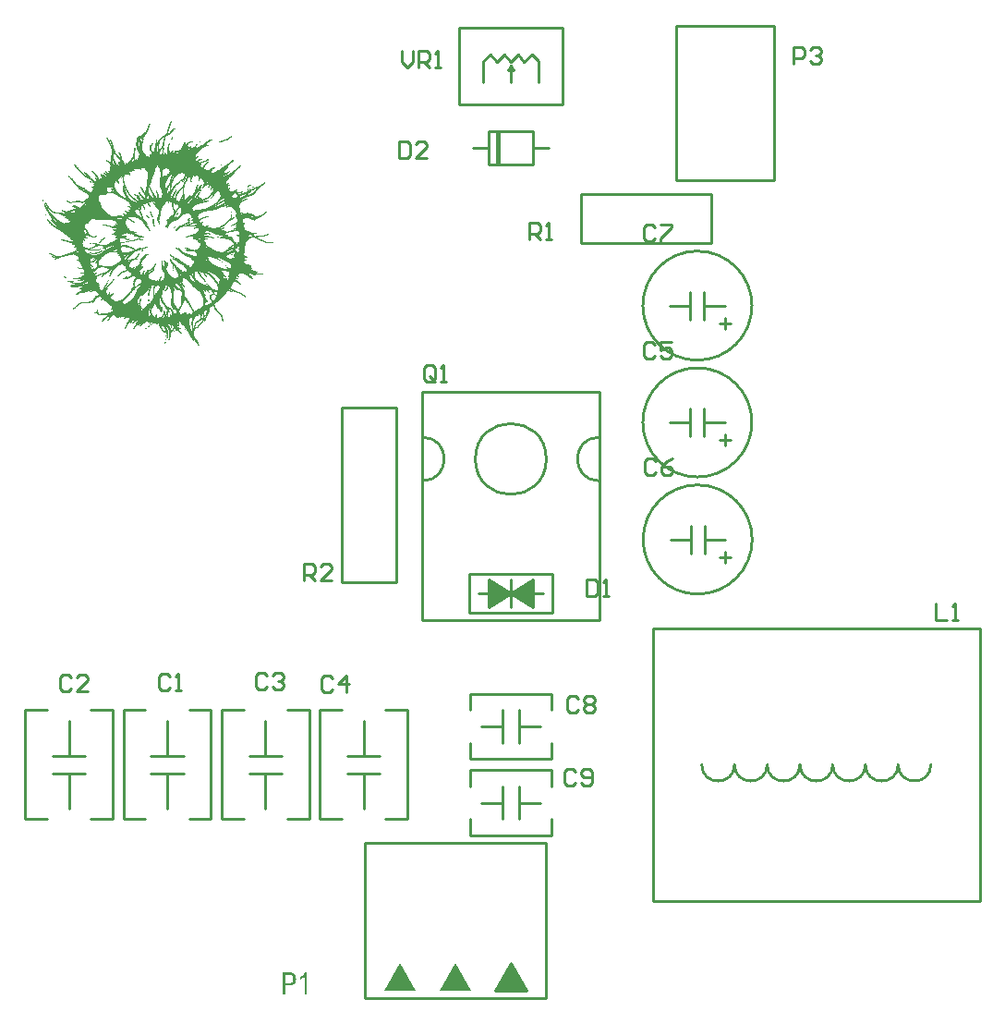
<source format=gto>
G04*
G04 #@! TF.GenerationSoftware,Altium Limited,Altium Designer,24.0.1 (36)*
G04*
G04 Layer_Color=65535*
%FSLAX44Y44*%
%MOMM*%
G71*
G04*
G04 #@! TF.SameCoordinates,D455C0F4-C0DA-4954-B017-65243BD5B9B1*
G04*
G04*
G04 #@! TF.FilePolarity,Positive*
G04*
G01*
G75*
%ADD10C,0.2540*%
%ADD11C,0.0254*%
G36*
X470000Y364500D02*
X450000Y377000D01*
X470000Y389500D01*
Y364500D01*
D02*
G37*
G36*
X450000Y377000D02*
X430000Y364500D01*
Y389500D01*
X450000Y377000D01*
D02*
G37*
G36*
X464600Y13000D02*
X435400D01*
X450000Y38000D01*
X464600Y13000D01*
D02*
G37*
G36*
X413800D02*
X384600D01*
X399200Y38000D01*
X413800Y13000D01*
D02*
G37*
G36*
X363000D02*
X333800D01*
X348400Y38000D01*
X363000Y13000D01*
D02*
G37*
G36*
X263284Y9840D02*
X260941D01*
Y26017D01*
X260922Y25998D01*
X260866Y25942D01*
X260791Y25867D01*
X260660Y25754D01*
X260510Y25623D01*
X260322Y25454D01*
X260116Y25267D01*
X259872Y25080D01*
X259610Y24855D01*
X259310Y24630D01*
X258991Y24386D01*
X258654Y24123D01*
X258298Y23861D01*
X257904Y23599D01*
X257492Y23336D01*
X257061Y23074D01*
Y25305D01*
X257098Y25323D01*
X257192Y25398D01*
X257342Y25511D01*
X257548Y25661D01*
X257792Y25848D01*
X258092Y26073D01*
X258410Y26335D01*
X258766Y26635D01*
X259141Y26973D01*
X259535Y27329D01*
X259928Y27704D01*
X260341Y28116D01*
X260735Y28547D01*
X261128Y29016D01*
X261522Y29485D01*
X261878Y29991D01*
X263284D01*
Y9840D01*
D02*
G37*
G36*
X247276Y29747D02*
X247482D01*
X247725Y29710D01*
X248007Y29672D01*
X248325Y29635D01*
X248663Y29560D01*
X249019Y29466D01*
X249394Y29372D01*
X249769Y29222D01*
X250144Y29072D01*
X250518Y28885D01*
X250893Y28660D01*
X251231Y28416D01*
X251549Y28116D01*
X251568Y28098D01*
X251624Y28041D01*
X251699Y27947D01*
X251812Y27816D01*
X251924Y27648D01*
X252074Y27460D01*
X252224Y27216D01*
X252374Y26954D01*
X252524Y26654D01*
X252674Y26317D01*
X252824Y25942D01*
X252937Y25548D01*
X253049Y25136D01*
X253124Y24667D01*
X253180Y24180D01*
X253199Y23674D01*
Y23636D01*
Y23542D01*
X253180Y23411D01*
Y23205D01*
X253143Y22980D01*
X253105Y22699D01*
X253068Y22399D01*
X252993Y22062D01*
X252899Y21705D01*
X252805Y21349D01*
X252655Y20974D01*
X252505Y20599D01*
X252318Y20243D01*
X252093Y19887D01*
X251849Y19531D01*
X251549Y19212D01*
X251531Y19194D01*
X251474Y19137D01*
X251381Y19062D01*
X251250Y18950D01*
X251081Y18837D01*
X250875Y18706D01*
X250650Y18556D01*
X250368Y18406D01*
X250068Y18238D01*
X249712Y18106D01*
X249356Y17956D01*
X248944Y17844D01*
X248494Y17731D01*
X248025Y17656D01*
X247519Y17600D01*
X246994Y17581D01*
X243601D01*
Y9727D01*
X240902D01*
Y29766D01*
X247125D01*
X247276Y29747D01*
D02*
G37*
%LPC*%
G36*
X246676Y27535D02*
X243601D01*
Y19793D01*
X246488D01*
X246638Y19812D01*
X246807D01*
X247013Y19831D01*
X247238Y19868D01*
X247482Y19906D01*
X247988Y20000D01*
X248513Y20150D01*
X249019Y20356D01*
X249244Y20468D01*
X249450Y20618D01*
X249469Y20637D01*
X249487Y20656D01*
X249544Y20712D01*
X249619Y20787D01*
X249694Y20881D01*
X249787Y20993D01*
X249881Y21143D01*
X249975Y21312D01*
X250068Y21499D01*
X250162Y21724D01*
X250256Y21968D01*
X250331Y22249D01*
X250406Y22568D01*
X250462Y22905D01*
X250481Y23280D01*
X250500Y23674D01*
Y23692D01*
Y23767D01*
Y23880D01*
X250481Y24030D01*
X250462Y24217D01*
X250443Y24423D01*
X250406Y24648D01*
X250368Y24892D01*
X250237Y25380D01*
X250050Y25886D01*
X249937Y26129D01*
X249806Y26335D01*
X249637Y26542D01*
X249450Y26710D01*
X249431Y26729D01*
X249394Y26748D01*
X249338Y26785D01*
X249263Y26842D01*
X249150Y26898D01*
X249000Y26973D01*
X248850Y27048D01*
X248663Y27123D01*
X248456Y27198D01*
X248213Y27273D01*
X247950Y27348D01*
X247669Y27404D01*
X247369Y27460D01*
X247032Y27498D01*
X246676Y27535D01*
D02*
G37*
%LPD*%
D10*
X715000Y220000D02*
G03*
X745000Y220000I15000J0D01*
G01*
D02*
G03*
X775000Y220000I15000J0D01*
G01*
X685000D02*
G03*
X715000Y220000I15000J0D01*
G01*
X805000D02*
G03*
X835000Y220000I15000J0D01*
G01*
X775000D02*
G03*
X805000Y220000I15000J0D01*
G01*
X625000D02*
G03*
X655000Y220000I15000J0D01*
G01*
D02*
G03*
X685000Y220000I15000J0D01*
G01*
X531000Y520000D02*
G03*
X531000Y480000I0J-20000D01*
G01*
X369000D02*
G03*
X369000Y520000I0J20000D01*
G01*
X482500Y500000D02*
G03*
X482500Y500000I-32500J0D01*
G01*
X671000Y640500D02*
G03*
X671000Y640500I-50000J0D01*
G01*
Y533500D02*
G03*
X671000Y533500I-50000J0D01*
G01*
X671250Y426250D02*
G03*
X671250Y426250I-50000J0D01*
G01*
X437000Y771000D02*
Y800000D01*
X470000Y785000D02*
X485000D01*
X430000Y770000D02*
Y800000D01*
Y770000D02*
X470000D01*
Y800000D01*
X430000D02*
X470000D01*
X415000Y785000D02*
X430000D01*
X439000Y770000D02*
Y799000D01*
X880000Y95000D02*
Y345000D01*
X580000Y95000D02*
Y345000D01*
Y95000D02*
X880000D01*
X580000Y345000D02*
X880000D01*
X315900Y148000D02*
X482500D01*
X315900Y6000D02*
X482500D01*
Y148000D01*
X315900Y6000D02*
Y148000D01*
X435400Y13000D02*
X450000Y38000D01*
X464600Y13000D01*
X435400D02*
X464600D01*
X369000Y352200D02*
Y561700D01*
X531000Y352200D02*
Y561700D01*
X369000D02*
X531000D01*
X369000Y352200D02*
X531000D01*
X45000Y180000D02*
Y212000D01*
Y228000D02*
Y260000D01*
X30000Y212000D02*
X60000D01*
X30000Y228000D02*
X60000D01*
X85000Y170000D02*
Y270000D01*
X5000Y170000D02*
Y270000D01*
X25000D01*
X5000Y170000D02*
X25000D01*
X65000Y270000D02*
X85000D01*
X65000Y170000D02*
X85000D01*
X245000D02*
X265000D01*
X245000Y270000D02*
X265000D01*
X185000Y170000D02*
X205000D01*
X185000Y270000D02*
X205000D01*
X185000Y170000D02*
Y270000D01*
X265000Y170000D02*
Y270000D01*
X210000Y228000D02*
X240000D01*
X210000Y212000D02*
X240000D01*
X225000Y228000D02*
Y260000D01*
Y180000D02*
Y212000D01*
X335000Y170000D02*
X355000D01*
X335000Y270000D02*
X355000D01*
X275000Y170000D02*
X295000D01*
X275000Y270000D02*
X295000D01*
X275000Y170000D02*
Y270000D01*
X355000Y170000D02*
Y270000D01*
X300000Y228000D02*
X330000D01*
X300000Y212000D02*
X330000D01*
X315000Y228000D02*
Y260000D01*
Y180000D02*
Y212000D01*
X601250Y755000D02*
Y897000D01*
X691250D01*
Y755000D02*
Y897000D01*
X601250Y755000D02*
X691250D01*
X458000Y170000D02*
Y200000D01*
X442000Y170000D02*
Y200000D01*
X458000Y185000D02*
X477000D01*
X423000D02*
X442000D01*
X412500Y155000D02*
X487500D01*
X412500Y215000D02*
X487500D01*
Y155000D02*
Y170000D01*
X412500Y155000D02*
Y170000D01*
X487500Y200000D02*
Y215000D01*
X412500Y200000D02*
Y215000D01*
X458000Y240000D02*
Y270000D01*
X442000Y240000D02*
Y270000D01*
X458000Y255000D02*
X477000D01*
X423000D02*
X442000D01*
X412500Y225000D02*
X487500D01*
X412500Y285000D02*
X487500D01*
Y225000D02*
Y240000D01*
X412500Y225000D02*
Y240000D01*
X487500Y270000D02*
Y285000D01*
X412500Y270000D02*
Y285000D01*
X135000Y180000D02*
Y212000D01*
Y228000D02*
Y260000D01*
X120000Y212000D02*
X150000D01*
X120000Y228000D02*
X150000D01*
X175000Y170000D02*
Y270000D01*
X95000Y170000D02*
Y270000D01*
X115000D01*
X95000Y170000D02*
X115000D01*
X155000Y270000D02*
X175000D01*
X155000Y170000D02*
X175000D01*
X295000Y547000D02*
X345000D01*
X295000Y387000D02*
X345000D01*
X295000D02*
Y547000D01*
X345000Y387000D02*
Y547000D01*
X627350Y640500D02*
X646000D01*
X596000D02*
X614650D01*
Y627800D02*
Y653200D01*
X627350Y627800D02*
Y653200D01*
X634000Y697500D02*
Y742500D01*
X514000Y697500D02*
Y742500D01*
X634000D01*
X514000Y697500D02*
X634000D01*
X627350Y533500D02*
X646000D01*
X596000D02*
X614650D01*
Y520800D02*
Y546200D01*
X627350Y520800D02*
Y546200D01*
X402500Y895000D02*
X497500D01*
X402500Y824500D02*
X497500D01*
X402500D02*
Y895000D01*
X497500Y824500D02*
Y895000D01*
X425000Y845000D02*
Y865000D01*
X475000Y845000D02*
Y865000D01*
X430950Y870400D02*
X437300Y864050D01*
X443650Y870400D01*
X450000Y864050D01*
X456350Y870400D01*
X461430Y864050D01*
X469050Y870400D01*
X475000Y865000D01*
X425000D02*
X430950Y870400D01*
X450000Y845000D02*
Y860240D01*
X447460Y856430D02*
X450000Y860240D01*
X447460Y856430D02*
X452540D01*
X450000Y860240D02*
X452540Y856430D01*
X412000Y395000D02*
X488000D01*
X412000Y359000D02*
X488000D01*
Y395000D01*
X412000Y359000D02*
Y395000D01*
X450000Y364000D02*
Y390000D01*
X430000Y364500D02*
X450000Y377000D01*
X430000Y389500D02*
X450000Y377000D01*
X430000Y364500D02*
Y389500D01*
X450000Y377000D02*
X470000Y364500D01*
X450000Y377000D02*
X470000Y389500D01*
Y364500D02*
Y389500D01*
X420000Y377000D02*
X430000D01*
X470000D02*
X480000D01*
X627600Y426250D02*
X646250D01*
X596250D02*
X614900D01*
Y413550D02*
Y438950D01*
X627600Y413550D02*
Y438950D01*
X651460Y624382D02*
X641303D01*
X646382Y619303D02*
Y629460D01*
X651460Y517382D02*
X641303D01*
X646382Y512303D02*
Y522460D01*
X651710Y410132D02*
X641553D01*
X646632Y405053D02*
Y415210D01*
X839391Y367971D02*
Y352736D01*
X849548D01*
X854626D02*
X859705D01*
X857166D01*
Y367971D01*
X854626Y365432D01*
X380489Y573023D02*
Y583180D01*
X377949Y585719D01*
X372871D01*
X370332Y583180D01*
Y573023D01*
X372871Y570484D01*
X377949D01*
X375410Y575562D02*
X380489Y570484D01*
X377949D02*
X380489Y573023D01*
X385567Y570484D02*
X390645D01*
X388106D01*
Y585719D01*
X385567Y583180D01*
X226267Y301343D02*
X223728Y303882D01*
X218650D01*
X216110Y301343D01*
Y291186D01*
X218650Y288647D01*
X223728D01*
X226267Y291186D01*
X231346Y301343D02*
X233885Y303882D01*
X238963D01*
X241502Y301343D01*
Y298803D01*
X238963Y296264D01*
X236424D01*
X238963D01*
X241502Y293725D01*
Y291186D01*
X238963Y288647D01*
X233885D01*
X231346Y291186D01*
X286509Y298954D02*
X283969Y301493D01*
X278891D01*
X276352Y298954D01*
Y288797D01*
X278891Y286258D01*
X283969D01*
X286509Y288797D01*
X299205Y286258D02*
Y301493D01*
X291587Y293876D01*
X301744D01*
X709022Y861684D02*
Y876919D01*
X716639D01*
X719178Y874380D01*
Y869301D01*
X716639Y866762D01*
X709022D01*
X724257Y874380D02*
X726796Y876919D01*
X731874D01*
X734414Y874380D01*
Y871841D01*
X731874Y869301D01*
X729335D01*
X731874D01*
X734414Y866762D01*
Y864223D01*
X731874Y861684D01*
X726796D01*
X724257Y864223D01*
X137727Y300764D02*
X135188Y303303D01*
X130109D01*
X127570Y300764D01*
Y290607D01*
X130109Y288068D01*
X135188D01*
X137727Y290607D01*
X142805Y288068D02*
X147884D01*
X145344D01*
Y303303D01*
X142805Y300764D01*
X509007Y213211D02*
X506468Y215751D01*
X501389D01*
X498850Y213211D01*
Y203055D01*
X501389Y200515D01*
X506468D01*
X509007Y203055D01*
X514085D02*
X516624Y200515D01*
X521703D01*
X524242Y203055D01*
Y213211D01*
X521703Y215751D01*
X516624D01*
X514085Y213211D01*
Y210672D01*
X516624Y208133D01*
X524242D01*
X511954Y280399D02*
X509415Y282938D01*
X504337D01*
X501798Y280399D01*
Y270242D01*
X504337Y267703D01*
X509415D01*
X511954Y270242D01*
X517033Y280399D02*
X519572Y282938D01*
X524650D01*
X527190Y280399D01*
Y277859D01*
X524650Y275320D01*
X527190Y272781D01*
Y270242D01*
X524650Y267703D01*
X519572D01*
X517033Y270242D01*
Y272781D01*
X519572Y275320D01*
X517033Y277859D01*
Y280399D01*
X519572Y275320D02*
X524650D01*
X347192Y791043D02*
Y775808D01*
X354809D01*
X357348Y778347D01*
Y788504D01*
X354809Y791043D01*
X347192D01*
X372583Y775808D02*
X362427D01*
X372583Y785965D01*
Y788504D01*
X370044Y791043D01*
X364966D01*
X362427Y788504D01*
X582419Y712212D02*
X579879Y714751D01*
X574801D01*
X572262Y712212D01*
Y702055D01*
X574801Y699516D01*
X579879D01*
X582419Y702055D01*
X587497Y714751D02*
X597654D01*
Y712212D01*
X587497Y702055D01*
Y699516D01*
X582419Y605024D02*
X579879Y607563D01*
X574801D01*
X572262Y605024D01*
Y594867D01*
X574801Y592328D01*
X579879D01*
X582419Y594867D01*
X597654Y607563D02*
X587497D01*
Y599945D01*
X592575Y602485D01*
X595115D01*
X597654Y599945D01*
Y594867D01*
X595115Y592328D01*
X590036D01*
X587497Y594867D01*
X350377Y874317D02*
Y864160D01*
X355455Y859082D01*
X360533Y864160D01*
Y874317D01*
X365612Y859082D02*
Y874317D01*
X373229D01*
X375769Y871778D01*
Y866699D01*
X373229Y864160D01*
X365612D01*
X370690D02*
X375769Y859082D01*
X380847D02*
X385925D01*
X383386D01*
Y874317D01*
X380847Y871778D01*
X260028Y388667D02*
Y403903D01*
X267646D01*
X270185Y401363D01*
Y396285D01*
X267646Y393746D01*
X260028D01*
X265107D02*
X270185Y388667D01*
X285420D02*
X275263D01*
X285420Y398824D01*
Y401363D01*
X282881Y403903D01*
X277802D01*
X275263Y401363D01*
X467096Y701324D02*
Y716559D01*
X474714D01*
X477253Y714019D01*
Y708941D01*
X474714Y706402D01*
X467096D01*
X472175D02*
X477253Y701324D01*
X482332D02*
X487410D01*
X484871D01*
Y716559D01*
X482332Y714019D01*
X519772Y389498D02*
Y374263D01*
X527389D01*
X529929Y376802D01*
Y386959D01*
X527389Y389498D01*
X519772D01*
X535007Y374263D02*
X540085D01*
X537546D01*
Y389498D01*
X535007Y386959D01*
X582673Y497836D02*
X580134Y500375D01*
X575055D01*
X572516Y497836D01*
Y487679D01*
X575055Y485140D01*
X580134D01*
X582673Y487679D01*
X597908Y500375D02*
X592829Y497836D01*
X587751Y492757D01*
Y487679D01*
X590290Y485140D01*
X595369D01*
X597908Y487679D01*
Y490218D01*
X595369Y492757D01*
X587751D01*
X47001Y299607D02*
X44462Y302146D01*
X39383D01*
X36844Y299607D01*
Y289450D01*
X39383Y286911D01*
X44462D01*
X47001Y289450D01*
X62236Y286911D02*
X52079D01*
X62236Y297068D01*
Y299607D01*
X59697Y302146D01*
X54618D01*
X52079Y299607D01*
D11*
X163312Y605058D02*
X163566D01*
X163058Y605312D02*
X163312D01*
X162804Y605566D02*
X163312D01*
X162804Y605820D02*
X163058D01*
X162550Y606074D02*
X162804D01*
X162296Y606328D02*
X162804D01*
X132578D02*
X132832D01*
X162042Y606582D02*
X162550D01*
X161788Y606836D02*
X162550D01*
X132832D02*
X133086D01*
X161788Y607090D02*
X162296D01*
X132832D02*
X133086D01*
X161534Y607344D02*
X162042D01*
X133086D02*
X133340D01*
X161280Y607598D02*
X162042D01*
X161026Y607852D02*
X161788D01*
X162042Y608106D02*
X162296D01*
X160772D02*
X161534D01*
X160772Y608360D02*
X161534D01*
X161026Y608614D02*
X161280D01*
X160518D02*
X160772D01*
X161534Y608868D02*
X161788D01*
X160264D02*
X161280D01*
X158740D02*
X158994D01*
X160010Y609122D02*
X161026D01*
X158486D02*
X158740D01*
X161280Y609376D02*
X161534D01*
X159756D02*
X160772D01*
X158486D02*
X158740D01*
X161026Y609630D02*
X161280D01*
X159502D02*
X160772D01*
X158232D02*
X158486D01*
X159502Y609884D02*
X160518D01*
X157978D02*
X158486D01*
X136134D02*
X136388D01*
X133340D02*
X133594D01*
X160772Y610138D02*
X161026D01*
X159248D02*
X160264D01*
X157978D02*
X158232D01*
X160518Y610392D02*
X160772D01*
X159248D02*
X160264D01*
X157724D02*
X157978D01*
X158994Y610646D02*
X160010D01*
X157724D02*
X157978D01*
X136388D02*
X136642D01*
X158740Y610900D02*
X159756D01*
X157470D02*
X157724D01*
X136388D02*
X136642D01*
X158740Y611154D02*
X159756D01*
X157216D02*
X157470D01*
X136388D02*
X136642D01*
X158486Y611408D02*
X159502D01*
X157216D02*
X157470D01*
X136388D02*
X136642D01*
X134356D02*
X134610D01*
X159502Y611662D02*
X159756D01*
X158232D02*
X159248D01*
X156962D02*
X157216D01*
X136388D02*
X136642D01*
X134356D02*
X134610D01*
X158232Y611916D02*
X159502D01*
X156708D02*
X157216D01*
X136388D02*
X136642D01*
X157978Y612170D02*
X159502D01*
X156708D02*
X156962D01*
X136388D02*
X136642D01*
X134610D02*
X134864D01*
X157724Y612424D02*
X158994D01*
X156454D02*
X156962D01*
X136642D02*
X136896D01*
X134610D02*
X134864D01*
X157724Y612678D02*
X158994D01*
X156454D02*
X156708D01*
X136642D02*
X137150D01*
X134610D02*
X134864D01*
X157216Y612932D02*
X158994D01*
X156200D02*
X156454D01*
X136642D02*
X137150D01*
X134864D02*
X135118D01*
X133594D02*
X133848D01*
X157216Y613186D02*
X158994D01*
X156200D02*
X156454D01*
X136642D02*
X137150D01*
X134864D02*
X135118D01*
X133594D02*
X133848D01*
X158486Y613440D02*
X158994D01*
X156962D02*
X158232D01*
X155946D02*
X156200D01*
X136642D02*
X137150D01*
X134864D02*
X135118D01*
X158486Y613694D02*
X158994D01*
X156962D02*
X158232D01*
X155946D02*
X156200D01*
X136642D02*
X137150D01*
X134864D02*
X135118D01*
X158486Y613948D02*
X158994D01*
X156708D02*
X157978D01*
X155692D02*
X155946D01*
X136896D02*
X137150D01*
X134864D02*
X135118D01*
X158486Y614202D02*
X158994D01*
X156454D02*
X157978D01*
X155438D02*
X155946D01*
X136896D02*
X137404D01*
X134864D02*
X135118D01*
X158232Y614456D02*
X158994D01*
X156454D02*
X157978D01*
X155184D02*
X155692D01*
X136896D02*
X137404D01*
X134864D02*
X135118D01*
X158232Y614710D02*
X158994D01*
X156200D02*
X157978D01*
X155184D02*
X155692D01*
X137150D02*
X137404D01*
X134864D02*
X135118D01*
X133848D02*
X134102D01*
X158232Y614964D02*
X158740D01*
X156200D02*
X157724D01*
X154930D02*
X155692D01*
X137150D02*
X137658D01*
X134864D02*
X135118D01*
X158232Y615218D02*
X158740D01*
X155946D02*
X157470D01*
X154930D02*
X155438D01*
X137150D02*
X137912D01*
X134610D02*
X135118D01*
X158232Y615472D02*
X158740D01*
X155692D02*
X157470D01*
X154676D02*
X155438D01*
X147056D02*
X147310D01*
X137404D02*
X137912D01*
X134610D02*
X135118D01*
X133848D02*
X134102D01*
X157978Y615726D02*
X158740D01*
X155692D02*
X157470D01*
X154676D02*
X155184D01*
X137404D02*
X137912D01*
X136642D02*
X136896D01*
X134610D02*
X134864D01*
X133848D02*
X134102D01*
X157978Y615980D02*
X158740D01*
X155438D02*
X157216D01*
X154422D02*
X155184D01*
X137658D02*
X137912D01*
X134610D02*
X134864D01*
X133848D02*
X134102D01*
X157978Y616234D02*
X158740D01*
X154422D02*
X157216D01*
X137658D02*
X138166D01*
X136388D02*
X136642D01*
X134610D02*
X134864D01*
X133848D02*
X134102D01*
X157978Y616488D02*
X158740D01*
X154168D02*
X156962D01*
X137658D02*
X138420D01*
X136388D02*
X136642D01*
X134356D02*
X134864D01*
X133594D02*
X134102D01*
X131816D02*
X132070D01*
X157978Y616742D02*
X158740D01*
X154168D02*
X156962D01*
X146294D02*
X146548D01*
X137658D02*
X138166D01*
X136388D02*
X136642D01*
X134356D02*
X134864D01*
X133594D02*
X134102D01*
X131816D02*
X132070D01*
X157978Y616996D02*
X158740D01*
X153914D02*
X156708D01*
X146040D02*
X146294D01*
X137658D02*
X138166D01*
X136388D02*
X136642D01*
X134356D02*
X134864D01*
X133340D02*
X133848D01*
X131816D02*
X132070D01*
X157978Y617250D02*
X158740D01*
X153660D02*
X156708D01*
X145786D02*
X146040D01*
X137658D02*
X138166D01*
X134356D02*
X134610D01*
X133340D02*
X133848D01*
X131054D02*
X131308D01*
X157724Y617504D02*
X158994D01*
X154168D02*
X156454D01*
X153660D02*
X153914D01*
X145532D02*
X145786D01*
X139182D02*
X139436D01*
X137658D02*
X138166D01*
X136388D02*
X136642D01*
X134102D02*
X134610D01*
X133340D02*
X133848D01*
X131054D02*
X131308D01*
X157724Y617758D02*
X158994D01*
X154168D02*
X156454D01*
X153406D02*
X153660D01*
X140960D02*
X141214D01*
X137658D02*
X138166D01*
X136388D02*
X136642D01*
X134102D02*
X134610D01*
X133340D02*
X133848D01*
X130800D02*
X131054D01*
X157724Y618012D02*
X158994D01*
X153914D02*
X156454D01*
X153152D02*
X153660D01*
X145278D02*
X145532D01*
X144516D02*
X144770D01*
X139436D02*
X139690D01*
X137658D02*
X138166D01*
X136388D02*
X136642D01*
X134102D02*
X134610D01*
X133340D02*
X133594D01*
X130546D02*
X130800D01*
X157724Y618266D02*
X159248D01*
X153660D02*
X156200D01*
X153152D02*
X153406D01*
X145024D02*
X145278D01*
X144008D02*
X144516D01*
X142230D02*
X143246D01*
X139690D02*
X139944D01*
X137404D02*
X137912D01*
X136388D02*
X136642D01*
X133848D02*
X134356D01*
X133340D02*
X133594D01*
X130292D02*
X130546D01*
X157724Y618520D02*
X159248D01*
X153660D02*
X156200D01*
X152898D02*
X153406D01*
X144770D02*
X145024D01*
X143500D02*
X144262D01*
X139690D02*
X139944D01*
X137404D02*
X138166D01*
X136388D02*
X136642D01*
X133848D02*
X134356D01*
X133086D02*
X133594D01*
X130038D02*
X130292D01*
X157724Y618774D02*
X159248D01*
X153406D02*
X155946D01*
X152644D02*
X153152D01*
X151120D02*
X151374D01*
X144770D02*
X145024D01*
X139944D02*
X140198D01*
X137150D02*
X137658D01*
X136134D02*
X136388D01*
X133086D02*
X134102D01*
X157724Y619028D02*
X159502D01*
X153152D02*
X155946D01*
X152644D02*
X152898D01*
X144516D02*
X144770D01*
X143246D02*
X143500D01*
X140198D02*
X140452D01*
X137150D02*
X137658D01*
X136134D02*
X136388D01*
X133086D02*
X134102D01*
X159248Y619282D02*
X159756D01*
X158740D02*
X158994D01*
X157724D02*
X158486D01*
X152898D02*
X155946D01*
X152390D02*
X152644D01*
X144262D02*
X144516D01*
X142992D02*
X143246D01*
X140198D02*
X140452D01*
X137150D02*
X137658D01*
X135880D02*
X136388D01*
X133086D02*
X134102D01*
X129530D02*
X129784D01*
X159502Y619536D02*
X159756D01*
X157724D02*
X158486D01*
X152644D02*
X155692D01*
X152136D02*
X152390D01*
X146040D02*
X146548D01*
X144008D02*
X144262D01*
X142738D02*
X142992D01*
X140452D02*
X140706D01*
X137150D02*
X137658D01*
X135626D02*
X136134D01*
X132832D02*
X133848D01*
X129276D02*
X129530D01*
X159502Y619790D02*
X160010D01*
X158994D02*
X159248D01*
X157724D02*
X158486D01*
X152644D02*
X155692D01*
X152136D02*
X152390D01*
X145786D02*
X146040D01*
X143754D02*
X144262D01*
X142484D02*
X142992D01*
X140452D02*
X140706D01*
X136896D02*
X137404D01*
X135626D02*
X136134D01*
X132832D02*
X133848D01*
X129276D02*
X129530D01*
X114544D02*
X114798D01*
X103622D02*
X103876D01*
X159756Y620044D02*
X160518D01*
X158994D02*
X159248D01*
X157724D02*
X158486D01*
X151882D02*
X155692D01*
X145278D02*
X145532D01*
X143500D02*
X144008D01*
X142230D02*
X142484D01*
X140706D02*
X140960D01*
X136896D02*
X137404D01*
X135626D02*
X136134D01*
X132832D02*
X133594D01*
X129022D02*
X129276D01*
X114798D02*
X115306D01*
X103876D02*
X104130D01*
X95748D02*
X96002D01*
X160010Y620298D02*
X160772D01*
X157724D02*
X158232D01*
X151628D02*
X155438D01*
X144770D02*
X145024D01*
X143246D02*
X143754D01*
X141976D02*
X142230D01*
X136388D02*
X137150D01*
X135626D02*
X136134D01*
X132832D02*
X133594D01*
X128768D02*
X129276D01*
X160518Y620552D02*
X161280D01*
X159248D02*
X159502D01*
X157724D02*
X158232D01*
X151628D02*
X155438D01*
X151120D02*
X151374D01*
X144262D02*
X144770D01*
X142738D02*
X143500D01*
X141976D02*
X142230D01*
X140960D02*
X141214D01*
X135880D02*
X136896D01*
X135372D02*
X135626D01*
X132578D02*
X133594D01*
X128768D02*
X129022D01*
X160772Y620806D02*
X162550D01*
X159248D02*
X159502D01*
X157724D02*
X158232D01*
X151120D02*
X155438D01*
X142484D02*
X143246D01*
X141722D02*
X141976D01*
X140960D02*
X141214D01*
X135880D02*
X136896D01*
X135118D02*
X135626D01*
X132578D02*
X133340D01*
X128514D02*
X129022D01*
X96256D02*
X96510D01*
X161280Y621060D02*
X162550D01*
X159248D02*
X159502D01*
X157724D02*
X158232D01*
X151120D02*
X155184D01*
X142230D02*
X143754D01*
X141214D02*
X141722D01*
X138166D02*
X138420D01*
X135626D02*
X136642D01*
X134864D02*
X135372D01*
X132578D02*
X133340D01*
X128514D02*
X128768D01*
X104638D02*
X104892D01*
X96256D02*
X96510D01*
X162550Y621314D02*
X162804D01*
X157470D02*
X158232D01*
X151120D02*
X155184D01*
X141976D02*
X143246D01*
X141214D02*
X141722D01*
X135372D02*
X136388D01*
X134864D02*
X135118D01*
X132324D02*
X133086D01*
X128260D02*
X128768D01*
X117338D02*
X117592D01*
X104892D02*
X105146D01*
X96510D02*
X96764D01*
X162804Y621568D02*
X163058D01*
X159502D02*
X159756D01*
X157470D02*
X158232D01*
X151120D02*
X155184D01*
X141214D02*
X142738D01*
X138166D02*
X138420D01*
X134610D02*
X136134D01*
X132324D02*
X133086D01*
X131562D02*
X131816D01*
X128260D02*
X128514D01*
X117592D02*
X117846D01*
X105146D02*
X105400D01*
X96510D02*
X96764D01*
X162804Y621822D02*
X163312D01*
X159502D02*
X159756D01*
X157470D02*
X157978D01*
X150866D02*
X155184D01*
X140960D02*
X142738D01*
X138166D02*
X138420D01*
X134356D02*
X135880D01*
X132070D02*
X133086D01*
X131308D02*
X131562D01*
X128006D02*
X128514D01*
X117846D02*
X118100D01*
X105400D02*
X105654D01*
X96764D02*
X97018D01*
X163058Y622076D02*
X163312D01*
X159502D02*
X159756D01*
X157470D02*
X157978D01*
X150612D02*
X154930D01*
X140960D02*
X142738D01*
X133848D02*
X135626D01*
X131562D02*
X132832D01*
X128006D02*
X128514D01*
X118100D02*
X118354D01*
X109972D02*
X110226D01*
X105400D02*
X105654D01*
X97018D02*
X97272D01*
X163312Y622330D02*
X163566D01*
X159756D02*
X160010D01*
X157470D02*
X157978D01*
X150358D02*
X154930D01*
X145278D02*
X145532D01*
X143500D02*
X143754D01*
X142484D02*
X142738D01*
X140706D02*
X142230D01*
X138166D02*
X138420D01*
X133594D02*
X135372D01*
X131308D02*
X132832D01*
X128006D02*
X128260D01*
X109972D02*
X110480D01*
X105654D02*
X105908D01*
X97018D02*
X97272D01*
X163566Y622584D02*
X163820D01*
X159756D02*
X160010D01*
X157470D02*
X157978D01*
X150104D02*
X154930D01*
X145024D02*
X145278D01*
X143754D02*
X144008D01*
X140452D02*
X141976D01*
X138166D02*
X138420D01*
X134102D02*
X135118D01*
X133594D02*
X133848D01*
X130546D02*
X132832D01*
X127752D02*
X128260D01*
X109972D02*
X110480D01*
X105908D02*
X106162D01*
X97272D02*
X97526D01*
X163820Y622838D02*
X164074D01*
X159756D02*
X160010D01*
X157470D02*
X157978D01*
X149850D02*
X154930D01*
X144770D02*
X145024D01*
X142738D02*
X142992D01*
X140198D02*
X141976D01*
X138166D02*
X138420D01*
X134102D02*
X134864D01*
X133340D02*
X133848D01*
X131562D02*
X132578D01*
X130546D02*
X131308D01*
X129784D02*
X130038D01*
X128514D02*
X129022D01*
X127752D02*
X128260D01*
X109972D02*
X110734D01*
X106162D02*
X106416D01*
X97272D02*
X97526D01*
X164074Y623092D02*
X164328D01*
X160010D02*
X160264D01*
X157216D02*
X157978D01*
X149596D02*
X154676D01*
X142738D02*
X142992D01*
X139944D02*
X141722D01*
X137912D02*
X138166D01*
X133086D02*
X134610D01*
X131562D02*
X132578D01*
X130292D02*
X131054D01*
X129530D02*
X130038D01*
X128768D02*
X129022D01*
X127752D02*
X128006D01*
X119370D02*
X119624D01*
X110226D02*
X110988D01*
X106416D02*
X106670D01*
X97526D02*
X97780D01*
X164328Y623346D02*
X164582D01*
X160010D02*
X160264D01*
X157216D02*
X157978D01*
X149088D02*
X154676D01*
X144262D02*
X144516D01*
X142738D02*
X143246D01*
X139436D02*
X142230D01*
X138420D02*
X138928D01*
X137912D02*
X138166D01*
X132832D02*
X134610D01*
X131308D02*
X132578D01*
X130292D02*
X130800D01*
X129530D02*
X129784D01*
X128768D02*
X129022D01*
X127498D02*
X128006D01*
X119624D02*
X120132D01*
X110226D02*
X110988D01*
X108448D02*
X108702D01*
X107940D02*
X108194D01*
X106416D02*
X106670D01*
X97526D02*
X97780D01*
X164582Y623600D02*
X164836D01*
X160010D02*
X160264D01*
X157216D02*
X157978D01*
X149342D02*
X154676D01*
X148834D02*
X149088D01*
X144516D02*
X145024D01*
X142738D02*
X143246D01*
X138928D02*
X141976D01*
X137658D02*
X138420D01*
X131308D02*
X134610D01*
X129784D02*
X130546D01*
X128768D02*
X129276D01*
X127498D02*
X127752D01*
X110226D02*
X111242D01*
X108702D02*
X108956D01*
X106670D02*
X106924D01*
X97780D02*
X98034D01*
X164836Y623854D02*
X165090D01*
X160264D02*
X160518D01*
X157216D02*
X157978D01*
X150104D02*
X154676D01*
X149088D02*
X149850D01*
X148580D02*
X148834D01*
X144770D02*
X145278D01*
X142484D02*
X143246D01*
X138420D02*
X141976D01*
X137150D02*
X137912D01*
X131054D02*
X134610D01*
X129530D02*
X130546D01*
X128768D02*
X129276D01*
X128260D02*
X128514D01*
X127498D02*
X127752D01*
X110226D02*
X111242D01*
X108702D02*
X109210D01*
X108194D02*
X108448D01*
X106924D02*
X107178D01*
X97780D02*
X98288D01*
X165090Y624108D02*
X165344D01*
X160264D02*
X160518D01*
X157216D02*
X157724D01*
X148834D02*
X154676D01*
X148326D02*
X148580D01*
X143246D02*
X143754D01*
X138166D02*
X142738D01*
X136134D02*
X137658D01*
X131054D02*
X134610D01*
X129530D02*
X130800D01*
X128768D02*
X129276D01*
X128006D02*
X128514D01*
X127244D02*
X127498D01*
X125212D02*
X125720D01*
X118608D02*
X118862D01*
X112258D02*
X112512D01*
X110226D02*
X111496D01*
X108956D02*
X109210D01*
X108448D02*
X108702D01*
X107178D02*
X107432D01*
X105908D02*
X106162D01*
X98034D02*
X98288D01*
X165344Y624362D02*
X165598D01*
X160264D02*
X160518D01*
X157216D02*
X157978D01*
X149596D02*
X154676D01*
X148072D02*
X149342D01*
X143246D02*
X143754D01*
X142230D02*
X142738D01*
X141214D02*
X141722D01*
X140452D02*
X140960D01*
X137404D02*
X140198D01*
X136642D02*
X137150D01*
X135880D02*
X136388D01*
X128006D02*
X134610D01*
X127244D02*
X127498D01*
X120640D02*
X120894D01*
X118608D02*
X118862D01*
X112258D02*
X112512D01*
X110226D02*
X111750D01*
X108448D02*
X109464D01*
X107178D02*
X107686D01*
X106162D02*
X106416D01*
X98288D02*
X98542D01*
X97780D02*
X98034D01*
X165598Y624616D02*
X165852D01*
X160518D02*
X160772D01*
X157216D02*
X157978D01*
X148072D02*
X154422D01*
X143246D02*
X143754D01*
X142230D02*
X142738D01*
X140960D02*
X141722D01*
X135626D02*
X140706D01*
X128006D02*
X134610D01*
X118608D02*
X118862D01*
X110480D02*
X112258D01*
X108702D02*
X109718D01*
X107432D02*
X107940D01*
X106162D02*
X106670D01*
X103114D02*
X103368D01*
X98034D02*
X98796D01*
X165852Y624870D02*
X166106D01*
X160518D02*
X161026D01*
X157216D02*
X157978D01*
X149088D02*
X154422D01*
X147818D02*
X148580D01*
X144516D02*
X144770D01*
X142992D02*
X143500D01*
X141976D02*
X142484D01*
X140960D02*
X141722D01*
X135118D02*
X140706D01*
X128006D02*
X134864D01*
X123434D02*
X123942D01*
X121402D02*
X121656D01*
X118862D02*
X119116D01*
X110480D02*
X112258D01*
X108956D02*
X109718D01*
X107686D02*
X107940D01*
X106416D02*
X106670D01*
X103368D02*
X103622D01*
X98542D02*
X98796D01*
X98034D02*
X98288D01*
X166106Y625124D02*
X166360D01*
X160772D02*
X161026D01*
X157216D02*
X157978D01*
X154168D02*
X154422D01*
X148834D02*
X153914D01*
X147818D02*
X148326D01*
X144262D02*
X144770D01*
X142992D02*
X143500D01*
X124704D02*
X142484D01*
X123434D02*
X123942D01*
X121656D02*
X122164D01*
X118862D02*
X119116D01*
X113274D02*
X113528D01*
X110480D02*
X112512D01*
X108956D02*
X109972D01*
X107940D02*
X108194D01*
X106670D02*
X106924D01*
X100828D02*
X101082D01*
X98542D02*
X99050D01*
X166106Y625378D02*
X166614D01*
X160772D02*
X161280D01*
X157216D02*
X157978D01*
X154168D02*
X154422D01*
X148580D02*
X153914D01*
X147564D02*
X148072D01*
X144008D02*
X144516D01*
X142992D02*
X143500D01*
X121656D02*
X142738D01*
X118862D02*
X119116D01*
X113274D02*
X113528D01*
X111750D02*
X112512D01*
X110480D02*
X111496D01*
X108702D02*
X110226D01*
X108194D02*
X108448D01*
X106924D02*
X107178D01*
X103622D02*
X103876D01*
X101082D02*
X101336D01*
X98796D02*
X99304D01*
X166360Y625632D02*
X166868D01*
X161026D02*
X161534D01*
X157216D02*
X157978D01*
X154168D02*
X154422D01*
X148580D02*
X153660D01*
X147310D02*
X148072D01*
X144008D02*
X144516D01*
X120386D02*
X143754D01*
X119116D02*
X119370D01*
X113020D02*
X113782D01*
X110734D02*
X112766D01*
X108956D02*
X110226D01*
X108194D02*
X108702D01*
X106924D02*
X107432D01*
X103876D02*
X104130D01*
X101082D02*
X101590D01*
X98796D02*
X99558D01*
X166614Y625886D02*
X166868D01*
X161280D02*
X162042D01*
X157216D02*
X157978D01*
X154168D02*
X154422D01*
X148072D02*
X153660D01*
X147056D02*
X147818D01*
X118354D02*
X144516D01*
X113274D02*
X114036D01*
X112004D02*
X113020D01*
X110734D02*
X111750D01*
X108448D02*
X110480D01*
X107940D02*
X108194D01*
X107178D02*
X107686D01*
X104130D02*
X104384D01*
X101082D02*
X101590D01*
X99050D02*
X99812D01*
X166868Y626140D02*
X167122D01*
X161788D02*
X162550D01*
X157216D02*
X157978D01*
X153914D02*
X154422D01*
X148326D02*
X153660D01*
X147818D02*
X148072D01*
X146802D02*
X147564D01*
X117338D02*
X144770D01*
X107432D02*
X114290D01*
X104384D02*
X104638D01*
X101336D02*
X102098D01*
X99304D02*
X100066D01*
X185410Y626394D02*
X185664D01*
X166868D02*
X167122D01*
X162042D02*
X163058D01*
X157470D02*
X157978D01*
X153914D02*
X154422D01*
X148072D02*
X153406D01*
X146294D02*
X147818D01*
X116068D02*
X144770D01*
X114036D02*
X114544D01*
X107686D02*
X113782D01*
X104384D02*
X104892D01*
X101590D02*
X102098D01*
X99304D02*
X100320D01*
X185410Y626648D02*
X185664D01*
X168646D02*
X168900D01*
X167122D02*
X167376D01*
X162804D02*
X163566D01*
X157470D02*
X157978D01*
X154168D02*
X154422D01*
X149596D02*
X153406D01*
X114290D02*
X149342D01*
X107686D02*
X113782D01*
X105908D02*
X106162D01*
X104638D02*
X105146D01*
X101590D02*
X102352D01*
X99558D02*
X100574D01*
X167122Y626902D02*
X167376D01*
X163566D02*
X164074D01*
X157470D02*
X158232D01*
X154168D02*
X154422D01*
X107940D02*
X153406D01*
X106162D02*
X106416D01*
X104892D02*
X105400D01*
X101844D02*
X102352D01*
X99812D02*
X101336D01*
X75174D02*
X75428D01*
X168900Y627156D02*
X169154D01*
X167122D02*
X167376D01*
X163820D02*
X164328D01*
X157470D02*
X158232D01*
X153914D02*
X154168D01*
X108194D02*
X153406D01*
X106162D02*
X106924D01*
X105146D02*
X105908D01*
X103876D02*
X104130D01*
X99812D02*
X102606D01*
X80254D02*
X80508D01*
X168900Y627410D02*
X169154D01*
X167122D02*
X167630D01*
X164074D02*
X164582D01*
X157470D02*
X158232D01*
X153914D02*
X154168D01*
X108448D02*
X153406D01*
X107686D02*
X107940D01*
X106416D02*
X107178D01*
X105400D02*
X106162D01*
X104130D02*
X104638D01*
X99812D02*
X102860D01*
X80508D02*
X80762D01*
X169154Y627664D02*
X169408D01*
X167376D02*
X167630D01*
X164328D02*
X164836D01*
X157724D02*
X158486D01*
X105654D02*
X154168D01*
X104130D02*
X104892D01*
X99812D02*
X103368D01*
X80508D02*
X80762D01*
X75936D02*
X76190D01*
X185156Y627918D02*
X185410D01*
X169154D02*
X169408D01*
X167376D02*
X167630D01*
X164582D02*
X165090D01*
X157724D02*
X158486D01*
X107686D02*
X154168D01*
X106162D02*
X107432D01*
X104384D02*
X105654D01*
X101590D02*
X104130D01*
X100574D02*
X100828D01*
X99812D02*
X100320D01*
X80762D02*
X81016D01*
X76190D02*
X76444D01*
X75428D02*
X75682D01*
X185156Y628172D02*
X185410D01*
X169154D02*
X169408D01*
X167376D02*
X167630D01*
X164836D02*
X165344D01*
X157978D02*
X158740D01*
X101590D02*
X154168D01*
X100066D02*
X101082D01*
X81016D02*
X81270D01*
X76444D02*
X76698D01*
X75682D02*
X76190D01*
X185156Y628426D02*
X185410D01*
X169154D02*
X169408D01*
X167376D02*
X167884D01*
X165090D02*
X166106D01*
X157978D02*
X158740D01*
X102606D02*
X154168D01*
X101590D02*
X102352D01*
X100066D02*
X101082D01*
X81016D02*
X81270D01*
X76190D02*
X77206D01*
X185156Y628680D02*
X185410D01*
X169408D02*
X169662D01*
X168900D02*
X169154D01*
X167376D02*
X167884D01*
X165090D02*
X166868D01*
X157978D02*
X158994D01*
X101590D02*
X154168D01*
X100066D02*
X101336D01*
X81270D02*
X81524D01*
X76698D02*
X77460D01*
X169408Y628934D02*
X169916D01*
X168900D02*
X169154D01*
X167376D02*
X167884D01*
X166360D02*
X166614D01*
X165344D02*
X165598D01*
X158232D02*
X158994D01*
X100320D02*
X154168D01*
X94986D02*
X95240D01*
X81270D02*
X81524D01*
X76952D02*
X77714D01*
X169408Y629188D02*
X169916D01*
X168646D02*
X168900D01*
X167630D02*
X167884D01*
X167122D02*
X167376D01*
X165344D02*
X165852D01*
X158232D02*
X158994D01*
X135118D02*
X154422D01*
X126736D02*
X134864D01*
X100320D02*
X126228D01*
X95240D02*
X95748D01*
X81524D02*
X81778D01*
X77460D02*
X78222D01*
X184902Y629442D02*
X185156D01*
X169662D02*
X169916D01*
X168392D02*
X168646D01*
X167630D02*
X168138D01*
X165344D02*
X165852D01*
X158486D02*
X159248D01*
X135372D02*
X154930D01*
X131308D02*
X134356D01*
X126990D02*
X130292D01*
X126228D02*
X126482D01*
X125720D02*
X125974D01*
X124704D02*
X125466D01*
X100320D02*
X124450D01*
X95494D02*
X96002D01*
X81778D02*
X82032D01*
X77714D02*
X78476D01*
X184902Y629696D02*
X185156D01*
X167884D02*
X168392D01*
X165344D02*
X165852D01*
X158486D02*
X159248D01*
X136388D02*
X155692D01*
X135118D02*
X136134D01*
X133848D02*
X134610D01*
X133086D02*
X133594D01*
X132070D02*
X132832D01*
X131308D02*
X131816D01*
X128006D02*
X130038D01*
X126990D02*
X127498D01*
X124704D02*
X125212D01*
X100066D02*
X124450D01*
X98034D02*
X98288D01*
X95748D02*
X96256D01*
X91684D02*
X91938D01*
X81778D02*
X82032D01*
X78222D02*
X78730D01*
X184902Y629950D02*
X185156D01*
X169916D02*
X170170D01*
X167884D02*
X168138D01*
X165344D02*
X165852D01*
X158486D02*
X159502D01*
X137150D02*
X156454D01*
X134864D02*
X135880D01*
X134102D02*
X134610D01*
X132324D02*
X133086D01*
X128768D02*
X130038D01*
X127244D02*
X127498D01*
X124958D02*
X125212D01*
X121910D02*
X124450D01*
X100574D02*
X121656D01*
X99304D02*
X100320D01*
X98288D02*
X98542D01*
X96002D02*
X96510D01*
X91684D02*
X91938D01*
X82032D02*
X82286D01*
X78476D02*
X78984D01*
X169916Y630204D02*
X170170D01*
X167884D02*
X168392D01*
X165344D02*
X165852D01*
X158994D02*
X159502D01*
X137404D02*
X156962D01*
X134864D02*
X135372D01*
X134102D02*
X134610D01*
X132324D02*
X133086D01*
X129022D02*
X130292D01*
X127244D02*
X127498D01*
X124958D02*
X125212D01*
X123688D02*
X124450D01*
X97780D02*
X123434D01*
X96256D02*
X96764D01*
X91938D02*
X92192D01*
X82032D02*
X82286D01*
X78730D02*
X79238D01*
X170170Y630458D02*
X170424D01*
X167884D02*
X168392D01*
X165344D02*
X165852D01*
X159248D02*
X159756D01*
X137404D02*
X157470D01*
X134102D02*
X134610D01*
X132578D02*
X133086D01*
X129530D02*
X130292D01*
X123942D02*
X124450D01*
X97780D02*
X122672D01*
X96510D02*
X97272D01*
X91938D02*
X92192D01*
X88636D02*
X89906D01*
X82286D02*
X82540D01*
X78984D02*
X79492D01*
X184648Y630712D02*
X184902D01*
X170170D02*
X170424D01*
X167884D02*
X168392D01*
X165344D02*
X165852D01*
X159248D02*
X159756D01*
X138166D02*
X158232D01*
X137404D02*
X137912D01*
X133848D02*
X134864D01*
X132578D02*
X133340D01*
X129784D02*
X130546D01*
X123942D02*
X124450D01*
X118608D02*
X122164D01*
X95748D02*
X118354D01*
X91938D02*
X92954D01*
X88128D02*
X90414D01*
X82286D02*
X82794D01*
X80254D02*
X80508D01*
X79238D02*
X79746D01*
X184648Y630966D02*
X184902D01*
X170170D02*
X170678D01*
X167884D02*
X168646D01*
X165344D02*
X165852D01*
X159248D02*
X159756D01*
X138420D02*
X158994D01*
X137150D02*
X137912D01*
X134356D02*
X134864D01*
X133594D02*
X134102D01*
X132832D02*
X133340D01*
X130292D02*
X130800D01*
X129784D02*
X130038D01*
X123942D02*
X124450D01*
X120640D02*
X121656D01*
X118862D02*
X120132D01*
X95494D02*
X117084D01*
X94732D02*
X95240D01*
X91938D02*
X93208D01*
X90160D02*
X91176D01*
X87874D02*
X89398D01*
X82540D02*
X82794D01*
X80508D02*
X80762D01*
X79492D02*
X80254D01*
X184394Y631220D02*
X184648D01*
X170424D02*
X170678D01*
X168646D02*
X168900D01*
X167884D02*
X168392D01*
X165344D02*
X165852D01*
X138420D02*
X160010D01*
X137404D02*
X137912D01*
X134356D02*
X134864D01*
X132832D02*
X133848D01*
X130546D02*
X130800D01*
X124196D02*
X124450D01*
X118862D02*
X121402D01*
X94732D02*
X117084D01*
X92954D02*
X93462D01*
X92192D02*
X92700D01*
X87620D02*
X91938D01*
X82540D02*
X83048D01*
X80762D02*
X81270D01*
X79746D02*
X80508D01*
X184394Y631474D02*
X184648D01*
X170424D02*
X170678D01*
X168900D02*
X169154D01*
X167884D02*
X168138D01*
X165344D02*
X165852D01*
X138674D02*
X160010D01*
X137404D02*
X137658D01*
X134610D02*
X134864D01*
X132832D02*
X133594D01*
X130546D02*
X131054D01*
X124196D02*
X124704D01*
X119370D02*
X121148D01*
X118862D02*
X119116D01*
X88636D02*
X117084D01*
X87620D02*
X88382D01*
X82540D02*
X83048D01*
X80000D02*
X81524D01*
X184140Y631728D02*
X184648D01*
X170424D02*
X170932D01*
X167884D02*
X168138D01*
X165344D02*
X166106D01*
X138928D02*
X160518D01*
X137404D02*
X137658D01*
X134610D02*
X134864D01*
X132832D02*
X133594D01*
X130800D02*
X131054D01*
X124450D02*
X124704D01*
X120386D02*
X120894D01*
X119370D02*
X119878D01*
X90668D02*
X117084D01*
X89652D02*
X90414D01*
X87366D02*
X89144D01*
X86858D02*
X87112D01*
X82540D02*
X83810D01*
X80000D02*
X81778D01*
X184140Y631982D02*
X184648D01*
X170678D02*
X171440D01*
X169154D02*
X169408D01*
X167630D02*
X168138D01*
X165852D02*
X166106D01*
X165344D02*
X165598D01*
X162296D02*
X162550D01*
X148834D02*
X161280D01*
X139436D02*
X148326D01*
X137404D02*
X137658D01*
X134610D02*
X134864D01*
X132832D02*
X133594D01*
X130800D02*
X131054D01*
X124450D02*
X124704D01*
X120386D02*
X120894D01*
X119624D02*
X119878D01*
X90414D02*
X117084D01*
X89398D02*
X89906D01*
X86604D02*
X88128D01*
X82540D02*
X84318D01*
X79746D02*
X82286D01*
X183886Y632236D02*
X184394D01*
X170678D02*
X171186D01*
X167884D02*
X168138D01*
X165852D02*
X166106D01*
X165090D02*
X165598D01*
X162296D02*
X162550D01*
X152136D02*
X161534D01*
X147564D02*
X151628D01*
X139436D02*
X147310D01*
X137404D02*
X137658D01*
X134610D02*
X134864D01*
X132578D02*
X133848D01*
X131054D02*
X131308D01*
X120132D02*
X120894D01*
X119624D02*
X119878D01*
X88382D02*
X117084D01*
X86604D02*
X88128D01*
X79492D02*
X85080D01*
X183632Y632490D02*
X184140D01*
X170932D02*
X171440D01*
X167630D02*
X168138D01*
X165852D02*
X166106D01*
X164836D02*
X165344D01*
X162296D02*
X162550D01*
X154168D02*
X162042D01*
X152898D02*
X153660D01*
X139436D02*
X151374D01*
X137404D02*
X137658D01*
X134610D02*
X135118D01*
X133340D02*
X133848D01*
X132578D02*
X133086D01*
X131054D02*
X131308D01*
X124704D02*
X124958D01*
X120132D02*
X120894D01*
X119624D02*
X119878D01*
X116576D02*
X117084D01*
X86096D02*
X116068D01*
X78984D02*
X84826D01*
X71872D02*
X73650D01*
X183378Y632744D02*
X183886D01*
X170932D02*
X171440D01*
X167630D02*
X168138D01*
X166106D02*
X166360D01*
X164582D02*
X165090D01*
X156454D02*
X162550D01*
X155438D02*
X156200D01*
X154422D02*
X154676D01*
X152898D02*
X153152D01*
X147056D02*
X151374D01*
X141214D02*
X146802D01*
X139436D02*
X140960D01*
X134610D02*
X135118D01*
X133594D02*
X134102D01*
X132324D02*
X133086D01*
X131054D02*
X131562D01*
X120132D02*
X120640D01*
X119370D02*
X119624D01*
X116830D02*
X117084D01*
X113274D02*
X116068D01*
X78476D02*
X113020D01*
X71364D02*
X74666D01*
X183124Y632998D02*
X183632D01*
X171440D02*
X171694D01*
X170932D02*
X171186D01*
X167630D02*
X168138D01*
X166106D02*
X166360D01*
X164328D02*
X165090D01*
X156962D02*
X163058D01*
X154422D02*
X154930D01*
X151120D02*
X151374D01*
X149850D02*
X150358D01*
X148326D02*
X149596D01*
X147310D02*
X147564D01*
X141468D02*
X146548D01*
X139436D02*
X140960D01*
X134610D02*
X135118D01*
X133848D02*
X134102D01*
X132324D02*
X132832D01*
X131308D02*
X131562D01*
X120132D02*
X120640D01*
X119370D02*
X119624D01*
X116830D02*
X117084D01*
X113528D02*
X116322D01*
X72634D02*
X113020D01*
X71110D02*
X72380D01*
X182870Y633252D02*
X183378D01*
X171694D02*
X171948D01*
X170932D02*
X171440D01*
X167376D02*
X167884D01*
X164074D02*
X164836D01*
X158232D02*
X163566D01*
X157470D02*
X157724D01*
X154676D02*
X154930D01*
X151882D02*
X152136D01*
X149088D02*
X150358D01*
X148580D02*
X148834D01*
X141722D02*
X146040D01*
X140960D02*
X141214D01*
X139436D02*
X140706D01*
X134864D02*
X135118D01*
X133848D02*
X134356D01*
X132070D02*
X132832D01*
X131308D02*
X131816D01*
X120132D02*
X120386D01*
X119370D02*
X119624D01*
X116576D02*
X117084D01*
X113782D02*
X116322D01*
X74158D02*
X113020D01*
X70856D02*
X71618D01*
X182616Y633506D02*
X183124D01*
X170932D02*
X171440D01*
X167376D02*
X167884D01*
X166360D02*
X166614D01*
X164836D02*
X165090D01*
X158486D02*
X164328D01*
X157724D02*
X157978D01*
X154676D02*
X154930D01*
X151374D02*
X151882D01*
X149850D02*
X150612D01*
X148580D02*
X148834D01*
X141722D02*
X146040D01*
X139436D02*
X140706D01*
X134864D02*
X135118D01*
X134102D02*
X134356D01*
X132070D02*
X132578D01*
X131308D02*
X131816D01*
X120132D02*
X120386D01*
X119370D02*
X119624D01*
X116830D02*
X117084D01*
X113782D02*
X116322D01*
X79492D02*
X113274D01*
X70602D02*
X71364D01*
X182108Y633760D02*
X182616D01*
X171948D02*
X172202D01*
X171186D02*
X171694D01*
X170424D02*
X170678D01*
X167376D02*
X167884D01*
X165090D02*
X165344D01*
X158740D02*
X164582D01*
X157978D02*
X158232D01*
X150358D02*
X150866D01*
X149850D02*
X150104D01*
X148580D02*
X148834D01*
X142992D02*
X146294D01*
X139436D02*
X140452D01*
X134864D02*
X135118D01*
X134102D02*
X134356D01*
X131562D02*
X132324D01*
X116576D02*
X117084D01*
X116068D02*
X116322D01*
X114036D02*
X115814D01*
X80508D02*
X113274D01*
X70348D02*
X71110D01*
X181854Y634014D02*
X182362D01*
X171186D02*
X171948D01*
X167122D02*
X167884D01*
X158994D02*
X165852D01*
X158232D02*
X158486D01*
X150612D02*
X151120D01*
X149850D02*
X150104D01*
X143246D02*
X146294D01*
X139436D02*
X140452D01*
X134864D02*
X135118D01*
X134356D02*
X134610D01*
X131562D02*
X132324D01*
X119370D02*
X119624D01*
X116830D02*
X117338D01*
X116068D02*
X116576D01*
X114036D02*
X115814D01*
X81778D02*
X113528D01*
X81016D02*
X81270D01*
X70094D02*
X71110D01*
X67808D02*
X68062D01*
X181600Y634268D02*
X182108D01*
X172202D02*
X172456D01*
X171694D02*
X171948D01*
X171186D02*
X171440D01*
X166868D02*
X167884D01*
X159248D02*
X166106D01*
X158486D02*
X158994D01*
X150866D02*
X151374D01*
X149850D02*
X150104D01*
X143500D02*
X146040D01*
X139436D02*
X140198D01*
X134864D02*
X135118D01*
X134356D02*
X134610D01*
X131562D02*
X132070D01*
X119116D02*
X119370D01*
X117084D02*
X117338D01*
X116322D02*
X116576D01*
X114036D02*
X116068D01*
X82794D02*
X113782D01*
X69840D02*
X70856D01*
X68062D02*
X68570D01*
X181346Y634522D02*
X181854D01*
X171948D02*
X172202D01*
X170932D02*
X171694D01*
X167376D02*
X167884D01*
X166614D02*
X167122D01*
X160264D02*
X166360D01*
X158740D02*
X159756D01*
X151120D02*
X151628D01*
X149850D02*
X150104D01*
X146040D02*
X146294D01*
X143246D02*
X145532D01*
X139944D02*
X140198D01*
X139436D02*
X139690D01*
X134356D02*
X134864D01*
X131562D02*
X132070D01*
X119116D02*
X119370D01*
X117084D02*
X117338D01*
X83302D02*
X116322D01*
X68570D02*
X70856D01*
X181092Y634776D02*
X181600D01*
X171948D02*
X172456D01*
X171186D02*
X171694D01*
X167376D02*
X167884D01*
X160518D02*
X167122D01*
X158994D02*
X159756D01*
X143500D02*
X145024D01*
X139182D02*
X139944D01*
X134356D02*
X134864D01*
X131562D02*
X132070D01*
X119624D02*
X119878D01*
X119116D02*
X119370D01*
X117084D02*
X117338D01*
X116576D02*
X116830D01*
X113782D02*
X116322D01*
X113274D02*
X113528D01*
X83556D02*
X112766D01*
X70348D02*
X70856D01*
X69586D02*
X69840D01*
X180838Y635030D02*
X181346D01*
X172202D02*
X172710D01*
X171186D02*
X171694D01*
X167376D02*
X167884D01*
X161026D02*
X167122D01*
X160518D02*
X160772D01*
X158994D02*
X159502D01*
X143500D02*
X145278D01*
X139182D02*
X139944D01*
X134610D02*
X134864D01*
X131562D02*
X132070D01*
X113782D02*
X116830D01*
X84064D02*
X113020D01*
X70348D02*
X70602D01*
X180584Y635284D02*
X181092D01*
X172456D02*
X172710D01*
X171440D02*
X171694D01*
X161026D02*
X167884D01*
X158740D02*
X159248D01*
X144008D02*
X145278D01*
X143500D02*
X143754D01*
X139182D02*
X139436D01*
X136134D02*
X136388D01*
X134610D02*
X134864D01*
X131562D02*
X131816D01*
X116068D02*
X117084D01*
X114290D02*
X115814D01*
X84318D02*
X113020D01*
X70348D02*
X70602D01*
X180330Y635538D02*
X180838D01*
X172456D02*
X172964D01*
X171440D02*
X171948D01*
X162550D02*
X167884D01*
X161280D02*
X161788D01*
X158740D02*
X158994D01*
X144008D02*
X145278D01*
X143500D02*
X143754D01*
X138928D02*
X139436D01*
X135880D02*
X136388D01*
X134610D02*
X134864D01*
X131562D02*
X131816D01*
X128768D02*
X129022D01*
X116322D02*
X117084D01*
X114290D02*
X115814D01*
X84572D02*
X113274D01*
X70348D02*
X70602D01*
X180076Y635792D02*
X180584D01*
X172456D02*
X172964D01*
X171440D02*
X171948D01*
X163058D02*
X168392D01*
X162042D02*
X162296D01*
X160264D02*
X161788D01*
X158486D02*
X158994D01*
X144262D02*
X145532D01*
X143500D02*
X143754D01*
X138928D02*
X139436D01*
X135880D02*
X136134D01*
X134610D02*
X134864D01*
X131308D02*
X131562D01*
X130038D02*
X130292D01*
X128768D02*
X129022D01*
X119116D02*
X119370D01*
X116576D02*
X117338D01*
X115052D02*
X115814D01*
X114290D02*
X114544D01*
X110988D02*
X113528D01*
X84826D02*
X110734D01*
X70348D02*
X70602D01*
X179822Y636046D02*
X180330D01*
X172710D02*
X172964D01*
X171440D02*
X171948D01*
X163566D02*
X168646D01*
X161026D02*
X161788D01*
X158232D02*
X158740D01*
X144262D02*
X145532D01*
X143500D02*
X143754D01*
X138928D02*
X139436D01*
X135626D02*
X136134D01*
X134610D02*
X135118D01*
X130038D02*
X130292D01*
X128768D02*
X129022D01*
X119116D02*
X119370D01*
X116576D02*
X117592D01*
X115052D02*
X115814D01*
X114036D02*
X114544D01*
X111242D02*
X113782D01*
X107178D02*
X110734D01*
X85080D02*
X106670D01*
X70602D02*
X70856D01*
X179822Y636300D02*
X180076D01*
X172710D02*
X172964D01*
X171694D02*
X171948D01*
X164328D02*
X169154D01*
X162296D02*
X162550D01*
X161534D02*
X162042D01*
X158232D02*
X158740D01*
X145024D02*
X145532D01*
X144516D02*
X144770D01*
X143246D02*
X143500D01*
X138674D02*
X139182D01*
X135372D02*
X135880D01*
X134610D02*
X135118D01*
X131308D02*
X131562D01*
X129784D02*
X130292D01*
X128514D02*
X129022D01*
X119116D02*
X119624D01*
X116830D02*
X117592D01*
X115306D02*
X116068D01*
X114290D02*
X114544D01*
X111242D02*
X114036D01*
X107432D02*
X110480D01*
X85080D02*
X106924D01*
X70602D02*
X70856D01*
X179568Y636554D02*
X180076D01*
X172710D02*
X172964D01*
X171694D02*
X172202D01*
X164836D02*
X169408D01*
X164074D02*
X164328D01*
X162042D02*
X162550D01*
X157978D02*
X158486D01*
X145278D02*
X145786D01*
X144770D02*
X145024D01*
X142992D02*
X143754D01*
X138674D02*
X139182D01*
X134610D02*
X135880D01*
X129784D02*
X130038D01*
X128514D02*
X129022D01*
X119116D02*
X119624D01*
X116830D02*
X117592D01*
X115306D02*
X116068D01*
X111750D02*
X114544D01*
X107432D02*
X110480D01*
X85334D02*
X106924D01*
X70602D02*
X70856D01*
X179314Y636808D02*
X179822D01*
X172710D02*
X172964D01*
X171694D02*
X172202D01*
X164582D02*
X169916D01*
X164074D02*
X164328D01*
X162550D02*
X163058D01*
X157978D02*
X158232D01*
X145278D02*
X145786D01*
X143246D02*
X143754D01*
X138420D02*
X139182D01*
X134610D02*
X135626D01*
X129530D02*
X130038D01*
X128260D02*
X128768D01*
X119116D02*
X119624D01*
X117084D02*
X117846D01*
X116576D02*
X116830D01*
X115560D02*
X116322D01*
X112004D02*
X114798D01*
X85080D02*
X110226D01*
X179314Y637062D02*
X179568D01*
X172710D02*
X172964D01*
X171694D02*
X172202D01*
X165852D02*
X170170D01*
X164328D02*
X165598D01*
X162804D02*
X163566D01*
X157724D02*
X158232D01*
X145278D02*
X146040D01*
X144262D02*
X144516D01*
X143754D02*
X144008D01*
X142738D02*
X143500D01*
X138420D02*
X138928D01*
X134610D02*
X135372D01*
X129530D02*
X130038D01*
X128260D02*
X128768D01*
X119370D02*
X119624D01*
X117338D02*
X117846D01*
X115814D02*
X116576D01*
X112258D02*
X114798D01*
X85080D02*
X110226D01*
X179060Y637316D02*
X179568D01*
X172710D02*
X172964D01*
X171948D02*
X172202D01*
X164836D02*
X170678D01*
X163312D02*
X164328D01*
X157470D02*
X157978D01*
X145532D02*
X146040D01*
X144008D02*
X144262D01*
X142484D02*
X143500D01*
X140960D02*
X141214D01*
X138166D02*
X138674D01*
X134356D02*
X135372D01*
X129276D02*
X129784D01*
X128006D02*
X128768D01*
X119370D02*
X119878D01*
X117338D02*
X118100D01*
X115814D02*
X116576D01*
X112512D02*
X115052D01*
X84572D02*
X110226D01*
X178806Y637570D02*
X179314D01*
X172456D02*
X172964D01*
X171948D02*
X172202D01*
X163566D02*
X170932D01*
X157470D02*
X157724D01*
X145532D02*
X146040D01*
X143754D02*
X144008D01*
X142484D02*
X143500D01*
X140706D02*
X141214D01*
X137912D02*
X138420D01*
X135626D02*
X136388D01*
X134356D02*
X135118D01*
X129022D02*
X129784D01*
X128006D02*
X128768D01*
X119370D02*
X119878D01*
X117338D02*
X118100D01*
X116068D02*
X116576D01*
X113020D02*
X115052D01*
X84826D02*
X110226D01*
X178806Y637824D02*
X179314D01*
X171948D02*
X172964D01*
X164328D02*
X171440D01*
X157216D02*
X157724D01*
X145786D02*
X146294D01*
X142484D02*
X143754D01*
X141722D02*
X141976D01*
X141214D02*
X141468D01*
X140706D02*
X140960D01*
X137404D02*
X137912D01*
X134356D02*
X136134D01*
X127752D02*
X129530D01*
X119370D02*
X120132D01*
X117592D02*
X118100D01*
X116068D02*
X116830D01*
X113274D02*
X115306D01*
X85080D02*
X110480D01*
X178552Y638078D02*
X179060D01*
X164836D02*
X172964D01*
X157216D02*
X157470D01*
X145786D02*
X146294D01*
X142230D02*
X143500D01*
X140960D02*
X141722D01*
X140452D02*
X140706D01*
X137150D02*
X137404D01*
X136388D02*
X136642D01*
X134102D02*
X135880D01*
X127752D02*
X129276D01*
X119624D02*
X120132D01*
X117592D02*
X118354D01*
X116322D02*
X117084D01*
X113528D02*
X115560D01*
X108448D02*
X110480D01*
X85334D02*
X108194D01*
X83556D02*
X83810D01*
X48758D02*
X49012D01*
X178552Y638332D02*
X178806D01*
X165090D02*
X172964D01*
X156962D02*
X157216D01*
X146040D02*
X146548D01*
X142230D02*
X143500D01*
X140198D02*
X141722D01*
X139690D02*
X139944D01*
X136642D02*
X137150D01*
X133848D02*
X136134D01*
X129276D02*
X129530D01*
X127498D02*
X129022D01*
X126228D02*
X126482D01*
X119624D02*
X120386D01*
X117592D02*
X118608D01*
X116322D02*
X117084D01*
X113782D02*
X115814D01*
X108448D02*
X110734D01*
X85080D02*
X108194D01*
X83810D02*
X84064D01*
X49012D02*
X49266D01*
X178298Y638586D02*
X178806D01*
X165852D02*
X172964D01*
X156708D02*
X157216D01*
X146040D02*
X146548D01*
X141976D02*
X143246D01*
X140198D02*
X141468D01*
X136388D02*
X136642D01*
X133848D02*
X135880D01*
X127244D02*
X129022D01*
X126228D02*
X126482D01*
X119624D02*
X120386D01*
X116576D02*
X118608D01*
X114290D02*
X116068D01*
X108448D02*
X110988D01*
X85080D02*
X107940D01*
X84064D02*
X84572D01*
X49520D02*
X49774D01*
X178298Y638840D02*
X178552D01*
X166106D02*
X173218D01*
X156708D02*
X156962D01*
X146294D02*
X146802D01*
X141722D02*
X142992D01*
X139944D02*
X141468D01*
X136134D02*
X136388D01*
X133594D02*
X135372D01*
X127244D02*
X129276D01*
X126228D02*
X126482D01*
X125466D02*
X125720D01*
X119624D02*
X120640D01*
X116830D02*
X118862D01*
X114544D02*
X116068D01*
X108702D02*
X110480D01*
X108194D02*
X108448D01*
X84318D02*
X107940D01*
X49774D02*
X50028D01*
X178044Y639094D02*
X178552D01*
X166614D02*
X173218D01*
X156454D02*
X156962D01*
X146294D02*
X146802D01*
X141722D02*
X142738D01*
X139690D02*
X141214D01*
X139182D02*
X139436D01*
X135626D02*
X135880D01*
X133594D02*
X135118D01*
X129276D02*
X129530D01*
X127244D02*
X129022D01*
X125974D02*
X126482D01*
X119878D02*
X120894D01*
X116830D02*
X118862D01*
X114798D02*
X116322D01*
X108702D02*
X110480D01*
X84318D02*
X107940D01*
X50028D02*
X50282D01*
X178044Y639348D02*
X178552D01*
X166614D02*
X173472D01*
X156454D02*
X156708D01*
X146548D02*
X147056D01*
X141468D02*
X142484D01*
X139182D02*
X141214D01*
X135372D02*
X135626D01*
X133594D02*
X134864D01*
X126736D02*
X129022D01*
X125974D02*
X126482D01*
X119878D02*
X121148D01*
X117084D02*
X119116D01*
X115052D02*
X116830D01*
X108448D02*
X110480D01*
X84318D02*
X108194D01*
X50282D02*
X50536D01*
X178044Y639602D02*
X178298D01*
X166868D02*
X173726D01*
X155946D02*
X156708D01*
X146548D02*
X147056D01*
X141214D02*
X142484D01*
X139182D02*
X140960D01*
X133340D02*
X134610D01*
X129022D02*
X129276D01*
X126736D02*
X128768D01*
X125974D02*
X126482D01*
X119878D02*
X121402D01*
X117338D02*
X119116D01*
X115306D02*
X117084D01*
X108702D02*
X110480D01*
X84826D02*
X108448D01*
X177790Y639856D02*
X178298D01*
X169408D02*
X174234D01*
X167376D02*
X169154D01*
X155692D02*
X156454D01*
X146802D02*
X147310D01*
X139182D02*
X142230D01*
X133340D02*
X134356D01*
X126482D02*
X128514D01*
X125974D02*
X126228D01*
X125212D02*
X125466D01*
X120132D02*
X121402D01*
X115560D02*
X119370D01*
X108448D02*
X110480D01*
X84572D02*
X108194D01*
X51044D02*
X51298D01*
X177790Y640110D02*
X178044D01*
X169916D02*
X174488D01*
X167376D02*
X168900D01*
X155692D02*
X156454D01*
X146802D02*
X147310D01*
X140960D02*
X141976D01*
X138928D02*
X140706D01*
X133086D02*
X134102D01*
X126482D02*
X128514D01*
X125974D02*
X126228D01*
X125212D02*
X125466D01*
X120132D02*
X121402D01*
X115560D02*
X119624D01*
X84318D02*
X110226D01*
X51298D02*
X51552D01*
X177536Y640364D02*
X178044D01*
X170424D02*
X174742D01*
X169662D02*
X169916D01*
X168900D02*
X169154D01*
X167630D02*
X168646D01*
X155438D02*
X156200D01*
X147056D02*
X147310D01*
X138928D02*
X141976D01*
X132832D02*
X133848D01*
X125720D02*
X128260D01*
X124958D02*
X125212D01*
X120132D02*
X121656D01*
X115814D02*
X119624D01*
X84064D02*
X110226D01*
X177282Y640618D02*
X177790D01*
X170932D02*
X175250D01*
X170424D02*
X170678D01*
X167630D02*
X168646D01*
X155438D02*
X156200D01*
X147056D02*
X147564D01*
X138928D02*
X141722D01*
X132578D02*
X133594D01*
X125720D02*
X128260D01*
X124958D02*
X125212D01*
X120386D02*
X121656D01*
X116322D02*
X119878D01*
X109210D02*
X110226D01*
X83810D02*
X108956D01*
X52060D02*
X52314D01*
X177282Y640872D02*
X177790D01*
X171440D02*
X175758D01*
X170678D02*
X171186D01*
X167884D02*
X168646D01*
X155184D02*
X155946D01*
X147310D02*
X147818D01*
X138928D02*
X141468D01*
X132578D02*
X133594D01*
X125720D02*
X128260D01*
X124958D02*
X125212D01*
X120386D02*
X121910D01*
X116830D02*
X120132D01*
X109210D02*
X109972D01*
X83302D02*
X108702D01*
X52314D02*
X52568D01*
X177028Y641126D02*
X177536D01*
X172202D02*
X176012D01*
X171440D02*
X171948D01*
X170424D02*
X170932D01*
X167884D02*
X168900D01*
X155184D02*
X155946D01*
X147310D02*
X148072D01*
X138928D02*
X141468D01*
X132324D02*
X133340D01*
X125720D02*
X128006D01*
X124704D02*
X125212D01*
X117084D02*
X121910D01*
X109210D02*
X109972D01*
X83048D02*
X108448D01*
X52568D02*
X52822D01*
X176520Y641380D02*
X177282D01*
X172202D02*
X176266D01*
X169916D02*
X170424D01*
X167884D02*
X168900D01*
X154930D02*
X155692D01*
X147310D02*
X148072D01*
X138674D02*
X141214D01*
X132070D02*
X133086D01*
X125720D02*
X128006D01*
X124704D02*
X124958D01*
X117338D02*
X122164D01*
X116068D02*
X116322D01*
X109210D02*
X109972D01*
X82794D02*
X108194D01*
X52822D02*
X53076D01*
X172964Y641634D02*
X177282D01*
X168138D02*
X168646D01*
X154930D02*
X155692D01*
X148580D02*
X148834D01*
X147564D02*
X148072D01*
X138674D02*
X141214D01*
X131816D02*
X132832D01*
X125720D02*
X127752D01*
X124450D02*
X124958D01*
X117592D02*
X122418D01*
X109210D02*
X109972D01*
X82540D02*
X107940D01*
X53076D02*
X53330D01*
X173218Y641888D02*
X177028D01*
X172202D02*
X172456D01*
X168138D02*
X168900D01*
X154676D02*
X155692D01*
X148580D02*
X148834D01*
X147564D02*
X148326D01*
X138674D02*
X140960D01*
X131562D02*
X132578D01*
X125466D02*
X127752D01*
X124450D02*
X124958D01*
X117592D02*
X122418D01*
X116322D02*
X116576D01*
X109210D02*
X109972D01*
X82032D02*
X107686D01*
X173726Y642142D02*
X177282D01*
X168138D02*
X168900D01*
X154676D02*
X155438D01*
X148580D02*
X148834D01*
X147564D02*
X148326D01*
X138674D02*
X140706D01*
X131308D02*
X132578D01*
X125466D02*
X127752D01*
X124196D02*
X124958D01*
X118100D02*
X122672D01*
X109210D02*
X109972D01*
X96002D02*
X107686D01*
X81778D02*
X95748D01*
X173980Y642396D02*
X177536D01*
X168138D02*
X169154D01*
X154422D02*
X155184D01*
X148580D02*
X148834D01*
X147818D02*
X148326D01*
X138674D02*
X140706D01*
X131308D02*
X132324D01*
X125466D02*
X127498D01*
X124196D02*
X124704D01*
X118354D02*
X122926D01*
X109210D02*
X109972D01*
X96764D02*
X107686D01*
X81524D02*
X94478D01*
X53838D02*
X54092D01*
X174488Y642650D02*
X177790D01*
X168138D02*
X169154D01*
X154168D02*
X155184D01*
X147818D02*
X148834D01*
X138674D02*
X140452D01*
X131054D02*
X132070D01*
X125466D02*
X127498D01*
X124196D02*
X124704D01*
X118608D02*
X122926D01*
X108956D02*
X109972D01*
X97272D02*
X107432D01*
X93970D02*
X94478D01*
X81016D02*
X93716D01*
X53838D02*
X54346D01*
X175504Y642904D02*
X178298D01*
X174742D02*
X175250D01*
X168138D02*
X169154D01*
X154168D02*
X154930D01*
X147818D02*
X148834D01*
X138674D02*
X140706D01*
X130800D02*
X131816D01*
X125466D02*
X127244D01*
X124196D02*
X124704D01*
X118862D02*
X123180D01*
X109210D02*
X109972D01*
X108702D02*
X108956D01*
X97780D02*
X107432D01*
X88636D02*
X93716D01*
X80762D02*
X88382D01*
X54092D02*
X54600D01*
X174996Y643158D02*
X178552D01*
X168138D02*
X169154D01*
X154168D02*
X154930D01*
X147818D02*
X148834D01*
X138674D02*
X140198D01*
X130546D02*
X131562D01*
X125212D02*
X127498D01*
X124196D02*
X124704D01*
X119116D02*
X123434D01*
X109210D02*
X109718D01*
X108448D02*
X108702D01*
X98288D02*
X107432D01*
X93462D02*
X93970D01*
X89144D02*
X93208D01*
X87874D02*
X88636D01*
X80508D02*
X87366D01*
X54600D02*
X55108D01*
X175504Y643412D02*
X178806D01*
X168392D02*
X169408D01*
X153660D02*
X154676D01*
X147818D02*
X148834D01*
X138674D02*
X140198D01*
X130292D02*
X131562D01*
X125212D02*
X127244D01*
X124196D02*
X124704D01*
X119370D02*
X123434D01*
X109210D02*
X109718D01*
X98542D02*
X107432D01*
X90414D02*
X93208D01*
X89652D02*
X90160D01*
X88128D02*
X88890D01*
X80254D02*
X86604D01*
X66284D02*
X66538D01*
X60950D02*
X62220D01*
X55108D02*
X56124D01*
X175504Y643666D02*
X179060D01*
X168392D02*
X169408D01*
X153406D02*
X154676D01*
X148072D02*
X148834D01*
X138674D02*
X139944D01*
X130292D02*
X131308D01*
X125212D02*
X127244D01*
X119370D02*
X124704D01*
X109210D02*
X109718D01*
X98796D02*
X107432D01*
X91176D02*
X93462D01*
X90160D02*
X90922D01*
X88636D02*
X89398D01*
X80000D02*
X86858D01*
X60188D02*
X63490D01*
X56124D02*
X57394D01*
X175504Y643920D02*
X179314D01*
X168392D02*
X169408D01*
X153152D02*
X154422D01*
X148072D02*
X149088D01*
X138674D02*
X139944D01*
X130038D02*
X131054D01*
X125212D02*
X127244D01*
X119624D02*
X124704D01*
X109210D02*
X109718D01*
X99304D02*
X107178D01*
X90668D02*
X93462D01*
X89398D02*
X89652D01*
X79746D02*
X87366D01*
X66538D02*
X66792D01*
X62220D02*
X64252D01*
X57394D02*
X60950D01*
X176520Y644174D02*
X179568D01*
X175250D02*
X176012D01*
X168392D02*
X169408D01*
X153152D02*
X154422D01*
X148072D02*
X149088D01*
X138674D02*
X139944D01*
X129784D02*
X130800D01*
X124958D02*
X126990D01*
X119878D02*
X124704D01*
X109210D02*
X109718D01*
X99812D02*
X107178D01*
X90922D02*
X93462D01*
X89906D02*
X90160D01*
X87112D02*
X88128D01*
X79492D02*
X86604D01*
X63236D02*
X65014D01*
X176774Y644428D02*
X179822D01*
X176012D02*
X176520D01*
X168392D02*
X169662D01*
X152898D02*
X154168D01*
X148072D02*
X149088D01*
X138674D02*
X139944D01*
X129784D02*
X130800D01*
X124958D02*
X126990D01*
X120132D02*
X124704D01*
X109464D02*
X109718D01*
X100066D02*
X107178D01*
X91430D02*
X93716D01*
X88128D02*
X88890D01*
X78984D02*
X86350D01*
X66792D02*
X67046D01*
X63998D02*
X65776D01*
X176520Y644682D02*
X180330D01*
X175758D02*
X176012D01*
X171186D02*
X171440D01*
X168392D02*
X170170D01*
X152644D02*
X153914D01*
X148072D02*
X149088D01*
X138674D02*
X139944D01*
X129530D02*
X130546D01*
X124958D02*
X126990D01*
X120386D02*
X124704D01*
X109464D02*
X109972D01*
X100574D02*
X107178D01*
X91430D02*
X93716D01*
X88890D02*
X89652D01*
X78730D02*
X86096D01*
X64760D02*
X66284D01*
X176520Y644936D02*
X180584D01*
X170678D02*
X171186D01*
X168392D02*
X170424D01*
X152390D02*
X153914D01*
X148072D02*
X149342D01*
X138674D02*
X139690D01*
X129530D02*
X130546D01*
X124958D02*
X126990D01*
X120640D02*
X124704D01*
X109464D02*
X109972D01*
X101082D02*
X107432D01*
X91938D02*
X93970D01*
X90668D02*
X90922D01*
X90160D02*
X90414D01*
X78476D02*
X85842D01*
X67046D02*
X67300D01*
X65268D02*
X66792D01*
X177790Y645190D02*
X180838D01*
X176266D02*
X177536D01*
X168138D02*
X170932D01*
X152390D02*
X153660D01*
X148072D02*
X149342D01*
X138674D02*
X139690D01*
X129276D02*
X130292D01*
X124958D02*
X126990D01*
X120894D02*
X124704D01*
X109464D02*
X109972D01*
X101336D02*
X107432D01*
X92446D02*
X93970D01*
X90668D02*
X92192D01*
X78222D02*
X85334D01*
X65776D02*
X67300D01*
X177282Y645444D02*
X181092D01*
X175504D02*
X176266D01*
X168138D02*
X170678D01*
X152136D02*
X153406D01*
X150104D02*
X150358D01*
X148072D02*
X149342D01*
X138674D02*
X139690D01*
X129276D02*
X130292D01*
X121148D02*
X126990D01*
X109464D02*
X109972D01*
X101590D02*
X107432D01*
X91430D02*
X94224D01*
X77968D02*
X84572D01*
X66284D02*
X67554D01*
X177536Y645698D02*
X181346D01*
X175504D02*
X176012D01*
X168138D02*
X170424D01*
X151882D02*
X153152D01*
X150104D02*
X150358D01*
X148072D02*
X149342D01*
X138674D02*
X139690D01*
X129022D02*
X130038D01*
X121402D02*
X126990D01*
X117592D02*
X117846D01*
X109718D02*
X110226D01*
X102098D02*
X107178D01*
X92192D02*
X94478D01*
X77460D02*
X84826D01*
X66792D02*
X67808D01*
X178806Y645952D02*
X181600D01*
X178044D02*
X178552D01*
X175250D02*
X175504D01*
X168138D02*
X170170D01*
X151628D02*
X152898D01*
X149850D02*
X150104D01*
X148072D02*
X149342D01*
X138674D02*
X139690D01*
X129022D02*
X130038D01*
X121402D02*
X126990D01*
X117592D02*
X117846D01*
X109972D02*
X110226D01*
X101844D02*
X107178D01*
X92700D02*
X94478D01*
X84826D02*
X85080D01*
X77206D02*
X84572D01*
X67046D02*
X67808D01*
X179314Y646206D02*
X181854D01*
X178298D02*
X179060D01*
X167884D02*
X169916D01*
X151120D02*
X152644D01*
X149596D02*
X150104D01*
X148072D02*
X149342D01*
X138674D02*
X139690D01*
X129022D02*
X129784D01*
X121656D02*
X126990D01*
X109972D02*
X110226D01*
X102098D02*
X107178D01*
X93208D02*
X94732D01*
X76952D02*
X83302D01*
X67300D02*
X68062D01*
X179568Y646460D02*
X182108D01*
X178552D02*
X179314D01*
X174742D02*
X174996D01*
X168138D02*
X169662D01*
X150866D02*
X152644D01*
X149596D02*
X150104D01*
X148072D02*
X149342D01*
X139436D02*
X139690D01*
X138674D02*
X139182D01*
X128768D02*
X129784D01*
X121656D02*
X126990D01*
X110226D02*
X110480D01*
X102606D02*
X107432D01*
X93462D02*
X94986D01*
X76698D02*
X83302D01*
X74412D02*
X74666D01*
X67300D02*
X68316D01*
X178806Y646714D02*
X182616D01*
X174488D02*
X174742D01*
X168138D02*
X169662D01*
X150612D02*
X152390D01*
X148072D02*
X149850D01*
X138674D02*
X139690D01*
X128768D02*
X129784D01*
X121656D02*
X126990D01*
X110226D02*
X110480D01*
X102606D02*
X107432D01*
X93970D02*
X95240D01*
X76444D02*
X83048D01*
X74666D02*
X74920D01*
X67554D02*
X68316D01*
X179060Y646968D02*
X182616D01*
X168138D02*
X169662D01*
X150612D02*
X152136D01*
X148072D02*
X149850D01*
X139436D02*
X139690D01*
X138674D02*
X139182D01*
X128768D02*
X129530D01*
X121910D02*
X126990D01*
X102860D02*
X107686D01*
X95240D02*
X95494D01*
X94478D02*
X94986D01*
X82032D02*
X83048D01*
X76190D02*
X81778D01*
X74920D02*
X75428D01*
X67808D02*
X68570D01*
X179314Y647222D02*
X183124D01*
X174234D02*
X174488D01*
X167630D02*
X169408D01*
X150358D02*
X151882D01*
X148072D02*
X149850D01*
X139436D02*
X139690D01*
X138674D02*
X138928D01*
X128768D02*
X129530D01*
X121910D02*
X126990D01*
X110480D02*
X110734D01*
X103114D02*
X107686D01*
X95494D02*
X95748D01*
X94732D02*
X95240D01*
X82032D02*
X82794D01*
X75936D02*
X81778D01*
X75174D02*
X75682D01*
X68062D02*
X68824D01*
X180330Y647476D02*
X183378D01*
X179060D02*
X179822D01*
X173980D02*
X174488D01*
X167630D02*
X169408D01*
X150104D02*
X151628D01*
X148072D02*
X149850D01*
X139436D02*
X139690D01*
X138928D02*
X139182D01*
X128768D02*
X129530D01*
X121910D02*
X126990D01*
X103368D02*
X107940D01*
X95748D02*
X96002D01*
X94986D02*
X95494D01*
X82032D02*
X82794D01*
X75682D02*
X81778D01*
X68316D02*
X69078D01*
X180584Y647730D02*
X183632D01*
X179314D02*
X179822D01*
X173980D02*
X174234D01*
X167630D02*
X169408D01*
X148072D02*
X151374D01*
X139436D02*
X139690D01*
X138928D02*
X139182D01*
X128514D02*
X129530D01*
X121910D02*
X126990D01*
X103622D02*
X107940D01*
X96002D02*
X96256D01*
X95240D02*
X95748D01*
X75428D02*
X82794D01*
X68570D02*
X69586D01*
X180838Y647984D02*
X183886D01*
X179568D02*
X179822D01*
X173980D02*
X174234D01*
X167630D02*
X169408D01*
X148072D02*
X151374D01*
X139436D02*
X139690D01*
X138928D02*
X139182D01*
X128514D02*
X129276D01*
X122164D02*
X126990D01*
X103876D02*
X108194D01*
X96256D02*
X96510D01*
X95494D02*
X96002D01*
X75174D02*
X82794D01*
X68824D02*
X69840D01*
X181092Y648238D02*
X184140D01*
X179568D02*
X180076D01*
X173980D02*
X174234D01*
X167630D02*
X169154D01*
X148072D02*
X151120D01*
X139436D02*
X139690D01*
X138928D02*
X139182D01*
X128514D02*
X129276D01*
X122164D02*
X126990D01*
X104130D02*
X108448D01*
X96510D02*
X96764D01*
X95748D02*
X96256D01*
X74920D02*
X82794D01*
X69078D02*
X70094D01*
X181346Y648492D02*
X184394D01*
X179568D02*
X180330D01*
X173980D02*
X174234D01*
X167376D02*
X169154D01*
X148072D02*
X150866D01*
X139436D02*
X139690D01*
X138928D02*
X139182D01*
X128514D02*
X129276D01*
X122164D02*
X126990D01*
X104384D02*
X108448D01*
X96002D02*
X96510D01*
X74920D02*
X82540D01*
X69332D02*
X70348D01*
X182108Y648746D02*
X184648D01*
X181346D02*
X181854D01*
X179568D02*
X180330D01*
X173980D02*
X174488D01*
X167376D02*
X169154D01*
X148072D02*
X150866D01*
X139436D02*
X139690D01*
X138928D02*
X139182D01*
X129022D02*
X129276D01*
X128514D02*
X128768D01*
X123180D02*
X127244D01*
X122164D02*
X122926D01*
X104638D02*
X108702D01*
X96256D02*
X96764D01*
X74666D02*
X82794D01*
X69586D02*
X70602D01*
X206238Y649000D02*
X206492D01*
X182362D02*
X184902D01*
X181600D02*
X181854D01*
X179822D02*
X180584D01*
X173980D02*
X174488D01*
X167376D02*
X168900D01*
X148072D02*
X150612D01*
X139436D02*
X139944D01*
X138928D02*
X139182D01*
X129022D02*
X129276D01*
X128514D02*
X128768D01*
X123180D02*
X127244D01*
X122164D02*
X122926D01*
X104892D02*
X108956D01*
X97272D02*
X97526D01*
X96510D02*
X97018D01*
X80254D02*
X82794D01*
X74412D02*
X80000D01*
X70348D02*
X71110D01*
X69840D02*
X70094D01*
X205984Y649254D02*
X206238D01*
X182362D02*
X185156D01*
X181346D02*
X181600D01*
X179822D02*
X180838D01*
X173980D02*
X174488D01*
X167376D02*
X168646D01*
X148072D02*
X150612D01*
X139436D02*
X139944D01*
X138928D02*
X139182D01*
X128514D02*
X129276D01*
X123434D02*
X127244D01*
X122164D02*
X122926D01*
X104892D02*
X109210D01*
X97526D02*
X97780D01*
X96764D02*
X97272D01*
X79492D02*
X82794D01*
X74158D02*
X79238D01*
X69840D02*
X71364D01*
X205476Y649508D02*
X205984D01*
X182616D02*
X185410D01*
X181600D02*
X182108D01*
X179822D02*
X180584D01*
X173980D02*
X174742D01*
X167122D02*
X168646D01*
X148072D02*
X150358D01*
X139436D02*
X139944D01*
X138928D02*
X139182D01*
X129022D02*
X129276D01*
X128514D02*
X128768D01*
X123434D02*
X127244D01*
X122164D02*
X122926D01*
X105146D02*
X109464D01*
X97780D02*
X98034D01*
X97018D02*
X97526D01*
X80762D02*
X83048D01*
X73904D02*
X80254D01*
X73396D02*
X73650D01*
X69332D02*
X71872D01*
X205222Y649762D02*
X205476D01*
X182870D02*
X185664D01*
X181854D02*
X182108D01*
X179822D02*
X180584D01*
X174234D02*
X174996D01*
X167122D02*
X168392D01*
X148072D02*
X150358D01*
X139690D02*
X139944D01*
X138928D02*
X139436D01*
X129022D02*
X129276D01*
X128514D02*
X128768D01*
X123434D02*
X127498D01*
X122164D02*
X122672D01*
X105146D02*
X109718D01*
X98034D02*
X98288D01*
X97272D02*
X97780D01*
X80000D02*
X83302D01*
X73650D02*
X79492D01*
X73142D02*
X73396D01*
X71110D02*
X72380D01*
X204714Y650016D02*
X205222D01*
X182616D02*
X185664D01*
X181854D02*
X182362D01*
X180076D02*
X180584D01*
X174234D02*
X174996D01*
X167122D02*
X168392D01*
X148326D02*
X150358D01*
X139690D02*
X139944D01*
X138928D02*
X139182D01*
X129022D02*
X129276D01*
X128514D02*
X128768D01*
X123434D02*
X127498D01*
X122164D02*
X122672D01*
X105146D02*
X109972D01*
X98288D02*
X98542D01*
X97526D02*
X98034D01*
X80762D02*
X83302D01*
X80000D02*
X80254D01*
X73650D02*
X78984D01*
X71618D02*
X72888D01*
X204460Y650270D02*
X204968D01*
X182870D02*
X185918D01*
X181854D02*
X182362D01*
X180076D02*
X180838D01*
X174234D02*
X175250D01*
X169408D02*
X169662D01*
X166868D02*
X168392D01*
X148326D02*
X150358D01*
X139690D02*
X139944D01*
X139182D02*
X139436D01*
X129022D02*
X129276D01*
X128514D02*
X128768D01*
X123434D02*
X127498D01*
X122164D02*
X122672D01*
X112004D02*
X112258D01*
X105400D02*
X110226D01*
X98542D02*
X98796D01*
X97780D02*
X98288D01*
X80762D02*
X83556D01*
X79492D02*
X79746D01*
X72126D02*
X78730D01*
X203952Y650524D02*
X204460D01*
X183632D02*
X186172D01*
X182870D02*
X183378D01*
X181854D02*
X182616D01*
X180076D02*
X180838D01*
X179314D02*
X179568D01*
X174742D02*
X175504D01*
X169154D02*
X169662D01*
X166868D02*
X168392D01*
X148326D02*
X150358D01*
X139690D02*
X139944D01*
X139182D02*
X139436D01*
X129022D02*
X129276D01*
X128514D02*
X128768D01*
X124196D02*
X127498D01*
X123688D02*
X123942D01*
X122164D02*
X122672D01*
X117592D02*
X117846D01*
X112258D02*
X112512D01*
X105400D02*
X110480D01*
X98796D02*
X99050D01*
X98034D02*
X98542D01*
X80762D02*
X83810D01*
X78984D02*
X79492D01*
X72634D02*
X78730D01*
X203698Y650778D02*
X204206D01*
X183124D02*
X186426D01*
X182362D02*
X182870D01*
X180330D02*
X181092D01*
X179060D02*
X179568D01*
X175250D02*
X176012D01*
X168900D02*
X169154D01*
X166614D02*
X168392D01*
X148326D02*
X150358D01*
X139690D02*
X139944D01*
X139182D02*
X139436D01*
X129022D02*
X129276D01*
X128514D02*
X128768D01*
X124196D02*
X127752D01*
X123688D02*
X123942D01*
X122418D02*
X122672D01*
X117592D02*
X117846D01*
X112258D02*
X112512D01*
X105400D02*
X110988D01*
X99050D02*
X99304D01*
X98288D02*
X98542D01*
X81270D02*
X83810D01*
X80762D02*
X81016D01*
X72888D02*
X78984D01*
X203190Y651032D02*
X203698D01*
X182362D02*
X186680D01*
X180330D02*
X181092D01*
X178044D02*
X178552D01*
X175504D02*
X176520D01*
X168646D02*
X169154D01*
X166614D02*
X168138D01*
X148326D02*
X150104D01*
X139690D02*
X139944D01*
X139182D02*
X139436D01*
X129022D02*
X129530D01*
X128514D02*
X128768D01*
X124450D02*
X127752D01*
X123688D02*
X123942D01*
X122418D02*
X122672D01*
X117592D02*
X117846D01*
X112512D02*
X112766D01*
X105654D02*
X111242D01*
X99304D02*
X99558D01*
X98542D02*
X98796D01*
X83556D02*
X84064D01*
X81270D02*
X81778D01*
X80762D02*
X81016D01*
X72634D02*
X78730D01*
X202682Y651286D02*
X203190D01*
X182108D02*
X186934D01*
X180584D02*
X181346D01*
X176266D02*
X178044D01*
X166360D02*
X168900D01*
X148580D02*
X150104D01*
X139690D02*
X139944D01*
X139182D02*
X139436D01*
X129022D02*
X129530D01*
X128514D02*
X128768D01*
X124704D02*
X128006D01*
X123688D02*
X123942D01*
X122418D02*
X122672D01*
X117592D02*
X117846D01*
X112766D02*
X113020D01*
X105654D02*
X111496D01*
X99558D02*
X99812D01*
X98796D02*
X99050D01*
X84064D02*
X84572D01*
X81270D02*
X81778D01*
X72380D02*
X78476D01*
X51552D02*
X52060D01*
X202428Y651540D02*
X202936D01*
X182362D02*
X187188D01*
X180584D02*
X181346D01*
X176774D02*
X177790D01*
X166360D02*
X168646D01*
X148580D02*
X150104D01*
X139690D02*
X139944D01*
X139182D02*
X139436D01*
X129276D02*
X129530D01*
X128514D02*
X129022D01*
X124704D02*
X128006D01*
X123688D02*
X123942D01*
X122418D02*
X122672D01*
X117592D02*
X117846D01*
X112766D02*
X113274D01*
X105654D02*
X111750D01*
X99812D02*
X100066D01*
X99050D02*
X99304D01*
X84318D02*
X84826D01*
X81270D02*
X81524D01*
X72126D02*
X78222D01*
X51806D02*
X52568D01*
X201920Y651794D02*
X202428D01*
X183632D02*
X187442D01*
X182616D02*
X183378D01*
X182108D02*
X182362D01*
X180838D02*
X181854D01*
X177028D02*
X177536D01*
X166106D02*
X168392D01*
X148580D02*
X150104D01*
X139690D02*
X139944D01*
X139182D02*
X139436D01*
X129276D02*
X129530D01*
X128514D02*
X129022D01*
X124958D02*
X128006D01*
X123688D02*
X123942D01*
X122164D02*
X122672D01*
X117592D02*
X117846D01*
X113020D02*
X113274D01*
X105908D02*
X112004D01*
X100066D02*
X100320D01*
X99304D02*
X99558D01*
X84826D02*
X85334D01*
X81270D02*
X81524D01*
X71872D02*
X78222D01*
X52314D02*
X53076D01*
X201412Y652048D02*
X201920D01*
X180838D02*
X187696D01*
X177028D02*
X177536D01*
X165852D02*
X168138D01*
X148580D02*
X150104D01*
X139690D02*
X139944D01*
X139182D02*
X139436D01*
X129276D02*
X129530D01*
X128768D02*
X129022D01*
X125212D02*
X128260D01*
X122164D02*
X122418D01*
X117592D02*
X117846D01*
X113020D02*
X113528D01*
X105908D02*
X112258D01*
X100066D02*
X100320D01*
X99558D02*
X99812D01*
X81270D02*
X81524D01*
X78476D02*
X78984D01*
X71364D02*
X78222D01*
X52822D02*
X53584D01*
X201158Y652302D02*
X201666D01*
X180838D02*
X187950D01*
X177028D02*
X177282D01*
X165852D02*
X167884D01*
X148580D02*
X150104D01*
X139690D02*
X139944D01*
X139182D02*
X139436D01*
X129276D02*
X129784D01*
X128768D02*
X129022D01*
X125212D02*
X128260D01*
X122164D02*
X122418D01*
X117592D02*
X118100D01*
X113274D02*
X113782D01*
X106162D02*
X112766D01*
X100320D02*
X100574D01*
X99812D02*
X100066D01*
X81270D02*
X81524D01*
X71364D02*
X78476D01*
X53330D02*
X54092D01*
X52568D02*
X53076D01*
X200650Y652556D02*
X201158D01*
X180838D02*
X188204D01*
X177028D02*
X177282D01*
X165598D02*
X167884D01*
X148580D02*
X150104D01*
X139182D02*
X139944D01*
X129530D02*
X129784D01*
X128768D02*
X129276D01*
X125466D02*
X128514D01*
X122164D02*
X122418D01*
X117846D02*
X118100D01*
X113528D02*
X114036D01*
X106162D02*
X113020D01*
X100574D02*
X100828D01*
X100066D02*
X100320D01*
X81270D02*
X81524D01*
X71110D02*
X78222D01*
X56632D02*
X56886D01*
X53838D02*
X54854D01*
X52822D02*
X53584D01*
X199888Y652810D02*
X200904D01*
X181092D02*
X188204D01*
X176774D02*
X177282D01*
X165344D02*
X167630D01*
X148326D02*
X150104D01*
X139182D02*
X139944D01*
X129530D02*
X129784D01*
X129022D02*
X129276D01*
X125466D02*
X128514D01*
X122164D02*
X122418D01*
X117846D02*
X118100D01*
X113528D02*
X114290D01*
X106162D02*
X113274D01*
X100828D02*
X101336D01*
X100320D02*
X100574D01*
X70856D02*
X78222D01*
X56632D02*
X57648D01*
X54346D02*
X55362D01*
X53330D02*
X53838D01*
X199380Y653064D02*
X200142D01*
X181092D02*
X188458D01*
X176774D02*
X177028D01*
X167884D02*
X168138D01*
X165090D02*
X167376D01*
X148326D02*
X150104D01*
X139182D02*
X139944D01*
X129784D02*
X130038D01*
X129022D02*
X129276D01*
X125720D02*
X128768D01*
X122164D02*
X122418D01*
X117846D02*
X118100D01*
X106416D02*
X114544D01*
X101082D02*
X101590D01*
X100574D02*
X100828D01*
X70602D02*
X77968D01*
X57140D02*
X58156D01*
X54854D02*
X55870D01*
X53838D02*
X54600D01*
X198364Y653318D02*
X199634D01*
X181092D02*
X188712D01*
X176520D02*
X177028D01*
X172710D02*
X172964D01*
X167630D02*
X167884D01*
X165090D02*
X167376D01*
X148326D02*
X150104D01*
X139182D02*
X139944D01*
X138420D02*
X138674D01*
X129784D02*
X130038D01*
X129022D02*
X129530D01*
X125974D02*
X128768D01*
X122164D02*
X122418D01*
X117846D02*
X118100D01*
X106416D02*
X114544D01*
X101336D02*
X101844D01*
X100828D02*
X101082D01*
X70348D02*
X77968D01*
X57902D02*
X59172D01*
X55362D02*
X56378D01*
X54346D02*
X55108D01*
X197348Y653572D02*
X198872D01*
X181346D02*
X188966D01*
X176266D02*
X176774D01*
X167376D02*
X167884D01*
X164836D02*
X167122D01*
X148326D02*
X150104D01*
X139182D02*
X139944D01*
X138420D02*
X138674D01*
X129276D02*
X129530D01*
X125974D02*
X129022D01*
X122164D02*
X122418D01*
X117846D02*
X118354D01*
X106670D02*
X114798D01*
X101590D02*
X102098D01*
X101082D02*
X101336D01*
X70094D02*
X77968D01*
X58410D02*
X59934D01*
X56124D02*
X57140D01*
X54600D02*
X55616D01*
X196586Y653826D02*
X198110D01*
X193538D02*
X194046D01*
X181346D02*
X189220D01*
X176266D02*
X176520D01*
X164582D02*
X167630D01*
X148072D02*
X150104D01*
X139182D02*
X139944D01*
X138420D02*
X138674D01*
X129276D02*
X129784D01*
X126228D02*
X129022D01*
X122164D02*
X122418D01*
X117846D02*
X118354D01*
X106670D02*
X115052D01*
X101844D02*
X102098D01*
X101336D02*
X101590D01*
X69840D02*
X77968D01*
X64252D02*
X64760D01*
X59172D02*
X60696D01*
X56378D02*
X57648D01*
X55108D02*
X56124D01*
X195824Y654080D02*
X197602D01*
X192776D02*
X193284D01*
X181346D02*
X189474D01*
X179060D02*
X181092D01*
X178552D02*
X178806D01*
X177282D02*
X178044D01*
X176012D02*
X176520D01*
X172202D02*
X172456D01*
X169408D02*
X169662D01*
X164328D02*
X167376D01*
X147818D02*
X149850D01*
X138928D02*
X139944D01*
X138420D02*
X138674D01*
X126482D02*
X129784D01*
X122164D02*
X122418D01*
X117846D02*
X118354D01*
X106924D02*
X115306D01*
X102098D02*
X102352D01*
X101590D02*
X101844D01*
X75174D02*
X77714D01*
X69840D02*
X74920D01*
X64760D02*
X65268D01*
X59680D02*
X61458D01*
X55616D02*
X58410D01*
X195316Y654334D02*
X197094D01*
X190744D02*
X192268D01*
X189982D02*
X190236D01*
X177028D02*
X189728D01*
X175758D02*
X176266D01*
X171948D02*
X172202D01*
X169154D02*
X169408D01*
X164074D02*
X167376D01*
X147564D02*
X149850D01*
X138928D02*
X139944D01*
X138420D02*
X138674D01*
X126482D02*
X130038D01*
X122164D02*
X122418D01*
X118100D02*
X118354D01*
X106924D02*
X115560D01*
X102352D02*
X102606D01*
X101844D02*
X102098D01*
X75428D02*
X77714D01*
X67554D02*
X74666D01*
X65268D02*
X66284D01*
X60442D02*
X61966D01*
X56124D02*
X58918D01*
X194554Y654588D02*
X196586D01*
X176520D02*
X189728D01*
X175504D02*
X176012D01*
X171694D02*
X172202D01*
X168900D02*
X169154D01*
X163820D02*
X167122D01*
X147310D02*
X149850D01*
X138928D02*
X139690D01*
X138420D02*
X138674D01*
X132578D02*
X132832D01*
X126736D02*
X130292D01*
X122164D02*
X122418D01*
X118100D02*
X118608D01*
X107178D02*
X115814D01*
X102606D02*
X102860D01*
X75682D02*
X77968D01*
X74158D02*
X74412D01*
X68316D02*
X73904D01*
X65776D02*
X68062D01*
X60950D02*
X62728D01*
X56886D02*
X59934D01*
X194046Y654842D02*
X196078D01*
X180584D02*
X189982D01*
X176012D02*
X178806D01*
X175250D02*
X175758D01*
X171440D02*
X171948D01*
X168646D02*
X169154D01*
X163312D02*
X166868D01*
X147056D02*
X149596D01*
X140452D02*
X140706D01*
X138420D02*
X139690D01*
X132832D02*
X133086D01*
X126736D02*
X130292D01*
X122164D02*
X122418D01*
X118100D02*
X118608D01*
X107432D02*
X116068D01*
X102860D02*
X103114D01*
X77460D02*
X77968D01*
X75682D02*
X77206D01*
X66538D02*
X73650D01*
X61204D02*
X63490D01*
X57394D02*
X60950D01*
X193538Y655096D02*
X195316D01*
X181600D02*
X190236D01*
X174488D02*
X177790D01*
X173472D02*
X173980D01*
X171440D02*
X171948D01*
X170678D02*
X170932D01*
X169408D02*
X169662D01*
X168392D02*
X168900D01*
X167884D02*
X168138D01*
X167122D02*
X167376D01*
X163058D02*
X166868D01*
X146548D02*
X149596D01*
X144262D02*
X144516D01*
X140452D02*
X140706D01*
X138420D02*
X139690D01*
X126990D02*
X130546D01*
X122164D02*
X122418D01*
X118354D02*
X118608D01*
X107432D02*
X116322D01*
X102860D02*
X103368D01*
X102352D02*
X102606D01*
X77460D02*
X77968D01*
X75936D02*
X76952D01*
X67808D02*
X73396D01*
X65776D02*
X66030D01*
X57902D02*
X64760D01*
X193030Y655350D02*
X195062D01*
X181600D02*
X190236D01*
X173218D02*
X177282D01*
X171186D02*
X172456D01*
X170170D02*
X170678D01*
X169154D02*
X169408D01*
X168138D02*
X168646D01*
X167630D02*
X167884D01*
X166868D02*
X167122D01*
X162804D02*
X166360D01*
X148072D02*
X149596D01*
X146040D02*
X147310D01*
X144008D02*
X144262D01*
X140198D02*
X140706D01*
X138166D02*
X139690D01*
X126990D02*
X130800D01*
X122164D02*
X122418D01*
X118354D02*
X118608D01*
X107686D02*
X116576D01*
X102606D02*
X103622D01*
X77714D02*
X78222D01*
X75936D02*
X76952D01*
X58410D02*
X73142D01*
X57394D02*
X57648D01*
X192522Y655604D02*
X194554D01*
X181600D02*
X190490D01*
X172964D02*
X176774D01*
X170678D02*
X172202D01*
X169916D02*
X170424D01*
X168646D02*
X169154D01*
X162550D02*
X168392D01*
X148072D02*
X149342D01*
X145532D02*
X146802D01*
X143754D02*
X144262D01*
X139944D02*
X140706D01*
X138166D02*
X139690D01*
X133340D02*
X133594D01*
X127244D02*
X131308D01*
X122164D02*
X122418D01*
X118354D02*
X118862D01*
X110988D02*
X116830D01*
X107686D02*
X110734D01*
X102860D02*
X103876D01*
X79238D02*
X79492D01*
X77714D02*
X78222D01*
X75936D02*
X76952D01*
X57902D02*
X72888D01*
X192268Y655858D02*
X194046D01*
X182108D02*
X190744D01*
X172456D02*
X176266D01*
X170424D02*
X171948D01*
X169408D02*
X170170D01*
X162042D02*
X168900D01*
X147818D02*
X149342D01*
X145024D02*
X146294D01*
X143500D02*
X144008D01*
X139944D02*
X140706D01*
X138166D02*
X139690D01*
X133594D02*
X133848D01*
X127498D02*
X131308D01*
X122164D02*
X122418D01*
X118354D02*
X118862D01*
X111496D02*
X117084D01*
X107940D02*
X110988D01*
X103114D02*
X104130D01*
X77968D02*
X78476D01*
X75936D02*
X77206D01*
X58410D02*
X72888D01*
X55870D02*
X56632D01*
X191760Y656112D02*
X193538D01*
X181854D02*
X190998D01*
X171948D02*
X175758D01*
X169154D02*
X171694D01*
X161788D02*
X168900D01*
X147818D02*
X149088D01*
X144770D02*
X145786D01*
X143500D02*
X143754D01*
X139690D02*
X140706D01*
X138166D02*
X139436D01*
X133848D02*
X134102D01*
X127498D02*
X131562D01*
X122164D02*
X122672D01*
X118608D02*
X118862D01*
X111750D02*
X117338D01*
X108194D02*
X111242D01*
X103368D02*
X104384D01*
X102098D02*
X102352D01*
X79492D02*
X79746D01*
X77968D02*
X78476D01*
X76190D02*
X77206D01*
X58664D02*
X72634D01*
X56378D02*
X57140D01*
X54346D02*
X55108D01*
X191506Y656366D02*
X193284D01*
X181854D02*
X190998D01*
X161534D02*
X175504D01*
X147564D02*
X149088D01*
X144262D02*
X145278D01*
X143246D02*
X143754D01*
X137912D02*
X140452D01*
X134102D02*
X134356D01*
X127752D02*
X131562D01*
X122164D02*
X122672D01*
X118608D02*
X119116D01*
X112512D02*
X117338D01*
X112004D02*
X112258D01*
X108448D02*
X111496D01*
X103622D02*
X104638D01*
X102352D02*
X103368D01*
X79492D02*
X79746D01*
X78222D02*
X78730D01*
X76190D02*
X77206D01*
X59172D02*
X72634D01*
X55108D02*
X58410D01*
X181854Y656620D02*
X193030D01*
X161026D02*
X174996D01*
X147564D02*
X149088D01*
X144008D02*
X145024D01*
X142992D02*
X143500D01*
X137912D02*
X140452D01*
X134102D02*
X134610D01*
X127752D02*
X131816D01*
X122164D02*
X122672D01*
X118608D02*
X119116D01*
X112766D02*
X117592D01*
X112258D02*
X112512D01*
X108448D02*
X111750D01*
X104130D02*
X104892D01*
X102860D02*
X103622D01*
X78476D02*
X78730D01*
X76190D02*
X77460D01*
X55362D02*
X72634D01*
X182108Y656874D02*
X192522D01*
X160772D02*
X174742D01*
X147310D02*
X148834D01*
X143754D02*
X144516D01*
X142738D02*
X143246D01*
X141976D02*
X142230D01*
X137912D02*
X140452D01*
X137404D02*
X137658D01*
X134356D02*
X134610D01*
X128006D02*
X131816D01*
X122164D02*
X122672D01*
X118862D02*
X119116D01*
X113528D02*
X117846D01*
X112512D02*
X112766D01*
X108702D02*
X112004D01*
X104384D02*
X105146D01*
X103114D02*
X103876D01*
X78476D02*
X78984D01*
X76698D02*
X77206D01*
X55616D02*
X72634D01*
X182108Y657128D02*
X192268D01*
X160518D02*
X174488D01*
X147310D02*
X148834D01*
X142484D02*
X144262D01*
X141722D02*
X141976D01*
X137912D02*
X140452D01*
X137404D02*
X137658D01*
X134356D02*
X134864D01*
X128006D02*
X132070D01*
X122418D02*
X122926D01*
X118862D02*
X119370D01*
X113782D02*
X118100D01*
X111242D02*
X112004D01*
X108956D02*
X110988D01*
X104638D02*
X105400D01*
X103368D02*
X103876D01*
X78730D02*
X79238D01*
X76952D02*
X77206D01*
X55616D02*
X72126D01*
X181854Y657382D02*
X192014D01*
X160264D02*
X173980D01*
X147056D02*
X148580D01*
X142484D02*
X144008D01*
X141722D02*
X141976D01*
X137404D02*
X140452D01*
X134610D02*
X134864D01*
X128006D02*
X132070D01*
X122418D02*
X122926D01*
X118862D02*
X119370D01*
X113528D02*
X118100D01*
X111496D02*
X112258D01*
X109210D02*
X111242D01*
X104638D02*
X105654D01*
X103622D02*
X104130D01*
X78984D02*
X79238D01*
X76952D02*
X77460D01*
X56632D02*
X72634D01*
X181854Y657636D02*
X192014D01*
X159756D02*
X173726D01*
X147056D02*
X148580D01*
X142230D02*
X143754D01*
X141468D02*
X141976D01*
X137404D02*
X140198D01*
X134610D02*
X135118D01*
X128260D02*
X132324D01*
X122418D02*
X122926D01*
X118862D02*
X119624D01*
X115306D02*
X118354D01*
X113782D02*
X115052D01*
X111750D02*
X112512D01*
X109210D02*
X111496D01*
X105654D02*
X105908D01*
X104892D02*
X105146D01*
X103876D02*
X104130D01*
X78984D02*
X79492D01*
X77206D02*
X77460D01*
X57394D02*
X72634D01*
X181600Y657890D02*
X192268D01*
X173218D02*
X173472D01*
X159502D02*
X172710D01*
X150358D02*
X150612D01*
X146802D02*
X148326D01*
X141976D02*
X143246D01*
X141214D02*
X141722D01*
X140706D02*
X140960D01*
X137658D02*
X140198D01*
X137150D02*
X137404D01*
X134864D02*
X135118D01*
X128260D02*
X132324D01*
X122672D02*
X123180D01*
X118862D02*
X119624D01*
X115306D02*
X118608D01*
X113782D02*
X115052D01*
X113274D02*
X113528D01*
X112004D02*
X112766D01*
X109464D02*
X111750D01*
X105146D02*
X105400D01*
X103876D02*
X104384D01*
X79238D02*
X79746D01*
X77206D02*
X77460D01*
X58156D02*
X71872D01*
X50790D02*
X51298D01*
X48504D02*
X48758D01*
X181600Y658144D02*
X192268D01*
X172964D02*
X173218D01*
X159248D02*
X172202D01*
X150104D02*
X150358D01*
X146802D02*
X148072D01*
X140706D02*
X142992D01*
X137150D02*
X140198D01*
X134864D02*
X135372D01*
X128006D02*
X132324D01*
X122672D02*
X123180D01*
X119116D02*
X119624D01*
X115560D02*
X118608D01*
X114036D02*
X115306D01*
X113528D02*
X113782D01*
X112258D02*
X113020D01*
X109718D02*
X111750D01*
X103876D02*
X104384D01*
X79492D02*
X80000D01*
X77460D02*
X77714D01*
X58664D02*
X71872D01*
X58156D02*
X58410D01*
X48758D02*
X49520D01*
X181854Y658398D02*
X192522D01*
X172710D02*
X172964D01*
X158994D02*
X171694D01*
X146548D02*
X148072D01*
X140452D02*
X142738D01*
X136896D02*
X140198D01*
X134864D02*
X135372D01*
X128006D02*
X132578D01*
X122926D02*
X123434D01*
X119116D02*
X119878D01*
X115560D02*
X118862D01*
X114290D02*
X115306D01*
X113782D02*
X114036D01*
X112258D02*
X113020D01*
X109972D02*
X112004D01*
X103876D02*
X104384D01*
X79746D02*
X80000D01*
X77460D02*
X77714D01*
X58664D02*
X71618D01*
X52314D02*
X53076D01*
X49012D02*
X51298D01*
X46726D02*
X48250D01*
X193030Y658652D02*
X193538D01*
X181092D02*
X192776D01*
X172456D02*
X172710D01*
X158740D02*
X171186D01*
X149850D02*
X150104D01*
X146294D02*
X147818D01*
X136896D02*
X142484D01*
X135626D02*
X135880D01*
X134864D02*
X135372D01*
X127752D02*
X132578D01*
X122926D02*
X123688D01*
X115814D02*
X119878D01*
X113782D02*
X115560D01*
X112512D02*
X113274D01*
X110226D02*
X112258D01*
X104130D02*
X104384D01*
X80000D02*
X80254D01*
X77714D02*
X77968D01*
X59426D02*
X71364D01*
X46218D02*
X53838D01*
X181346Y658906D02*
X193030D01*
X172456D02*
X172710D01*
X158486D02*
X170678D01*
X149596D02*
X149850D01*
X146294D02*
X147818D01*
X136642D02*
X142484D01*
X135626D02*
X135880D01*
X135118D02*
X135372D01*
X127752D02*
X132578D01*
X122926D02*
X123688D01*
X115814D02*
X120132D01*
X114036D02*
X115560D01*
X110226D02*
X113528D01*
X107432D02*
X107686D01*
X104130D02*
X104384D01*
X80254D02*
X80508D01*
X77714D02*
X77968D01*
X59680D02*
X71110D01*
X55616D02*
X58918D01*
X48250D02*
X55108D01*
X181600Y659160D02*
X193030D01*
X172202D02*
X172456D01*
X158232D02*
X170170D01*
X149342D02*
X149596D01*
X146040D02*
X147564D01*
X136642D02*
X142230D01*
X135118D02*
X135626D01*
X127752D02*
X132832D01*
X123180D02*
X124450D01*
X115814D02*
X120132D01*
X114036D02*
X115560D01*
X110480D02*
X113782D01*
X104130D02*
X104384D01*
X80508D02*
X80762D01*
X50536D02*
X71364D01*
X181346Y659414D02*
X193284D01*
X171948D02*
X172202D01*
X157978D02*
X169408D01*
X149088D02*
X149596D01*
X146040D02*
X147310D01*
X136388D02*
X141976D01*
X135118D02*
X135626D01*
X127752D02*
X132832D01*
X123180D02*
X124704D01*
X121402D02*
X121656D01*
X116068D02*
X120132D01*
X114290D02*
X115814D01*
X110734D02*
X113782D01*
X108194D02*
X108448D01*
X103876D02*
X104384D01*
X80508D02*
X81016D01*
X77968D02*
X78222D01*
X71618D02*
X72126D01*
X53076D02*
X71364D01*
X51552D02*
X52568D01*
X181092Y659668D02*
X193284D01*
X157724D02*
X168646D01*
X149088D02*
X149342D01*
X145786D02*
X147056D01*
X136134D02*
X141976D01*
X135118D02*
X135626D01*
X134356D02*
X134610D01*
X133340D02*
X133848D01*
X127244D02*
X132832D01*
X125974D02*
X126228D01*
X124958D02*
X125466D01*
X123434D02*
X124704D01*
X122672D02*
X122926D01*
X121402D02*
X121910D01*
X116068D02*
X120386D01*
X114544D02*
X115814D01*
X110988D02*
X114036D01*
X108448D02*
X108702D01*
X103876D02*
X104384D01*
X80762D02*
X81270D01*
X78730D02*
X78984D01*
X71872D02*
X72126D01*
X54346D02*
X71364D01*
X51806D02*
X53584D01*
X49266D02*
X50282D01*
X180838Y659922D02*
X193538D01*
X157724D02*
X167884D01*
X148834D02*
X149088D01*
X145532D02*
X147056D01*
X135118D02*
X141722D01*
X134102D02*
X134610D01*
X133340D02*
X133848D01*
X125974D02*
X133086D01*
X123434D02*
X125720D01*
X122672D02*
X123180D01*
X121656D02*
X121910D01*
X116068D02*
X120386D01*
X114544D02*
X115814D01*
X111242D02*
X114290D01*
X108702D02*
X109210D01*
X103876D02*
X104384D01*
X81016D02*
X81524D01*
X78222D02*
X78476D01*
X71872D02*
X72126D01*
X53076D02*
X71364D01*
X46726D02*
X51298D01*
X180584Y660176D02*
X193792D01*
X157470D02*
X167376D01*
X148580D02*
X148834D01*
X145278D02*
X146802D01*
X134864D02*
X141722D01*
X122418D02*
X134610D01*
X121656D02*
X122164D01*
X114544D02*
X120640D01*
X111242D02*
X114290D01*
X108956D02*
X109464D01*
X103876D02*
X104384D01*
X81270D02*
X81778D01*
X78984D02*
X79238D01*
X58664D02*
X70856D01*
X56124D02*
X57394D01*
X180584Y660430D02*
X193792D01*
X157216D02*
X166868D01*
X148326D02*
X148834D01*
X145024D02*
X146548D01*
X121656D02*
X141468D01*
X111496D02*
X121402D01*
X109464D02*
X109718D01*
X103876D02*
X104384D01*
X81524D02*
X82032D01*
X61204D02*
X71110D01*
X51298D02*
X52060D01*
X194300Y660684D02*
X194554D01*
X182108D02*
X194046D01*
X180330D02*
X181600D01*
X156962D02*
X166106D01*
X148072D02*
X148580D01*
X144516D02*
X146294D01*
X121148D02*
X141468D01*
X111750D02*
X120894D01*
X109718D02*
X110226D01*
X103876D02*
X104384D01*
X81778D02*
X82286D01*
X79238D02*
X79492D01*
X70602D02*
X71110D01*
X61966D02*
X70348D01*
X51552D02*
X54092D01*
X50282D02*
X51298D01*
X201412Y660938D02*
X201666D01*
X182362D02*
X194300D01*
X180330D02*
X181346D01*
X170932D02*
X171186D01*
X156708D02*
X165598D01*
X148072D02*
X148326D01*
X144262D02*
X146294D01*
X141468D02*
X141722D01*
X123942D02*
X141214D01*
X123180D02*
X123688D01*
X111750D02*
X122926D01*
X109972D02*
X110480D01*
X103876D02*
X104384D01*
X82032D02*
X82794D01*
X70856D02*
X71110D01*
X70094D02*
X70348D01*
X62474D02*
X69840D01*
X50028D02*
X55616D01*
X201158Y661192D02*
X201412D01*
X182362D02*
X194300D01*
X180076D02*
X181092D01*
X156454D02*
X165090D01*
X147818D02*
X148326D01*
X144008D02*
X146294D01*
X122418D02*
X141722D01*
X112004D02*
X121910D01*
X110226D02*
X110734D01*
X103876D02*
X104384D01*
X82540D02*
X83048D01*
X79492D02*
X79746D01*
X70856D02*
X71110D01*
X70348D02*
X70602D01*
X62474D02*
X69586D01*
X49266D02*
X56886D01*
X200650Y661446D02*
X201158D01*
X182362D02*
X194554D01*
X180076D02*
X180838D01*
X161534D02*
X164836D01*
X156200D02*
X161280D01*
X147564D02*
X148072D01*
X143500D02*
X146294D01*
X142230D02*
X142484D01*
X122418D02*
X141722D01*
X121402D02*
X121910D01*
X112004D02*
X121148D01*
X110480D02*
X110988D01*
X104130D02*
X104384D01*
X82794D02*
X83302D01*
X62474D02*
X69840D01*
X54092D02*
X57648D01*
X48504D02*
X50028D01*
X200142Y661700D02*
X200650D01*
X182616D02*
X194554D01*
X179822D02*
X180584D01*
X161280D02*
X164328D01*
X156200D02*
X160772D01*
X147564D02*
X147818D01*
X145532D02*
X146294D01*
X143246D02*
X145024D01*
X141722D02*
X142484D01*
X121656D02*
X141468D01*
X112258D02*
X121402D01*
X110734D02*
X111496D01*
X104130D02*
X104638D01*
X83048D02*
X83556D01*
X69586D02*
X69840D01*
X62728D02*
X69332D01*
X61966D02*
X62474D01*
X55870D02*
X58410D01*
X47742D02*
X49012D01*
X199888Y661954D02*
X200396D01*
X182362D02*
X194808D01*
X179568D02*
X180584D01*
X163566D02*
X164074D01*
X161026D02*
X163312D01*
X155946D02*
X160264D01*
X147310D02*
X147818D01*
X145532D02*
X146548D01*
X142484D02*
X144516D01*
X112258D02*
X142230D01*
X110988D02*
X112004D01*
X104130D02*
X104638D01*
X83302D02*
X84064D01*
X62728D02*
X69586D01*
X56632D02*
X59172D01*
X47234D02*
X47996D01*
X199380Y662208D02*
X200142D01*
X182362D02*
X195062D01*
X179568D02*
X180330D01*
X163312D02*
X163820D01*
X160772D02*
X163058D01*
X155692D02*
X159756D01*
X147056D02*
X147564D01*
X145532D02*
X146548D01*
X111242D02*
X144262D01*
X104130D02*
X104638D01*
X84064D02*
X84318D01*
X62728D02*
X69332D01*
X57394D02*
X59680D01*
X46726D02*
X47488D01*
X199126Y662462D02*
X199888D01*
X198618D02*
X198872D01*
X182616D02*
X195062D01*
X179314D02*
X180076D01*
X163058D02*
X163312D01*
X160772D02*
X162550D01*
X155438D02*
X159248D01*
X146802D02*
X147310D01*
X145532D02*
X146548D01*
X111496D02*
X144008D01*
X104384D02*
X104892D01*
X62474D02*
X69078D01*
X57902D02*
X60442D01*
X46218D02*
X46980D01*
X198110Y662716D02*
X199634D01*
X182616D02*
X195316D01*
X179060D02*
X179822D01*
X162804D02*
X163058D01*
X160518D02*
X162296D01*
X155184D02*
X158740D01*
X145278D02*
X147310D01*
X111496D02*
X143754D01*
X104384D02*
X104892D01*
X103622D02*
X103876D01*
X83810D02*
X84064D01*
X80000D02*
X80254D01*
X62220D02*
X69078D01*
X58410D02*
X61458D01*
X43932D02*
X46726D01*
X197602Y662970D02*
X199126D01*
X182616D02*
X195316D01*
X178806D02*
X179822D01*
X169662D02*
X169916D01*
X162550D02*
X162804D01*
X160518D02*
X162042D01*
X154930D02*
X158232D01*
X145278D02*
X147056D01*
X111496D02*
X143754D01*
X104384D02*
X104892D01*
X84064D02*
X84318D01*
X57902D02*
X68824D01*
X45456D02*
X46218D01*
X197094Y663224D02*
X198872D01*
X182362D02*
X195570D01*
X178806D02*
X179568D01*
X169408D02*
X169662D01*
X162296D02*
X162550D01*
X160264D02*
X161788D01*
X154676D02*
X157978D01*
X145024D02*
X147056D01*
X111496D02*
X144008D01*
X104638D02*
X105146D01*
X103876D02*
X104130D01*
X84318D02*
X84572D01*
X58410D02*
X68824D01*
X47742D02*
X48250D01*
X196840Y663478D02*
X198618D01*
X183124D02*
X195570D01*
X182362D02*
X182616D01*
X178552D02*
X179314D01*
X169154D02*
X169408D01*
X162042D02*
X162296D01*
X160264D02*
X161534D01*
X154676D02*
X157470D01*
X148326D02*
X148580D01*
X145024D02*
X146802D01*
X128514D02*
X144008D01*
X126736D02*
X128260D01*
X125212D02*
X125974D01*
X111496D02*
X124704D01*
X104638D02*
X105146D01*
X104130D02*
X104384D01*
X58664D02*
X68824D01*
X196332Y663732D02*
X198110D01*
X183124D02*
X195824D01*
X178298D02*
X179314D01*
X168900D02*
X169154D01*
X161788D02*
X162042D01*
X160010D02*
X161280D01*
X154422D02*
X157216D01*
X148072D02*
X148326D01*
X144770D02*
X146802D01*
X132324D02*
X144516D01*
X131054D02*
X132070D01*
X129530D02*
X130038D01*
X126990D02*
X128260D01*
X125466D02*
X125720D01*
X112258D02*
X122926D01*
X111496D02*
X112004D01*
X104892D02*
X105400D01*
X104384D02*
X104638D01*
X58918D02*
X68824D01*
X52822D02*
X54346D01*
X188966Y663986D02*
X197856D01*
X183124D02*
X188712D01*
X178044D02*
X179060D01*
X168900D02*
X169154D01*
X160010D02*
X161026D01*
X154168D02*
X156708D01*
X147818D02*
X148326D01*
X144516D02*
X146548D01*
X131308D02*
X144262D01*
X127498D02*
X128260D01*
X112258D02*
X121656D01*
X111242D02*
X112004D01*
X104638D02*
X105654D01*
X80508D02*
X80762D01*
X58918D02*
X68824D01*
X55870D02*
X56378D01*
X53584D02*
X55616D01*
X190998Y664240D02*
X197602D01*
X189982D02*
X190490D01*
X183124D02*
X189728D01*
X178044D02*
X178806D01*
X168646D02*
X168900D01*
X159756D02*
X161026D01*
X153914D02*
X156454D01*
X147310D02*
X148072D01*
X131308D02*
X146548D01*
X127752D02*
X128260D01*
X121148D02*
X121402D01*
X110988D02*
X120386D01*
X104892D02*
X105654D01*
X85080D02*
X85334D01*
X59172D02*
X68824D01*
X54346D02*
X57394D01*
X191252Y664494D02*
X197094D01*
X182870D02*
X189220D01*
X177790D02*
X178552D01*
X168392D02*
X168646D01*
X159756D02*
X160772D01*
X153660D02*
X156200D01*
X147310D02*
X147818D01*
X132578D02*
X146548D01*
X131562D02*
X132324D01*
X127752D02*
X128260D01*
X110734D02*
X119370D01*
X104892D02*
X105908D01*
X85334D02*
X85588D01*
X59680D02*
X68824D01*
X55108D02*
X58156D01*
X191252Y664748D02*
X197094D01*
X182870D02*
X189220D01*
X177536D02*
X178298D01*
X168138D02*
X168392D01*
X159502D02*
X160518D01*
X153406D02*
X156200D01*
X147056D02*
X147818D01*
X131562D02*
X146802D01*
X127752D02*
X128260D01*
X110734D02*
X118608D01*
X105146D02*
X106162D01*
X60188D02*
X68824D01*
X55870D02*
X58410D01*
X196840Y665002D02*
X197094D01*
X191252D02*
X196586D01*
X182870D02*
X188712D01*
X177282D02*
X178298D01*
X167884D02*
X168138D01*
X159502D02*
X160264D01*
X153152D02*
X155946D01*
X147818D02*
X148326D01*
X146802D02*
X147564D01*
X131816D02*
X146548D01*
X127752D02*
X128260D01*
X110480D02*
X118100D01*
X105400D02*
X106416D01*
X60442D02*
X69078D01*
X56124D02*
X59426D01*
X197856Y665256D02*
X198618D01*
X197094D02*
X197348D01*
X191252D02*
X196840D01*
X182616D02*
X188712D01*
X177028D02*
X178044D01*
X167630D02*
X167884D01*
X159248D02*
X160264D01*
X152898D02*
X155692D01*
X134356D02*
X148072D01*
X131816D02*
X134102D01*
X128006D02*
X128514D01*
X110226D02*
X117846D01*
X108702D02*
X109718D01*
X105654D02*
X107686D01*
X96764D02*
X97018D01*
X60442D02*
X69078D01*
X55616D02*
X59934D01*
X212334Y665510D02*
X212588D01*
X198618D02*
X199126D01*
X197094D02*
X198110D01*
X191252D02*
X196840D01*
X188204D02*
X188966D01*
X182616D02*
X187442D01*
X176774D02*
X177790D01*
X167376D02*
X167884D01*
X158994D02*
X160010D01*
X152390D02*
X155692D01*
X151374D02*
X151628D01*
X148326D02*
X148580D01*
X140960D02*
X148072D01*
X134356D02*
X140452D01*
X132070D02*
X134102D01*
X128006D02*
X128514D01*
X108956D02*
X117846D01*
X105908D02*
X108194D01*
X96256D02*
X97272D01*
X55108D02*
X69332D01*
X50028D02*
X54346D01*
X211826Y665764D02*
X212334D01*
X191506D02*
X198872D01*
X188712D02*
X188966D01*
X182362D02*
X186934D01*
X176520D02*
X177536D01*
X167122D02*
X167630D01*
X158740D02*
X159756D01*
X151882D02*
X155438D01*
X141976D02*
X148834D01*
X140706D02*
X141214D01*
X134356D02*
X140198D01*
X132070D02*
X134102D01*
X128006D02*
X128514D01*
X108956D02*
X117592D01*
X106162D02*
X108702D01*
X96510D02*
X97780D01*
X94478D02*
X94986D01*
X48758D02*
X69332D01*
X191506Y666018D02*
X198364D01*
X182108D02*
X186680D01*
X176520D02*
X177282D01*
X166868D02*
X167376D01*
X158486D02*
X159756D01*
X150866D02*
X155184D01*
X142738D02*
X148834D01*
X140706D02*
X140960D01*
X134864D02*
X139436D01*
X132324D02*
X134102D01*
X128260D02*
X128514D01*
X106416D02*
X117338D01*
X97018D02*
X98288D01*
X95240D02*
X95748D01*
X52822D02*
X69586D01*
X211826Y666272D02*
X212080D01*
X211064D02*
X211318D01*
X191506D02*
X197856D01*
X181854D02*
X186172D01*
X176266D02*
X177028D01*
X166614D02*
X167122D01*
X158232D02*
X159756D01*
X149088D02*
X155184D01*
X143500D02*
X148834D01*
X140198D02*
X140452D01*
X134864D02*
X138928D01*
X132324D02*
X134356D01*
X128260D02*
X128514D01*
X116068D02*
X117338D01*
X106670D02*
X115814D01*
X105908D02*
X106416D01*
X97526D02*
X98796D01*
X95748D02*
X96256D01*
X54092D02*
X69586D01*
X211572Y666526D02*
X211826D01*
X210810D02*
X211318D01*
X197602D02*
X197856D01*
X191506D02*
X197348D01*
X181600D02*
X185918D01*
X176012D02*
X176774D01*
X166360D02*
X167122D01*
X158994D02*
X159502D01*
X158232D02*
X158740D01*
X144262D02*
X154930D01*
X139944D02*
X140452D01*
X134864D02*
X138674D01*
X133848D02*
X134356D01*
X132324D02*
X133594D01*
X128260D02*
X128768D01*
X115306D02*
X117084D01*
X106924D02*
X115052D01*
X106162D02*
X106670D01*
X98034D02*
X99558D01*
X96256D02*
X96764D01*
X69840D02*
X70094D01*
X55108D02*
X69332D01*
X41392D02*
X41900D01*
X211318Y666780D02*
X211572D01*
X210302D02*
X211064D01*
X191506D02*
X197602D01*
X181600D02*
X185664D01*
X175758D02*
X176774D01*
X166360D02*
X166868D01*
X158994D02*
X159502D01*
X157978D02*
X158486D01*
X151628D02*
X154930D01*
X144770D02*
X151374D01*
X134864D02*
X138420D01*
X133848D02*
X134356D01*
X132578D02*
X133594D01*
X128514D02*
X128768D01*
X115306D02*
X117084D01*
X106162D02*
X115052D01*
X98796D02*
X100066D01*
X96764D02*
X97272D01*
X55616D02*
X69586D01*
X40884D02*
X41392D01*
X211064Y667034D02*
X211826D01*
X210048D02*
X210810D01*
X191506D02*
X197602D01*
X188204D02*
X188712D01*
X181346D02*
X185410D01*
X175504D02*
X176520D01*
X166106D02*
X166614D01*
X158994D02*
X159502D01*
X157724D02*
X158232D01*
X151374D02*
X154930D01*
X145278D02*
X151120D01*
X134864D02*
X138166D01*
X133848D02*
X134356D01*
X132578D02*
X133594D01*
X128768D02*
X129022D01*
X116576D02*
X117084D01*
X115306D02*
X116322D01*
X106416D02*
X115052D01*
X105908D02*
X106162D01*
X105400D02*
X105654D01*
X99304D02*
X100828D01*
X97272D02*
X97526D01*
X56124D02*
X69840D01*
X40122D02*
X40630D01*
X210810Y667288D02*
X211572D01*
X209794D02*
X210556D01*
X191760D02*
X197856D01*
X187696D02*
X188204D01*
X181092D02*
X185156D01*
X175250D02*
X176266D01*
X170424D02*
X170678D01*
X165852D02*
X166360D01*
X158994D02*
X159502D01*
X157470D02*
X158232D01*
X151120D02*
X154676D01*
X145786D02*
X150866D01*
X134864D02*
X137912D01*
X133848D02*
X134356D01*
X132578D02*
X133594D01*
X128768D02*
X129022D01*
X116576D02*
X117084D01*
X115306D02*
X116322D01*
X106162D02*
X115052D01*
X105654D02*
X105908D01*
X99812D02*
X101336D01*
X56632D02*
X69840D01*
X210556Y667542D02*
X211318D01*
X209540D02*
X210302D01*
X199634D02*
X199888D01*
X192014D02*
X197856D01*
X190744D02*
X191506D01*
X187188D02*
X187696D01*
X180838D02*
X185410D01*
X174996D02*
X176012D01*
X170170D02*
X170678D01*
X165598D02*
X166106D01*
X158994D02*
X159502D01*
X157470D02*
X157978D01*
X150866D02*
X154676D01*
X145786D02*
X150612D01*
X134864D02*
X137658D01*
X132578D02*
X134356D01*
X116576D02*
X117084D01*
X115560D02*
X116322D01*
X105654D02*
X115306D01*
X100320D02*
X101844D01*
X74666D02*
X74920D01*
X57140D02*
X70094D01*
X210302Y667796D02*
X211064D01*
X209286D02*
X210048D01*
X199380D02*
X199634D01*
X192014D02*
X198110D01*
X190744D02*
X191506D01*
X186934D02*
X187442D01*
X180584D02*
X185156D01*
X174742D02*
X175758D01*
X170170D02*
X170424D01*
X165344D02*
X165852D01*
X158994D02*
X159502D01*
X157216D02*
X157724D01*
X146802D02*
X154676D01*
X145532D02*
X146548D01*
X134610D02*
X137404D01*
X133848D02*
X134356D01*
X132578D02*
X133340D01*
X116576D02*
X117084D01*
X115560D02*
X116322D01*
X111750D02*
X115306D01*
X105400D02*
X111242D01*
X100828D02*
X102352D01*
X74920D02*
X75174D01*
X57394D02*
X70602D01*
X209032Y668050D02*
X210810D01*
X198872D02*
X199380D01*
X192014D02*
X198110D01*
X186426D02*
X187188D01*
X180076D02*
X184902D01*
X174488D02*
X175504D01*
X169916D02*
X170424D01*
X165090D02*
X165852D01*
X158994D02*
X159502D01*
X156962D02*
X157724D01*
X154168D02*
X154676D01*
X147310D02*
X153914D01*
X145532D02*
X146294D01*
X134610D02*
X137150D01*
X133848D02*
X134356D01*
X132832D02*
X133340D01*
X116830D02*
X117084D01*
X115814D02*
X116322D01*
X112004D02*
X115306D01*
X105146D02*
X110988D01*
X104130D02*
X104384D01*
X101082D02*
X102860D01*
X82032D02*
X82286D01*
X75174D02*
X75428D01*
X67554D02*
X70856D01*
X57648D02*
X67300D01*
X208524Y668304D02*
X210302D01*
X198618D02*
X199380D01*
X192014D02*
X198364D01*
X186172D02*
X186934D01*
X179822D02*
X184902D01*
X174234D02*
X175250D01*
X169916D02*
X170170D01*
X165090D02*
X165598D01*
X158994D02*
X159502D01*
X156962D02*
X157470D01*
X154168D02*
X154676D01*
X147818D02*
X153914D01*
X145532D02*
X146294D01*
X134610D02*
X137150D01*
X133848D02*
X134356D01*
X132578D02*
X133340D01*
X116830D02*
X117084D01*
X115814D02*
X116322D01*
X113528D02*
X115560D01*
X112004D02*
X113274D01*
X105146D02*
X110988D01*
X104130D02*
X104638D01*
X101590D02*
X103114D01*
X82032D02*
X82286D01*
X75428D02*
X75682D01*
X69840D02*
X71110D01*
X68824D02*
X69078D01*
X67554D02*
X68570D01*
X66538D02*
X67046D01*
X57902D02*
X66284D01*
X208270Y668558D02*
X210048D01*
X193284D02*
X199126D01*
X191760D02*
X193030D01*
X185918D02*
X186680D01*
X179568D02*
X184648D01*
X173726D02*
X174996D01*
X169662D02*
X169916D01*
X164836D02*
X165344D01*
X158994D02*
X159502D01*
X156708D02*
X157470D01*
X147818D02*
X154676D01*
X145278D02*
X146040D01*
X134610D02*
X136896D01*
X133848D02*
X134356D01*
X132578D02*
X133340D01*
X116830D02*
X117338D01*
X115814D02*
X116322D01*
X113782D02*
X115560D01*
X111750D02*
X113020D01*
X104384D02*
X110734D01*
X101844D02*
X103622D01*
X89652D02*
X89906D01*
X75682D02*
X75936D01*
X70602D02*
X71618D01*
X67300D02*
X68316D01*
X66284D02*
X67046D01*
X58156D02*
X66030D01*
X207762Y668812D02*
X209794D01*
X192014D02*
X198872D01*
X185664D02*
X186426D01*
X179314D02*
X184648D01*
X173472D02*
X174488D01*
X164582D02*
X165090D01*
X158994D02*
X159502D01*
X156454D02*
X157216D01*
X147564D02*
X154676D01*
X145532D02*
X146040D01*
X134610D02*
X136642D01*
X133848D02*
X134102D01*
X132578D02*
X133340D01*
X116830D02*
X117338D01*
X115814D02*
X116068D01*
X114036D02*
X115560D01*
X111750D02*
X112766D01*
X104638D02*
X110988D01*
X102098D02*
X103876D01*
X89906D02*
X90160D01*
X82286D02*
X82540D01*
X75936D02*
X76190D01*
X71110D02*
X72126D01*
X67300D02*
X68316D01*
X66284D02*
X66792D01*
X58410D02*
X66030D01*
X214620Y669066D02*
X215382D01*
X207254D02*
X209540D01*
X198872D02*
X199380D01*
X192522D02*
X198618D01*
X192014D02*
X192268D01*
X185410D02*
X186172D01*
X180838D02*
X184648D01*
X179060D02*
X180584D01*
X173218D02*
X174488D01*
X169408D02*
X169662D01*
X164582D02*
X165090D01*
X158994D02*
X159502D01*
X156454D02*
X156962D01*
X148834D02*
X154676D01*
X147310D02*
X148326D01*
X145278D02*
X145786D01*
X134356D02*
X136388D01*
X133594D02*
X134102D01*
X132578D02*
X133086D01*
X117084D02*
X117592D01*
X114036D02*
X115814D01*
X112004D02*
X112766D01*
X110226D02*
X110988D01*
X102098D02*
X109972D01*
X90160D02*
X90414D01*
X82286D02*
X82540D01*
X76190D02*
X76698D01*
X71618D02*
X72888D01*
X68062D02*
X68316D01*
X67046D02*
X67554D01*
X58664D02*
X66792D01*
X213858Y669320D02*
X214874D01*
X206746D02*
X209032D01*
X199126D02*
X199380D01*
X192522D02*
X198872D01*
X192014D02*
X192268D01*
X184902D02*
X185918D01*
X180584D02*
X184648D01*
X178806D02*
X180330D01*
X172964D02*
X174234D01*
X169154D02*
X169408D01*
X164328D02*
X164836D01*
X158994D02*
X159502D01*
X156200D02*
X156962D01*
X155438D02*
X155692D01*
X148326D02*
X154676D01*
X147310D02*
X148072D01*
X145786D02*
X146040D01*
X145024D02*
X145532D01*
X134356D02*
X136134D01*
X133594D02*
X134102D01*
X132578D02*
X133086D01*
X117084D02*
X117592D01*
X114290D02*
X115814D01*
X112004D02*
X112512D01*
X110480D02*
X110988D01*
X102098D02*
X109718D01*
X90414D02*
X90668D01*
X76444D02*
X76952D01*
X72380D02*
X73396D01*
X68062D02*
X68316D01*
X67046D02*
X67554D01*
X66284D02*
X66538D01*
X58664D02*
X66030D01*
X213350Y669574D02*
X214366D01*
X212588D02*
X213096D01*
X209286D02*
X209540D01*
X206238D02*
X208778D01*
X199380D02*
X199634D01*
X192522D02*
X198872D01*
X192014D02*
X192268D01*
X184648D02*
X185664D01*
X180330D02*
X184394D01*
X178298D02*
X180076D01*
X172456D02*
X173980D01*
X164074D02*
X164836D01*
X158994D02*
X159502D01*
X155946D02*
X156962D01*
X147818D02*
X155184D01*
X147056D02*
X147564D01*
X134356D02*
X136134D01*
X133594D02*
X134102D01*
X132578D02*
X133086D01*
X117338D02*
X117592D01*
X114544D02*
X116068D01*
X112258D02*
X112766D01*
X102352D02*
X109718D01*
X90668D02*
X90922D01*
X82540D02*
X82794D01*
X76698D02*
X77206D01*
X73142D02*
X74412D01*
X68316D02*
X68570D01*
X66792D02*
X67300D01*
X66284D02*
X66538D01*
X58918D02*
X66030D01*
X218938Y669828D02*
X221986D01*
X217414D02*
X218176D01*
X212080D02*
X213858D01*
X209032D02*
X209286D01*
X205730D02*
X208524D01*
X199634D02*
X199888D01*
X192014D02*
X199126D01*
X180330D02*
X185410D01*
X178044D02*
X179822D01*
X172202D02*
X173726D01*
X168900D02*
X169154D01*
X164074D02*
X164582D01*
X158994D02*
X159502D01*
X155692D02*
X156708D01*
X149342D02*
X154930D01*
X146802D02*
X148580D01*
X144770D02*
X145024D01*
X133594D02*
X135880D01*
X132578D02*
X133086D01*
X117592D02*
X117846D01*
X114798D02*
X116068D01*
X112258D02*
X112766D01*
X102352D02*
X109718D01*
X90922D02*
X91176D01*
X82540D02*
X82794D01*
X76952D02*
X77714D01*
X73904D02*
X75428D01*
X68316D02*
X68824D01*
X66792D02*
X67300D01*
X59172D02*
X66538D01*
X215128Y670082D02*
X218684D01*
X211826D02*
X213350D01*
X208778D02*
X209032D01*
X205222D02*
X208270D01*
X192014D02*
X200142D01*
X180076D02*
X185410D01*
X177536D02*
X179314D01*
X171694D02*
X173218D01*
X168646D02*
X168900D01*
X163820D02*
X164582D01*
X158994D02*
X159502D01*
X155438D02*
X156454D01*
X149850D02*
X154930D01*
X149088D02*
X149596D01*
X147818D02*
X148326D01*
X146548D02*
X147564D01*
X146040D02*
X146294D01*
X144770D02*
X145024D01*
X133594D02*
X135626D01*
X132324D02*
X133086D01*
X117592D02*
X118100D01*
X115560D02*
X116322D01*
X114798D02*
X115306D01*
X112258D02*
X112766D01*
X102606D02*
X109464D01*
X91430D02*
X91684D01*
X82794D02*
X83048D01*
X77206D02*
X77968D01*
X74920D02*
X76952D01*
X68570D02*
X68824D01*
X66538D02*
X67046D01*
X59426D02*
X66284D01*
X214112Y670336D02*
X216652D01*
X211318D02*
X212842D01*
X208524D02*
X208778D01*
X204460D02*
X207762D01*
X192014D02*
X200142D01*
X179822D02*
X185410D01*
X177282D02*
X179060D01*
X171440D02*
X172964D01*
X163566D02*
X164328D01*
X158994D02*
X159502D01*
X150358D02*
X156200D01*
X149596D02*
X150104D01*
X148834D02*
X149342D01*
X147564D02*
X148072D01*
X146548D02*
X147056D01*
X145532D02*
X146040D01*
X144516D02*
X144770D01*
X133594D02*
X135372D01*
X132324D02*
X132832D01*
X117846D02*
X118354D01*
X115814D02*
X116576D01*
X115052D02*
X115560D01*
X112512D02*
X112766D01*
X102606D02*
X109464D01*
X91684D02*
X91938D01*
X82794D02*
X83048D01*
X78730D02*
X78984D01*
X75936D02*
X78222D01*
X68824D02*
X69078D01*
X65268D02*
X67046D01*
X59680D02*
X65014D01*
X213096Y670590D02*
X215636D01*
X210810D02*
X212588D01*
X208270D02*
X208524D01*
X203698D02*
X207508D01*
X192014D02*
X200650D01*
X179568D02*
X185410D01*
X176774D02*
X178806D01*
X170932D02*
X172710D01*
X168392D02*
X168646D01*
X163312D02*
X164328D01*
X158740D02*
X159502D01*
X150866D02*
X156200D01*
X149342D02*
X149850D01*
X148580D02*
X149088D01*
X147310D02*
X147818D01*
X146294D02*
X146802D01*
X145278D02*
X145786D01*
X144516D02*
X144770D01*
X133594D02*
X135118D01*
X132324D02*
X132832D01*
X118100D02*
X118608D01*
X116068D02*
X116576D01*
X115306D02*
X115560D01*
X112512D02*
X112766D01*
X102352D02*
X109464D01*
X91938D02*
X92192D01*
X82794D02*
X83302D01*
X76952D02*
X78730D01*
X65268D02*
X67046D01*
X59680D02*
X65014D01*
X55362D02*
X57648D01*
X212334Y670844D02*
X214620D01*
X210302D02*
X212080D01*
X208016D02*
X208270D01*
X191760D02*
X207254D01*
X179314D02*
X185156D01*
X176266D02*
X178552D01*
X170170D02*
X172202D01*
X168138D02*
X168392D01*
X163058D02*
X164074D01*
X158740D02*
X159502D01*
X157724D02*
X157978D01*
X151120D02*
X156200D01*
X149088D02*
X149596D01*
X148580D02*
X148834D01*
X147056D02*
X147564D01*
X146040D02*
X146548D01*
X145278D02*
X145532D01*
X144262D02*
X144516D01*
X133340D02*
X135118D01*
X132070D02*
X132832D01*
X118354D02*
X118862D01*
X116322D02*
X116830D01*
X115306D02*
X115814D01*
X112512D02*
X113020D01*
X102352D02*
X109210D01*
X92192D02*
X92700D01*
X82794D02*
X83302D01*
X77714D02*
X78984D01*
X69332D02*
X69586D01*
X57394D02*
X66792D01*
X209794Y671098D02*
X214112D01*
X207762D02*
X208016D01*
X207254D02*
X207508D01*
X191760D02*
X207000D01*
X179060D02*
X184902D01*
X175758D02*
X178298D01*
X169662D02*
X171948D01*
X167884D02*
X168392D01*
X163058D02*
X163820D01*
X158740D02*
X159502D01*
X157470D02*
X157724D01*
X156962D02*
X157216D01*
X151374D02*
X156708D01*
X148326D02*
X149342D01*
X146802D02*
X147310D01*
X145786D02*
X146294D01*
X145024D02*
X145532D01*
X144262D02*
X144516D01*
X133340D02*
X134864D01*
X132070D02*
X132578D01*
X118862D02*
X119116D01*
X116576D02*
X117084D01*
X115560D02*
X115814D01*
X112766D02*
X113020D01*
X102352D02*
X109210D01*
X101590D02*
X101844D01*
X92700D02*
X92954D01*
X82794D02*
X83556D01*
X78222D02*
X79238D01*
X58664D02*
X66538D01*
X209032Y671352D02*
X214366D01*
X207508D02*
X208016D01*
X191760D02*
X207000D01*
X178806D02*
X184648D01*
X175250D02*
X178298D01*
X168900D02*
X171694D01*
X167630D02*
X168392D01*
X162804D02*
X163820D01*
X158486D02*
X159502D01*
X157216D02*
X157724D01*
X156454D02*
X156962D01*
X150866D02*
X156200D01*
X147818D02*
X149088D01*
X146548D02*
X147056D01*
X145786D02*
X146040D01*
X145024D02*
X145278D01*
X133340D02*
X134610D01*
X131816D02*
X132578D01*
X119116D02*
X119624D01*
X116576D02*
X117338D01*
X115560D02*
X116068D01*
X112766D02*
X113020D01*
X101590D02*
X109210D01*
X92954D02*
X93462D01*
X83048D02*
X83556D01*
X78476D02*
X79746D01*
X59172D02*
X66538D01*
X208270Y671606D02*
X217414D01*
X207254D02*
X207762D01*
X191506D02*
X206746D01*
X178552D02*
X184648D01*
X174488D02*
X178298D01*
X167122D02*
X171440D01*
X162550D02*
X163566D01*
X157978D02*
X159502D01*
X151882D02*
X157724D01*
X150612D02*
X151120D01*
X148072D02*
X148834D01*
X146294D02*
X147056D01*
X145532D02*
X146040D01*
X144770D02*
X145278D01*
X144008D02*
X144262D01*
X133086D02*
X134610D01*
X132324D02*
X132578D01*
X131816D02*
X132070D01*
X119624D02*
X119878D01*
X116830D02*
X117338D01*
X115814D02*
X116068D01*
X113020D02*
X113274D01*
X101082D02*
X109210D01*
X93462D02*
X94224D01*
X83048D02*
X83556D01*
X78984D02*
X80000D01*
X59172D02*
X66284D01*
X191506Y671860D02*
X216144D01*
X178298D02*
X184394D01*
X173726D02*
X177790D01*
X165598D02*
X171186D01*
X162550D02*
X163566D01*
X157724D02*
X159248D01*
X152136D02*
X157470D01*
X150358D02*
X150866D01*
X147818D02*
X148326D01*
X146040D02*
X146802D01*
X145532D02*
X145786D01*
X144516D02*
X145278D01*
X144008D02*
X144262D01*
X133086D02*
X134356D01*
X131562D02*
X131816D01*
X119878D02*
X120386D01*
X117084D02*
X117592D01*
X115814D02*
X116322D01*
X113020D02*
X113274D01*
X100574D02*
X108956D01*
X93970D02*
X94986D01*
X83048D02*
X83810D01*
X79492D02*
X80508D01*
X59172D02*
X66284D01*
X190490Y672114D02*
X215128D01*
X178044D02*
X184140D01*
X172964D02*
X177536D01*
X164582D02*
X170932D01*
X162296D02*
X163312D01*
X161026D02*
X161280D01*
X152644D02*
X159248D01*
X150104D02*
X150358D01*
X147564D02*
X148072D01*
X145786D02*
X146548D01*
X145278D02*
X145532D01*
X144516D02*
X145024D01*
X143754D02*
X144008D01*
X132832D02*
X134356D01*
X132070D02*
X132324D01*
X131562D02*
X131816D01*
X120132D02*
X120640D01*
X117338D02*
X117846D01*
X116068D02*
X116322D01*
X100828D02*
X108956D01*
X99558D02*
X100320D01*
X94732D02*
X95748D01*
X83302D02*
X83810D01*
X79746D02*
X80762D01*
X58918D02*
X67046D01*
X190490Y672368D02*
X214366D01*
X189982D02*
X190236D01*
X178044D02*
X183886D01*
X171948D02*
X177282D01*
X163820D02*
X170678D01*
X162042D02*
X163566D01*
X160772D02*
X161280D01*
X159502D02*
X159756D01*
X152390D02*
X158994D01*
X147564D02*
X147818D01*
X145786D02*
X146294D01*
X144262D02*
X145278D01*
X143754D02*
X144008D01*
X132578D02*
X134102D01*
X132070D02*
X132324D01*
X131308D02*
X131562D01*
X120640D02*
X120894D01*
X117592D02*
X118100D01*
X116068D02*
X116576D01*
X113274D02*
X113528D01*
X99812D02*
X108956D01*
X95240D02*
X96510D01*
X83556D02*
X84064D01*
X80000D02*
X81270D01*
X58918D02*
X67808D01*
X188966Y672622D02*
X213350D01*
X177790D02*
X183632D01*
X171186D02*
X177028D01*
X162042D02*
X170170D01*
X160518D02*
X161026D01*
X158994D02*
X160264D01*
X153152D02*
X158740D01*
X152644D02*
X152898D01*
X147310D02*
X147564D01*
X145532D02*
X146040D01*
X144262D02*
X145278D01*
X143500D02*
X143754D01*
X132578D02*
X134102D01*
X131054D02*
X131308D01*
X120894D02*
X121148D01*
X117846D02*
X118354D01*
X116322D02*
X116576D01*
X113528D02*
X113782D01*
X100066D02*
X108956D01*
X96002D02*
X97272D01*
X83556D02*
X84318D01*
X80508D02*
X81524D01*
X58664D02*
X68316D01*
X187188Y672876D02*
X212842D01*
X177536D02*
X183378D01*
X161788D02*
X176520D01*
X161026D02*
X161280D01*
X153406D02*
X160772D01*
X147056D02*
X147310D01*
X145278D02*
X145786D01*
X144516D02*
X145024D01*
X144008D02*
X144262D01*
X143500D02*
X143754D01*
X139944D02*
X140198D01*
X132324D02*
X133848D01*
X131054D02*
X131308D01*
X121148D02*
X121402D01*
X118100D02*
X118608D01*
X116576D02*
X116830D01*
X99558D02*
X109210D01*
X96510D02*
X97780D01*
X83810D02*
X84318D01*
X80762D02*
X81778D01*
X66792D02*
X68570D01*
X58664D02*
X66030D01*
X185410Y673130D02*
X212334D01*
X177028D02*
X183124D01*
X161534D02*
X176774D01*
X153152D02*
X161280D01*
X146802D02*
X147056D01*
X145278D02*
X145532D01*
X144262D02*
X144770D01*
X143246D02*
X143500D01*
X139944D02*
X140198D01*
X132070D02*
X133848D01*
X130800D02*
X131054D01*
X121148D02*
X121656D01*
X118354D02*
X119116D01*
X116576D02*
X116830D01*
X99812D02*
X109210D01*
X96510D02*
X98034D01*
X83810D02*
X84572D01*
X81016D02*
X82286D01*
X67046D02*
X68824D01*
X58664D02*
X65776D01*
X184140Y673384D02*
X212080D01*
X176774D02*
X182870D01*
X153152D02*
X176012D01*
X146548D02*
X146802D01*
X145024D02*
X145278D01*
X143754D02*
X144516D01*
X139944D02*
X140198D01*
X132070D02*
X133848D01*
X130546D02*
X130800D01*
X121402D02*
X121656D01*
X118608D02*
X119370D01*
X103622D02*
X109210D01*
X99812D02*
X103114D01*
X99050D02*
X99304D01*
X97018D02*
X98288D01*
X84064D02*
X85080D01*
X81270D02*
X82540D01*
X67808D02*
X68824D01*
X67300D02*
X67554D01*
X58410D02*
X65776D01*
X176520Y673638D02*
X211572D01*
X152898D02*
X176012D01*
X146294D02*
X146548D01*
X144770D02*
X145278D01*
X144008D02*
X144516D01*
X143500D02*
X143754D01*
X139944D02*
X140198D01*
X131816D02*
X133848D01*
X130546D02*
X130800D01*
X121656D02*
X121910D01*
X119116D02*
X119624D01*
X104892D02*
X109464D01*
X103876D02*
X104638D01*
X99050D02*
X102860D01*
X97272D02*
X98542D01*
X84318D02*
X85334D01*
X81524D02*
X82794D01*
X68062D02*
X69078D01*
X58410D02*
X66030D01*
X176266Y673892D02*
X211064D01*
X174742D02*
X175504D01*
X152898D02*
X174488D01*
X146040D02*
X146294D01*
X143246D02*
X145024D01*
X131562D02*
X133594D01*
X130292D02*
X130546D01*
X121656D02*
X121910D01*
X119370D02*
X120132D01*
X109210D02*
X109718D01*
X105146D02*
X108956D01*
X104384D02*
X104892D01*
X99304D02*
X102860D01*
X97526D02*
X98796D01*
X84318D02*
X85334D01*
X81778D02*
X83302D01*
X68062D02*
X69332D01*
X67300D02*
X67554D01*
X66030D02*
X66284D01*
X58410D02*
X65522D01*
X176012Y674146D02*
X210556D01*
X174742D02*
X174996D01*
X154168D02*
X173218D01*
X152644D02*
X153660D01*
X145532D02*
X145786D01*
X144262D02*
X144770D01*
X143754D02*
X144008D01*
X142992D02*
X143500D01*
X132324D02*
X133594D01*
X131562D02*
X132070D01*
X130292D02*
X130546D01*
X121910D02*
X122164D01*
X119878D02*
X120386D01*
X109464D02*
X109972D01*
X105400D02*
X109210D01*
X104638D02*
X105146D01*
X102860D02*
X103114D01*
X97780D02*
X102098D01*
X84572D02*
X85588D01*
X82032D02*
X83556D01*
X68316D02*
X69332D01*
X58156D02*
X65268D01*
X189982Y674400D02*
X210048D01*
X175758D02*
X187188D01*
X153914D02*
X173218D01*
X152390D02*
X153660D01*
X145278D02*
X145532D01*
X143500D02*
X144516D01*
X142992D02*
X143246D01*
X132832D02*
X133594D01*
X132070D02*
X132578D01*
X131308D02*
X131816D01*
X130038D02*
X130292D01*
X121910D02*
X122164D01*
X120132D02*
X120640D01*
X110226D02*
X110480D01*
X109464D02*
X109972D01*
X105654D02*
X109210D01*
X104892D02*
X105400D01*
X103368D02*
X103622D01*
X102098D02*
X102606D01*
X98034D02*
X101844D01*
X84826D02*
X85842D01*
X82286D02*
X83810D01*
X69078D02*
X69586D01*
X68570D02*
X68824D01*
X58156D02*
X65014D01*
X192522Y674654D02*
X211318D01*
X192014D02*
X192268D01*
X190236D02*
X190998D01*
X175250D02*
X185410D01*
X172964D02*
X173218D01*
X153914D02*
X172710D01*
X152136D02*
X153406D01*
X145024D02*
X145278D01*
X143500D02*
X144262D01*
X142738D02*
X143246D01*
X132070D02*
X133594D01*
X131308D02*
X131816D01*
X130038D02*
X130292D01*
X121910D02*
X122164D01*
X120640D02*
X121148D01*
X110480D02*
X110734D01*
X109718D02*
X110226D01*
X106162D02*
X109210D01*
X105146D02*
X105654D01*
X102352D02*
X102860D01*
X98034D02*
X101590D01*
X85080D02*
X86096D01*
X81778D02*
X84318D01*
X69332D02*
X70094D01*
X57902D02*
X65014D01*
X193030Y674908D02*
X212080D01*
X192268D02*
X192776D01*
X189982D02*
X190490D01*
X174742D02*
X184394D01*
X152136D02*
X172710D01*
X144770D02*
X145024D01*
X143246D02*
X144008D01*
X142738D02*
X142992D01*
X133340D02*
X133594D01*
X132578D02*
X133086D01*
X132070D02*
X132324D01*
X131054D02*
X131562D01*
X120894D02*
X121402D01*
X110734D02*
X111242D01*
X109972D02*
X110480D01*
X106162D02*
X109210D01*
X105400D02*
X105908D01*
X102860D02*
X103368D01*
X98034D02*
X101336D01*
X97272D02*
X97780D01*
X85080D02*
X86350D01*
X82540D02*
X84572D01*
X69586D02*
X70348D01*
X57902D02*
X64760D01*
X54600D02*
X57648D01*
X193030Y675162D02*
X212334D01*
X189982D02*
X190236D01*
X173980D02*
X183378D01*
X155692D02*
X172202D01*
X154676D02*
X155184D01*
X151882D02*
X154422D01*
X144262D02*
X144516D01*
X143246D02*
X144008D01*
X142484D02*
X142738D01*
X140198D02*
X140452D01*
X133340D02*
X133594D01*
X132578D02*
X132832D01*
X132070D02*
X132324D01*
X131054D02*
X131562D01*
X129784D02*
X130038D01*
X122164D02*
X122418D01*
X121402D02*
X121910D01*
X111242D02*
X111496D01*
X110226D02*
X110480D01*
X106416D02*
X109210D01*
X105908D02*
X106162D01*
X103114D02*
X103622D01*
X97526D02*
X101082D01*
X85334D02*
X86604D01*
X83048D02*
X85080D01*
X81016D02*
X81524D01*
X80000D02*
X80254D01*
X69840D02*
X70856D01*
X67300D02*
X67554D01*
X57648D02*
X64760D01*
X53330D02*
X55108D01*
X193030Y675416D02*
X211572D01*
X189728D02*
X189982D01*
X173472D02*
X182870D01*
X155946D02*
X171694D01*
X155438D02*
X155692D01*
X154422D02*
X154930D01*
X153406D02*
X154168D01*
X151628D02*
X152898D01*
X142992D02*
X144008D01*
X142484D02*
X142738D01*
X140198D02*
X140452D01*
X133340D02*
X133848D01*
X132578D02*
X132832D01*
X131816D02*
X132324D01*
X130800D02*
X131308D01*
X129530D02*
X129784D01*
X121656D02*
X122164D01*
X111496D02*
X111750D01*
X110226D02*
X110734D01*
X106670D02*
X109464D01*
X106162D02*
X106416D01*
X103622D02*
X104130D01*
X97780D02*
X100828D01*
X83556D02*
X86858D01*
X79238D02*
X83048D01*
X70602D02*
X71364D01*
X69840D02*
X70348D01*
X57648D02*
X64506D01*
X52568D02*
X53076D01*
X193538Y675670D02*
X210556D01*
X193030D02*
X193284D01*
X189728D02*
X189982D01*
X172456D02*
X182108D01*
X156200D02*
X171186D01*
X155184D02*
X155438D01*
X153406D02*
X154676D01*
X151628D02*
X152644D01*
X142992D02*
X143754D01*
X142230D02*
X142484D01*
X140198D02*
X140452D01*
X133340D02*
X133848D01*
X132578D02*
X132832D01*
X131816D02*
X132324D01*
X130800D02*
X131308D01*
X129530D02*
X129784D01*
X121910D02*
X122418D01*
X111750D02*
X112004D01*
X110480D02*
X110988D01*
X106924D02*
X109464D01*
X106416D02*
X106670D01*
X97526D02*
X100574D01*
X83810D02*
X87112D01*
X79746D02*
X83556D01*
X71110D02*
X72126D01*
X70094D02*
X70602D01*
X64506D02*
X64760D01*
X57648D02*
X64252D01*
X193538Y675924D02*
X209794D01*
X189474D02*
X189728D01*
X156454D02*
X181600D01*
X154930D02*
X155184D01*
X153914D02*
X154422D01*
X153406D02*
X153660D01*
X151374D02*
X152390D01*
X142738D02*
X143246D01*
X141976D02*
X142484D01*
X140198D02*
X140452D01*
X133340D02*
X134102D01*
X132324D02*
X132832D01*
X131816D02*
X132070D01*
X130800D02*
X131054D01*
X129530D02*
X129784D01*
X122164D02*
X122672D01*
X112004D02*
X112258D01*
X110734D02*
X110988D01*
X107178D02*
X109464D01*
X106670D02*
X106924D01*
X97780D02*
X100320D01*
X79492D02*
X87366D01*
X78984D02*
X79238D01*
X71872D02*
X72888D01*
X70094D02*
X70856D01*
X57648D02*
X63998D01*
X193792Y676178D02*
X209286D01*
X156708D02*
X180838D01*
X154676D02*
X154930D01*
X153660D02*
X154422D01*
X153152D02*
X153406D01*
X151120D02*
X152136D01*
X142484D02*
X142992D01*
X141976D02*
X142230D01*
X140198D02*
X140452D01*
X133848D02*
X134102D01*
X133340D02*
X133594D01*
X132324D02*
X132832D01*
X131816D02*
X132070D01*
X130546D02*
X131054D01*
X129530D02*
X129784D01*
X122418D02*
X122672D01*
X110988D02*
X111242D01*
X107432D02*
X109718D01*
X97272D02*
X100066D01*
X77714D02*
X87620D01*
X72634D02*
X73396D01*
X70348D02*
X71110D01*
X57394D02*
X63490D01*
X193792Y676432D02*
X208778D01*
X156962D02*
X180330D01*
X152898D02*
X154676D01*
X150866D02*
X151882D01*
X142484D02*
X142992D01*
X141722D02*
X141976D01*
X140198D02*
X140452D01*
X133848D02*
X134102D01*
X133340D02*
X133594D01*
X132324D02*
X132832D01*
X131816D02*
X132070D01*
X130546D02*
X130800D01*
X129530D02*
X129784D01*
X122672D02*
X122926D01*
X111242D02*
X111496D01*
X107432D02*
X109972D01*
X97018D02*
X99812D01*
X74666D02*
X87874D01*
X72888D02*
X73904D01*
X70602D02*
X72634D01*
X57394D02*
X63744D01*
X209540Y676686D02*
X211572D01*
X194046D02*
X208778D01*
X157216D02*
X179822D01*
X153914D02*
X154422D01*
X152644D02*
X153660D01*
X150866D02*
X151628D01*
X142230D02*
X142738D01*
X141468D02*
X141722D01*
X140198D02*
X140452D01*
X134102D02*
X134356D01*
X132324D02*
X132832D01*
X131816D02*
X132070D01*
X130546D02*
X130800D01*
X129530D02*
X129784D01*
X122672D02*
X122926D01*
X111496D02*
X111750D01*
X109718D02*
X109972D01*
X107686D02*
X109464D01*
X106162D02*
X106416D01*
X96764D02*
X99558D01*
X82794D02*
X88382D01*
X70602D02*
X79492D01*
X65776D02*
X66030D01*
X57140D02*
X63490D01*
X210556Y676940D02*
X211318D01*
X194046D02*
X210302D01*
X157216D02*
X179314D01*
X153914D02*
X154168D01*
X152390D02*
X153406D01*
X150612D02*
X151628D01*
X141976D02*
X142484D01*
X141468D02*
X141722D01*
X140198D02*
X140452D01*
X134102D02*
X134356D01*
X133594D02*
X133848D01*
X132578D02*
X132832D01*
X131816D02*
X132070D01*
X130292D02*
X130800D01*
X129530D02*
X129784D01*
X122926D02*
X123180D01*
X111750D02*
X112004D01*
X109972D02*
X110226D01*
X107940D02*
X109718D01*
X96764D02*
X99304D01*
X84064D02*
X88636D01*
X70856D02*
X78222D01*
X57140D02*
X63236D01*
X194046Y677194D02*
X210810D01*
X188458D02*
X188712D01*
X157470D02*
X178806D01*
X153406D02*
X154168D01*
X152136D02*
X152898D01*
X150358D02*
X151374D01*
X141722D02*
X142230D01*
X141214D02*
X141468D01*
X140198D02*
X140452D01*
X134356D02*
X134610D01*
X133594D02*
X133848D01*
X132578D02*
X132832D01*
X132070D02*
X132324D01*
X130292D02*
X130546D01*
X129530D02*
X129784D01*
X122926D02*
X123180D01*
X110226D02*
X110480D01*
X108194D02*
X109718D01*
X96510D02*
X99304D01*
X95240D02*
X95494D01*
X84826D02*
X88890D01*
X72888D02*
X74666D01*
X70856D02*
X72126D01*
X56632D02*
X63490D01*
X193792Y677448D02*
X210302D01*
X157724D02*
X178298D01*
X153152D02*
X153660D01*
X151628D02*
X152390D01*
X150104D02*
X151120D01*
X141468D02*
X141976D01*
X140960D02*
X141214D01*
X140198D02*
X140452D01*
X134356D02*
X134610D01*
X133594D02*
X133848D01*
X132578D02*
X133086D01*
X130292D02*
X130546D01*
X129530D02*
X129784D01*
X123180D02*
X123434D01*
X110226D02*
X110734D01*
X108448D02*
X109972D01*
X95494D02*
X99050D01*
X85588D02*
X89398D01*
X70856D02*
X71618D01*
X56378D02*
X63236D01*
X193792Y677702D02*
X209794D01*
X157978D02*
X178044D01*
X152898D02*
X153406D01*
X151120D02*
X152136D01*
X149850D02*
X150866D01*
X141468D02*
X141722D01*
X140706D02*
X140960D01*
X139944D02*
X140198D01*
X134356D02*
X134610D01*
X133594D02*
X133848D01*
X132578D02*
X133086D01*
X132070D02*
X132324D01*
X129784D02*
X130038D01*
X110480D02*
X110734D01*
X108702D02*
X109972D01*
X95748D02*
X99050D01*
X86350D02*
X89652D01*
X70602D02*
X71364D01*
X65014D02*
X65268D01*
X55870D02*
X62728D01*
X193792Y677956D02*
X209286D01*
X158232D02*
X177536D01*
X149596D02*
X151628D01*
X141214D02*
X141468D01*
X140452D02*
X140706D01*
X139944D02*
X140198D01*
X134356D02*
X134864D01*
X133594D02*
X134102D01*
X132832D02*
X133086D01*
X132070D02*
X132324D01*
X129784D02*
X130038D01*
X123434D02*
X123688D01*
X110734D02*
X110988D01*
X108702D02*
X110226D01*
X95494D02*
X99304D01*
X86858D02*
X90160D01*
X70602D02*
X71364D01*
X64760D02*
X65014D01*
X55870D02*
X62982D01*
X193538Y678210D02*
X207762D01*
X158486D02*
X177028D01*
X149342D02*
X151374D01*
X140960D02*
X141468D01*
X139944D02*
X140198D01*
X134610D02*
X134864D01*
X133848D02*
X134102D01*
X132832D02*
X133086D01*
X132070D02*
X132324D01*
X129784D02*
X130038D01*
X123434D02*
X123688D01*
X110988D02*
X111242D01*
X108956D02*
X110226D01*
X98796D02*
X99304D01*
X95494D02*
X98542D01*
X87366D02*
X90668D01*
X70602D02*
X71364D01*
X62728D02*
X62982D01*
X56378D02*
X62474D01*
X193538Y678464D02*
X207254D01*
X158740D02*
X176520D01*
X150612D02*
X150866D01*
X148834D02*
X150104D01*
X140706D02*
X141214D01*
X139944D02*
X140452D01*
X134610D02*
X134864D01*
X133848D02*
X134102D01*
X132832D02*
X133086D01*
X129784D02*
X130038D01*
X108956D02*
X110480D01*
X98796D02*
X99558D01*
X95748D02*
X98542D01*
X94732D02*
X94986D01*
X87620D02*
X90922D01*
X70602D02*
X71110D01*
X56124D02*
X62220D01*
X193538Y678718D02*
X206746D01*
X158740D02*
X176266D01*
X151374D02*
X151628D01*
X150358D02*
X150612D01*
X148326D02*
X149850D01*
X140706D02*
X140960D01*
X139690D02*
X140198D01*
X134610D02*
X134864D01*
X133848D02*
X134356D01*
X132832D02*
X133086D01*
X129784D02*
X130038D01*
X123688D02*
X123942D01*
X109210D02*
X110226D01*
X99050D02*
X99558D01*
X98542D02*
X98796D01*
X94986D02*
X98288D01*
X88128D02*
X91430D01*
X70602D02*
X71110D01*
X63744D02*
X63998D01*
X56124D02*
X62220D01*
X193284Y678972D02*
X206492D01*
X158994D02*
X175758D01*
X150866D02*
X151374D01*
X150104D02*
X150358D01*
X149088D02*
X149596D01*
X148326D02*
X148834D01*
X140452D02*
X140706D01*
X139436D02*
X139944D01*
X134864D02*
X135118D01*
X133848D02*
X134356D01*
X132832D02*
X133086D01*
X130038D02*
X130292D01*
X123688D02*
X123942D01*
X109210D02*
X110226D01*
X99304D02*
X99812D01*
X94986D02*
X99050D01*
X88636D02*
X93970D01*
X70602D02*
X71110D01*
X63744D02*
X63998D01*
X55870D02*
X62474D01*
X193030Y679226D02*
X206238D01*
X159248D02*
X175250D01*
X149850D02*
X150866D01*
X148834D02*
X149342D01*
X147818D02*
X148580D01*
X140198D02*
X140452D01*
X139436D02*
X139690D01*
X134610D02*
X135118D01*
X134102D02*
X134356D01*
X132832D02*
X133340D01*
X130038D02*
X130292D01*
X123688D02*
X123942D01*
X109464D02*
X110480D01*
X99304D02*
X99812D01*
X88890D02*
X98288D01*
X70602D02*
X71110D01*
X63490D02*
X63998D01*
X55870D02*
X62474D01*
X192776Y679480D02*
X205984D01*
X159248D02*
X174996D01*
X149596D02*
X150104D01*
X148326D02*
X149088D01*
X146802D02*
X147818D01*
X139944D02*
X140198D01*
X139182D02*
X139690D01*
X134102D02*
X134864D01*
X132832D02*
X133340D01*
X130038D02*
X130292D01*
X109464D02*
X110480D01*
X99304D02*
X100066D01*
X89144D02*
X98288D01*
X70602D02*
X71110D01*
X62982D02*
X63490D01*
X55616D02*
X62474D01*
X192522Y679734D02*
X205476D01*
X173726D02*
X174488D01*
X159502D02*
X173472D01*
X149342D02*
X149596D01*
X148072D02*
X148580D01*
X145786D02*
X147564D01*
X139182D02*
X139944D01*
X134102D02*
X134610D01*
X132832D02*
X133086D01*
X130038D02*
X130292D01*
X109718D02*
X110480D01*
X99558D02*
X100320D01*
X89652D02*
X98796D01*
X70602D02*
X71110D01*
X63744D02*
X63998D01*
X62982D02*
X63236D01*
X55616D02*
X62474D01*
X192268Y679988D02*
X205222D01*
X173472D02*
X174234D01*
X159756D02*
X172964D01*
X148834D02*
X149342D01*
X147818D02*
X148326D01*
X145278D02*
X145786D01*
X138928D02*
X139690D01*
X133594D02*
X134356D01*
X132832D02*
X133086D01*
X132070D02*
X132324D01*
X130038D02*
X130292D01*
X109718D02*
X110734D01*
X99812D02*
X100320D01*
X90160D02*
X99050D01*
X70602D02*
X71110D01*
X69332D02*
X69586D01*
X62728D02*
X62982D01*
X55616D02*
X62474D01*
X192014Y680242D02*
X204968D01*
X173218D02*
X173980D01*
X159756D02*
X172202D01*
X148326D02*
X148834D01*
X147310D02*
X147818D01*
X146040D02*
X146548D01*
X145024D02*
X145278D01*
X138674D02*
X139182D01*
X133340D02*
X133594D01*
X132832D02*
X133086D01*
X132070D02*
X132324D01*
X130038D02*
X130292D01*
X109718D02*
X110734D01*
X100066D02*
X100574D01*
X90668D02*
X99558D01*
X70602D02*
X71364D01*
X69586D02*
X69840D01*
X63998D02*
X64252D01*
X55362D02*
X62982D01*
X191506Y680496D02*
X204714D01*
X172964D02*
X173726D01*
X169154D02*
X171694D01*
X159756D02*
X167630D01*
X148072D02*
X148580D01*
X147056D02*
X147564D01*
X145786D02*
X146040D01*
X144770D02*
X145024D01*
X138674D02*
X139182D01*
X132832D02*
X133086D01*
X132070D02*
X132324D01*
X130038D02*
X130292D01*
X109718D02*
X110734D01*
X100320D02*
X100828D01*
X90922D02*
X99812D01*
X70348D02*
X71364D01*
X69840D02*
X70094D01*
X55362D02*
X65268D01*
X191252Y680750D02*
X204460D01*
X172710D02*
X173472D01*
X168900D02*
X171440D01*
X159756D02*
X167630D01*
X147818D02*
X148072D01*
X146802D02*
X147310D01*
X145278D02*
X145532D01*
X144516D02*
X145024D01*
X138420D02*
X138928D01*
X132832D02*
X133086D01*
X132070D02*
X132324D01*
X130038D02*
X130292D01*
X109972D02*
X110988D01*
X100574D02*
X101082D01*
X98542D02*
X100066D01*
X91430D02*
X97526D01*
X70094D02*
X71364D01*
X65268D02*
X66030D01*
X55108D02*
X62982D01*
X190998Y681004D02*
X204460D01*
X184648D02*
X184902D01*
X172456D02*
X173218D01*
X168900D02*
X170932D01*
X166360D02*
X167376D01*
X159756D02*
X166106D01*
X147310D02*
X147818D01*
X146548D02*
X147056D01*
X144262D02*
X144770D01*
X138420D02*
X138674D01*
X132070D02*
X132324D01*
X130038D02*
X130292D01*
X109972D02*
X110988D01*
X100828D02*
X101082D01*
X99304D02*
X100574D01*
X91684D02*
X97272D01*
X70094D02*
X71618D01*
X66030D02*
X66538D01*
X63998D02*
X64252D01*
X54854D02*
X62728D01*
X190236Y681258D02*
X204206D01*
X172456D02*
X172964D01*
X168646D02*
X170678D01*
X166106D02*
X167122D01*
X159756D02*
X165852D01*
X147056D02*
X147310D01*
X146294D02*
X146802D01*
X144008D02*
X144516D01*
X138166D02*
X138420D01*
X132070D02*
X132324D01*
X130038D02*
X130292D01*
X109972D02*
X110988D01*
X99558D02*
X101336D01*
X91938D02*
X96764D01*
X69840D02*
X71618D01*
X66284D02*
X67046D01*
X63744D02*
X63998D01*
X54854D02*
X62982D01*
X189474Y681512D02*
X204460D01*
X172202D02*
X172710D01*
X168392D02*
X170424D01*
X166360D02*
X167122D01*
X165852D02*
X166106D01*
X160010D02*
X165598D01*
X146040D02*
X147056D01*
X143754D02*
X144262D01*
X138166D02*
X138420D01*
X130038D02*
X130292D01*
X110226D02*
X110988D01*
X100066D02*
X101590D01*
X92446D02*
X96764D01*
X70094D02*
X71618D01*
X66792D02*
X67300D01*
X63236D02*
X63744D01*
X54600D02*
X62728D01*
X205222Y681766D02*
X205476D01*
X204714D02*
X204968D01*
X189220D02*
X204460D01*
X171948D02*
X172456D01*
X167884D02*
X170170D01*
X165598D02*
X166868D01*
X159756D02*
X165344D01*
X145786D02*
X146548D01*
X143500D02*
X144008D01*
X137912D02*
X138420D01*
X131816D02*
X132070D01*
X130038D02*
X130292D01*
X111242D02*
X111496D01*
X110226D02*
X110988D01*
X100320D02*
X101844D01*
X92700D02*
X97526D01*
X70348D02*
X71872D01*
X67046D02*
X67808D01*
X63236D02*
X63490D01*
X54346D02*
X62982D01*
X204714Y682020D02*
X205222D01*
X188712D02*
X204460D01*
X171694D02*
X172202D01*
X167630D02*
X169662D01*
X165598D02*
X166868D01*
X159756D02*
X165090D01*
X145532D02*
X146294D01*
X143246D02*
X143500D01*
X137912D02*
X138166D01*
X131816D02*
X132070D01*
X130038D02*
X130292D01*
X110226D02*
X111242D01*
X100828D02*
X102352D01*
X97018D02*
X98288D01*
X92954D02*
X96764D01*
X91938D02*
X92192D01*
X70348D02*
X71872D01*
X67554D02*
X68062D01*
X53584D02*
X63236D01*
X205984Y682274D02*
X206746D01*
X188458D02*
X204968D01*
X187442D02*
X187950D01*
X182870D02*
X183124D01*
X171440D02*
X171948D01*
X167376D02*
X169408D01*
X165598D02*
X166614D01*
X159502D02*
X165344D01*
X145278D02*
X145786D01*
X142992D02*
X143246D01*
X137912D02*
X138166D01*
X110480D02*
X111496D01*
X101336D02*
X102606D01*
X97780D02*
X99812D01*
X93208D02*
X96764D01*
X70602D02*
X72126D01*
X67808D02*
X68316D01*
X52568D02*
X63236D01*
X205476Y682528D02*
X206238D01*
X187950D02*
X204714D01*
X187188D02*
X187696D01*
X171186D02*
X171694D01*
X166868D02*
X169154D01*
X159248D02*
X166614D01*
X145024D02*
X145532D01*
X142484D02*
X142992D01*
X137658D02*
X137912D01*
X110480D02*
X111750D01*
X101590D02*
X102860D01*
X100066D02*
X101082D01*
X98796D02*
X99558D01*
X96256D02*
X96764D01*
X93462D02*
X95748D01*
X92700D02*
X92954D01*
X70602D02*
X72126D01*
X68062D02*
X68824D01*
X54600D02*
X63490D01*
X52060D02*
X53076D01*
X186934Y682782D02*
X205984D01*
X182108D02*
X182362D01*
X171948D02*
X172202D01*
X171186D02*
X171694D01*
X166614D02*
X169408D01*
X158232D02*
X166106D01*
X144516D02*
X145278D01*
X141976D02*
X142484D01*
X137658D02*
X137912D01*
X110734D02*
X112004D01*
X101082D02*
X103368D01*
X96510D02*
X97018D01*
X92954D02*
X95494D01*
X70856D02*
X72380D01*
X68316D02*
X69078D01*
X54346D02*
X63490D01*
X186426Y683036D02*
X205476D01*
X171694D02*
X171948D01*
X170932D02*
X171440D01*
X159756D02*
X169408D01*
X157216D02*
X159502D01*
X144262D02*
X144770D01*
X141468D02*
X141976D01*
X111242D02*
X112258D01*
X110734D02*
X110988D01*
X102098D02*
X103876D01*
X96764D02*
X97272D01*
X92954D02*
X95494D01*
X70856D02*
X72634D01*
X68570D02*
X69332D01*
X54346D02*
X63490D01*
X194808Y683290D02*
X205222D01*
X194046D02*
X194300D01*
X185918D02*
X193284D01*
X181346D02*
X181600D01*
X170678D02*
X171694D01*
X169154D02*
X169662D01*
X159502D02*
X168900D01*
X158486D02*
X159248D01*
X144008D02*
X144516D01*
X140960D02*
X141214D01*
X137404D02*
X137658D01*
X111496D02*
X112258D01*
X102860D02*
X105654D01*
X97018D02*
X97526D01*
X92954D02*
X95494D01*
X71110D02*
X72634D01*
X68824D02*
X69840D01*
X54092D02*
X63744D01*
X195824Y683544D02*
X204714D01*
X185410D02*
X194554D01*
X181092D02*
X181346D01*
X170424D02*
X171440D01*
X169408D02*
X169916D01*
X159248D02*
X168646D01*
X158232D02*
X158994D01*
X143500D02*
X144008D01*
X140452D02*
X140706D01*
X111496D02*
X112512D01*
X110988D02*
X111242D01*
X103622D02*
X106416D01*
X97272D02*
X97526D01*
X92954D02*
X95240D01*
X71110D02*
X72888D01*
X69078D02*
X70094D01*
X54092D02*
X63998D01*
X195824Y683798D02*
X204460D01*
X193284D02*
X194808D01*
X184902D02*
X193030D01*
X180330D02*
X180838D01*
X171694D02*
X172202D01*
X171186D02*
X171440D01*
X170170D02*
X170932D01*
X158232D02*
X168392D01*
X142992D02*
X143500D01*
X140198D02*
X140452D01*
X111750D02*
X112766D01*
X106416D02*
X106924D01*
X104638D02*
X105146D01*
X97272D02*
X97780D01*
X92954D02*
X95240D01*
X71364D02*
X73142D01*
X69332D02*
X70348D01*
X67300D02*
X67554D01*
X53838D02*
X64252D01*
X31740D02*
X32756D01*
X196586Y684052D02*
X204206D01*
X194300D02*
X195570D01*
X184394D02*
X190998D01*
X179822D02*
X180330D01*
X170170D02*
X171948D01*
X157724D02*
X168392D01*
X142484D02*
X143246D01*
X112004D02*
X113274D01*
X111242D02*
X111496D01*
X105146D02*
X105654D01*
X97526D02*
X98034D01*
X92954D02*
X95240D01*
X69586D02*
X73396D01*
X68062D02*
X68824D01*
X54346D02*
X64760D01*
X32756D02*
X33518D01*
X196586Y684306D02*
X204714D01*
X195316D02*
X196332D01*
X183886D02*
X190490D01*
X179060D02*
X180076D01*
X169916D02*
X171694D01*
X168900D02*
X169662D01*
X168138D02*
X168646D01*
X167376D02*
X167884D01*
X157470D02*
X166868D01*
X141976D02*
X142484D01*
X139944D02*
X140198D01*
X112004D02*
X113528D01*
X105400D02*
X105908D01*
X97780D02*
X98034D01*
X92700D02*
X94986D01*
X68570D02*
X73650D01*
X54092D02*
X65014D01*
X33518D02*
X34280D01*
X197094Y684560D02*
X204968D01*
X195824D02*
X196840D01*
X183378D02*
X189982D01*
X178552D02*
X179568D01*
X169662D02*
X171694D01*
X168138D02*
X169408D01*
X156708D02*
X167630D01*
X141468D02*
X141976D01*
X113274D02*
X113782D01*
X112258D02*
X112766D01*
X105654D02*
X106162D01*
X98034D02*
X98288D01*
X92700D02*
X94986D01*
X68824D02*
X73650D01*
X54092D02*
X65776D01*
X34026D02*
X35042D01*
X207254Y684814D02*
X207508D01*
X196586D02*
X204968D01*
X182616D02*
X189474D01*
X177790D02*
X179314D01*
X167884D02*
X171186D01*
X158232D02*
X167630D01*
X156200D02*
X157978D01*
X140706D02*
X141214D01*
X113528D02*
X114036D01*
X112512D02*
X113020D01*
X105908D02*
X106416D01*
X98034D02*
X98542D01*
X92700D02*
X94986D01*
X54092D02*
X73904D01*
X34534D02*
X35550D01*
X206746Y685068D02*
X207508D01*
X196586D02*
X204460D01*
X182108D02*
X188712D01*
X179822D02*
X180076D01*
X176774D02*
X178806D01*
X167884D02*
X170932D01*
X157978D02*
X167376D01*
X156962D02*
X157724D01*
X155692D02*
X156708D01*
X140452D02*
X140706D01*
X114290D02*
X114544D01*
X112512D02*
X113274D01*
X106416D02*
X106670D01*
X98288D02*
X98796D01*
X92192D02*
X95240D01*
X53838D02*
X74158D01*
X35042D02*
X36058D01*
X31486D02*
X33772D01*
X205984Y685322D02*
X207000D01*
X196840D02*
X204714D01*
X181092D02*
X188204D01*
X178806D02*
X180330D01*
X176012D02*
X178552D01*
X167884D02*
X170678D01*
X156708D02*
X167122D01*
X155184D02*
X156200D01*
X139944D02*
X140198D01*
X112766D02*
X113528D01*
X106670D02*
X106924D01*
X98542D02*
X99050D01*
X92192D02*
X95748D01*
X53584D02*
X74412D01*
X29962D02*
X36566D01*
X204968Y685576D02*
X206746D01*
X196586D02*
X204714D01*
X180076D02*
X188204D01*
X173218D02*
X179822D01*
X167884D02*
X170424D01*
X158486D02*
X167122D01*
X156200D02*
X157978D01*
X154168D02*
X155438D01*
X139690D02*
X139944D01*
X113528D02*
X113782D01*
X113020D02*
X113274D01*
X106670D02*
X107178D01*
X98796D02*
X99304D01*
X95240D02*
X96002D01*
X92700D02*
X94478D01*
X53076D02*
X74666D01*
X32756D02*
X37328D01*
X28946D02*
X29962D01*
X196332Y685830D02*
X206746D01*
X167630D02*
X187950D01*
X157978D02*
X167376D01*
X156708D02*
X157724D01*
X155692D02*
X156454D01*
X153660D02*
X154676D01*
X139182D02*
X139690D01*
X113782D02*
X114036D01*
X113020D02*
X113528D01*
X106924D02*
X107432D01*
X99050D02*
X99558D01*
X95748D02*
X96256D01*
X91430D02*
X94478D01*
X52822D02*
X75174D01*
X33010D02*
X37836D01*
X196840Y686084D02*
X206238D01*
X167630D02*
X188204D01*
X162042D02*
X167376D01*
X156200D02*
X160264D01*
X155184D02*
X155946D01*
X152898D02*
X153914D01*
X138928D02*
X139182D01*
X114036D02*
X114290D01*
X113274D02*
X113782D01*
X107178D02*
X107432D01*
X99304D02*
X99812D01*
X96002D02*
X96510D01*
X94478D02*
X94732D01*
X91684D02*
X94224D01*
X52822D02*
X75428D01*
X35550D02*
X38598D01*
X32248D02*
X33772D01*
X197348Y686338D02*
X205730D01*
X162296D02*
X187950D01*
X155946D02*
X158994D01*
X154676D02*
X155184D01*
X152644D02*
X153406D01*
X138674D02*
X138928D01*
X114544D02*
X114798D01*
X113782D02*
X114036D01*
X107432D02*
X107686D01*
X99558D02*
X100066D01*
X96256D02*
X97018D01*
X92192D02*
X94224D01*
X60188D02*
X75682D01*
X52568D02*
X59426D01*
X37582D02*
X39868D01*
X31486D02*
X32756D01*
X197094Y686592D02*
X205222D01*
X162042D02*
X188458D01*
X155438D02*
X157724D01*
X154168D02*
X154676D01*
X152136D02*
X152898D01*
X138420D02*
X138674D01*
X114798D02*
X115052D01*
X114036D02*
X114290D01*
X107686D02*
X107940D01*
X99812D02*
X100320D01*
X96510D02*
X97272D01*
X91938D02*
X93970D01*
X60188D02*
X75936D01*
X52314D02*
X59934D01*
X38598D02*
X41138D01*
X30978D02*
X31740D01*
X196586Y686846D02*
X204714D01*
X162296D02*
X188204D01*
X154930D02*
X156962D01*
X153660D02*
X154422D01*
X151882D02*
X152390D01*
X138166D02*
X138674D01*
X115052D02*
X115306D01*
X114290D02*
X114544D01*
X100066D02*
X100574D01*
X97018D02*
X97780D01*
X91938D02*
X93970D01*
X90414D02*
X90922D01*
X69332D02*
X76190D01*
X61204D02*
X65776D01*
X52060D02*
X59172D01*
X39614D02*
X42408D01*
X30470D02*
X31232D01*
X197602Y687100D02*
X204460D01*
X195824D02*
X197094D01*
X162296D02*
X188966D01*
X154676D02*
X156200D01*
X153152D02*
X153660D01*
X151374D02*
X152136D01*
X137912D02*
X138166D01*
X115306D02*
X115560D01*
X114544D02*
X114798D01*
X107940D02*
X108194D01*
X100320D02*
X101082D01*
X97272D02*
X98034D01*
X90668D02*
X93970D01*
X70094D02*
X76444D01*
X61204D02*
X65014D01*
X51552D02*
X58918D01*
X40630D02*
X43170D01*
X29962D02*
X30470D01*
X197348Y687354D02*
X204714D01*
X162296D02*
X190236D01*
X154168D02*
X155438D01*
X152644D02*
X153152D01*
X151120D02*
X151628D01*
X137658D02*
X137912D01*
X115560D02*
X116068D01*
X114798D02*
X115052D01*
X108194D02*
X108448D01*
X100574D02*
X101336D01*
X97780D02*
X98542D01*
X94478D02*
X94986D01*
X91430D02*
X93970D01*
X70856D02*
X76698D01*
X61204D02*
X64252D01*
X51044D02*
X58664D01*
X41392D02*
X44440D01*
X29200D02*
X29962D01*
X197348Y687608D02*
X204714D01*
X193030D02*
X193284D01*
X162296D02*
X191252D01*
X153406D02*
X154676D01*
X151882D02*
X152390D01*
X150612D02*
X151120D01*
X137404D02*
X137658D01*
X116068D02*
X116322D01*
X100828D02*
X101590D01*
X98288D02*
X99304D01*
X91430D02*
X93716D01*
X71618D02*
X77206D01*
X60696D02*
X63490D01*
X50536D02*
X58918D01*
X42154D02*
X45964D01*
X28692D02*
X29454D01*
X195570Y687862D02*
X204714D01*
X194046D02*
X194300D01*
X162296D02*
X189728D01*
X152644D02*
X153914D01*
X151374D02*
X151882D01*
X150104D02*
X150866D01*
X137150D02*
X137404D01*
X116576D02*
X116830D01*
X101590D02*
X101844D01*
X98796D02*
X99812D01*
X96256D02*
X97780D01*
X95240D02*
X96002D01*
X90922D02*
X94986D01*
X72380D02*
X77460D01*
X63744D02*
X64506D01*
X59426D02*
X63490D01*
X49266D02*
X59172D01*
X42916D02*
X47742D01*
X28184D02*
X28946D01*
X196586Y688116D02*
X204714D01*
X162042D02*
X190236D01*
X151628D02*
X153152D01*
X150866D02*
X151120D01*
X149596D02*
X150358D01*
X108702D02*
X108956D01*
X101844D02*
X102098D01*
X99304D02*
X100574D01*
X89144D02*
X98796D01*
X72888D02*
X77968D01*
X43678D02*
X63236D01*
X27676D02*
X28184D01*
X196586Y688370D02*
X204714D01*
X162042D02*
X190744D01*
X150358D02*
X152390D01*
X149342D02*
X150104D01*
X102098D02*
X102352D01*
X100066D02*
X101336D01*
X90414D02*
X98034D01*
X73396D02*
X78222D01*
X44186D02*
X61966D01*
X26914D02*
X27422D01*
X199380Y688624D02*
X204714D01*
X198872D02*
X199126D01*
X196586D02*
X198618D01*
X161788D02*
X191506D01*
X150104D02*
X151628D01*
X148834D02*
X149596D01*
X102352D02*
X102606D01*
X100574D02*
X101844D01*
X89398D02*
X99812D01*
X73904D02*
X78730D01*
X59426D02*
X61458D01*
X44694D02*
X59172D01*
X199380Y688878D02*
X204714D01*
X196586D02*
X198618D01*
X161788D02*
X192268D01*
X148580D02*
X150612D01*
X102606D02*
X102860D01*
X101336D02*
X102352D01*
X90668D02*
X100574D01*
X74158D02*
X79238D01*
X65268D02*
X69586D01*
X59426D02*
X60950D01*
X47742D02*
X58918D01*
X45456D02*
X46726D01*
X199888Y689132D02*
X204714D01*
X199380D02*
X199634D01*
X198110D02*
X198618D01*
X196586D02*
X197856D01*
X162042D02*
X193284D01*
X148072D02*
X150104D01*
X101844D02*
X103114D01*
X90668D02*
X101082D01*
X74666D02*
X79746D01*
X69332D02*
X70602D01*
X64252D02*
X64506D01*
X59680D02*
X60442D01*
X45964D02*
X58664D01*
X199380Y689386D02*
X204968D01*
X196586D02*
X198364D01*
X189982D02*
X194300D01*
X181346D02*
X188458D01*
X179314D02*
X180330D01*
X161788D02*
X178806D01*
X148072D02*
X149596D01*
X102098D02*
X103368D01*
X98288D02*
X101844D01*
X90414D02*
X93462D01*
X75174D02*
X80254D01*
X70602D02*
X71364D01*
X59680D02*
X59934D01*
X46726D02*
X58410D01*
X200396Y689640D02*
X204968D01*
X199380D02*
X199634D01*
X197094D02*
X198364D01*
X196586D02*
X196840D01*
X190744D02*
X195062D01*
X185410D02*
X188204D01*
X180584D02*
X183378D01*
X178552D02*
X179568D01*
X161280D02*
X177282D01*
X147818D02*
X149088D01*
X99558D02*
X103622D01*
X89144D02*
X92954D01*
X75428D02*
X80762D01*
X71364D02*
X72126D01*
X59426D02*
X59680D01*
X52314D02*
X58664D01*
X47742D02*
X49012D01*
X200142Y689894D02*
X204968D01*
X197348D02*
X198364D01*
X194300D02*
X196586D01*
X191506D02*
X194046D01*
X186426D02*
X188458D01*
X180076D02*
X182108D01*
X177536D02*
X179060D01*
X161026D02*
X176266D01*
X147564D02*
X148834D01*
X100574D02*
X103876D01*
X87620D02*
X92954D01*
X75936D02*
X81778D01*
X72126D02*
X72888D01*
X59172D02*
X59426D01*
X54092D02*
X58664D01*
X48504D02*
X49520D01*
X200904Y690148D02*
X204968D01*
X200142D02*
X200396D01*
X195570D02*
X198110D01*
X193538D02*
X194808D01*
X192268D02*
X192776D01*
X186934D02*
X188966D01*
X179568D02*
X180838D01*
X176012D02*
X178552D01*
X160518D02*
X175758D01*
X147310D02*
X148326D01*
X101590D02*
X104130D01*
X90668D02*
X92954D01*
X84826D02*
X89144D01*
X76190D02*
X83556D01*
X72634D02*
X73396D01*
X57902D02*
X58410D01*
X53838D02*
X57648D01*
X49012D02*
X50536D01*
X201158Y690402D02*
X204968D01*
X196078D02*
X197856D01*
X194300D02*
X195062D01*
X192776D02*
X193284D01*
X187442D02*
X189220D01*
X179060D02*
X180076D01*
X160010D02*
X177790D01*
X147056D02*
X148072D01*
X102352D02*
X104638D01*
X90414D02*
X92700D01*
X76698D02*
X87366D01*
X73650D02*
X73904D01*
X53838D02*
X58156D01*
X49774D02*
X51552D01*
X200650Y690656D02*
X204968D01*
X196078D02*
X197602D01*
X194554D02*
X195316D01*
X193538D02*
X194046D01*
X187950D02*
X189728D01*
X178298D02*
X179314D01*
X159248D02*
X177282D01*
X146802D02*
X147818D01*
X102860D02*
X104892D01*
X89906D02*
X92700D01*
X77460D02*
X85080D01*
X76444D02*
X76952D01*
X74158D02*
X74666D01*
X53838D02*
X57902D01*
X53076D02*
X53584D01*
X50536D02*
X52568D01*
X200650Y690910D02*
X204968D01*
X197094D02*
X197348D01*
X196078D02*
X196332D01*
X194300D02*
X195570D01*
X188458D02*
X189982D01*
X177790D02*
X178552D01*
X158486D02*
X176520D01*
X146548D02*
X147564D01*
X103368D02*
X105400D01*
X89144D02*
X92446D01*
X77714D02*
X84318D01*
X76952D02*
X77206D01*
X74920D02*
X75174D01*
X51552D02*
X57902D01*
X200904Y691164D02*
X205222D01*
X196586D02*
X197094D01*
X196078D02*
X196332D01*
X194808D02*
X195570D01*
X188966D02*
X190236D01*
X177536D02*
X178044D01*
X156708D02*
X176012D01*
X152390D02*
X154168D01*
X146802D02*
X147310D01*
X146040D02*
X146548D01*
X103876D02*
X105908D01*
X89652D02*
X92446D01*
X88128D02*
X88890D01*
X78476D02*
X84826D01*
X77714D02*
X78222D01*
X58410D02*
X58664D01*
X52314D02*
X58156D01*
X200904Y691418D02*
X205222D01*
X197094D02*
X197348D01*
X194808D02*
X196840D01*
X189220D02*
X190744D01*
X177282D02*
X177790D01*
X153406D02*
X174996D01*
X146548D02*
X147056D01*
X145786D02*
X146294D01*
X111496D02*
X111750D01*
X104384D02*
X106670D01*
X90160D02*
X92446D01*
X89652D02*
X89906D01*
X78222D02*
X85334D01*
X58410D02*
X58664D01*
X52568D02*
X57902D01*
X200904Y691672D02*
X205222D01*
X194808D02*
X196586D01*
X190490D02*
X191252D01*
X189474D02*
X190236D01*
X176774D02*
X177282D01*
X174996D02*
X175758D01*
X160264D02*
X173980D01*
X155692D02*
X158486D01*
X153914D02*
X155184D01*
X146294D02*
X146802D01*
X145532D02*
X146040D01*
X104892D02*
X107940D01*
X89652D02*
X92192D01*
X78476D02*
X85842D01*
X65522D02*
X69586D01*
X58156D02*
X58410D01*
X53330D02*
X57902D01*
X200650Y691926D02*
X205222D01*
X195062D02*
X196332D01*
X190998D02*
X192014D01*
X189982D02*
X190490D01*
X174488D02*
X175250D01*
X161788D02*
X173472D01*
X155184D02*
X156708D01*
X152136D02*
X154422D01*
X146294D02*
X146548D01*
X145278D02*
X145786D01*
X104384D02*
X108956D01*
X90414D02*
X92192D01*
X89398D02*
X89652D01*
X78984D02*
X86096D01*
X69840D02*
X71364D01*
X63998D02*
X65522D01*
X58664D02*
X59172D01*
X52822D02*
X58156D01*
X201158Y692180D02*
X205222D01*
X195062D02*
X196332D01*
X191506D02*
X192522D01*
X190236D02*
X190744D01*
X176012D02*
X176266D01*
X173472D02*
X174742D01*
X162804D02*
X172964D01*
X154422D02*
X155946D01*
X152644D02*
X153152D01*
X146040D02*
X146294D01*
X144770D02*
X145532D01*
X112004D02*
X112258D01*
X108448D02*
X109972D01*
X104130D02*
X107432D01*
X90160D02*
X92192D01*
X89144D02*
X89652D01*
X79492D02*
X86604D01*
X71872D02*
X72380D01*
X62220D02*
X63998D01*
X52314D02*
X58918D01*
X200650Y692434D02*
X205222D01*
X195316D02*
X196332D01*
X192014D02*
X193030D01*
X190490D02*
X190998D01*
X175504D02*
X175758D01*
X163312D02*
X174234D01*
X153914D02*
X155184D01*
X145786D02*
X146040D01*
X144516D02*
X145024D01*
X112258D02*
X112512D01*
X109464D02*
X110734D01*
X107178D02*
X107940D01*
X103876D02*
X104892D01*
X89906D02*
X91938D01*
X88890D02*
X89398D01*
X80000D02*
X87112D01*
X77714D02*
X77968D01*
X73142D02*
X73396D01*
X61204D02*
X62982D01*
X59426D02*
X60188D01*
X52314D02*
X59172D01*
X200396Y692688D02*
X205222D01*
X195316D02*
X196586D01*
X192776D02*
X193538D01*
X190744D02*
X190998D01*
X174996D02*
X175504D01*
X163820D02*
X173726D01*
X153660D02*
X154676D01*
X145532D02*
X145786D01*
X144008D02*
X145024D01*
X110480D02*
X111750D01*
X107686D02*
X108702D01*
X103368D02*
X104384D01*
X88636D02*
X91938D01*
X80508D02*
X87874D01*
X51298D02*
X62728D01*
X200396Y692942D02*
X205222D01*
X195316D02*
X196586D01*
X193030D02*
X194046D01*
X190744D02*
X191252D01*
X174742D02*
X174996D01*
X168900D02*
X172202D01*
X164074D02*
X168646D01*
X153152D02*
X153914D01*
X145278D02*
X145532D01*
X143754D02*
X144262D01*
X111496D02*
X112258D01*
X108448D02*
X109210D01*
X103114D02*
X103876D01*
X81524D02*
X91938D01*
X51044D02*
X63744D01*
X200904Y693196D02*
X205222D01*
X195316D02*
X196586D01*
X193538D02*
X194554D01*
X190998D02*
X191506D01*
X174234D02*
X174742D01*
X164328D02*
X172202D01*
X152644D02*
X153660D01*
X145024D02*
X145278D01*
X143246D02*
X143754D01*
X113020D02*
X113274D01*
X112258D02*
X112766D01*
X108956D02*
X109718D01*
X102860D02*
X103368D01*
X82794D02*
X91938D01*
X75428D02*
X75936D01*
X63490D02*
X64506D01*
X52060D02*
X61204D01*
X201412Y693450D02*
X205222D01*
X200904D02*
X201158D01*
X198364D02*
X198618D01*
X196840D02*
X197348D01*
X194046D02*
X196332D01*
X191252D02*
X191760D01*
X173726D02*
X174234D01*
X163820D02*
X171186D01*
X152898D02*
X153152D01*
X152136D02*
X152644D01*
X142738D02*
X143246D01*
X113020D02*
X113782D01*
X109718D02*
X110226D01*
X102352D02*
X103114D01*
X84064D02*
X91938D01*
X81778D02*
X82286D01*
X76190D02*
X76444D01*
X64252D02*
X65268D01*
X52060D02*
X60442D01*
X201158Y693704D02*
X205222D01*
X198110D02*
X198364D01*
X197348D02*
X197856D01*
X196840D02*
X197094D01*
X194554D02*
X196332D01*
X191506D02*
X192014D01*
X173472D02*
X173980D01*
X164328D02*
X169662D01*
X152644D02*
X152898D01*
X151628D02*
X151882D01*
X113528D02*
X114036D01*
X102098D02*
X102606D01*
X84572D02*
X91938D01*
X82286D02*
X82794D01*
X76444D02*
X77206D01*
X65014D02*
X66030D01*
X52314D02*
X59680D01*
X200904Y693958D02*
X205222D01*
X198110D02*
X198364D01*
X196840D02*
X197348D01*
X195316D02*
X196586D01*
X191760D02*
X192268D01*
X172964D02*
X173472D01*
X164582D02*
X169408D01*
X151120D02*
X151374D01*
X114290D02*
X114544D01*
X101082D02*
X102352D01*
X85334D02*
X91938D01*
X82794D02*
X83556D01*
X77460D02*
X77968D01*
X76444D02*
X76952D01*
X65776D02*
X66538D01*
X51806D02*
X59172D01*
X200904Y694212D02*
X205476D01*
X198364D02*
X198618D01*
X197602D02*
X198110D01*
X195570D02*
X197348D01*
X192014D02*
X192776D01*
X172456D02*
X173218D01*
X164836D02*
X168900D01*
X114798D02*
X115306D01*
X100320D02*
X101590D01*
X85842D02*
X92192D01*
X83556D02*
X84318D01*
X78476D02*
X78730D01*
X76952D02*
X77460D01*
X66284D02*
X67300D01*
X51298D02*
X58664D01*
X200904Y694466D02*
X205476D01*
X195570D02*
X198110D01*
X192268D02*
X193030D01*
X171948D02*
X172710D01*
X164836D02*
X169154D01*
X115814D02*
X116068D01*
X99558D02*
X100828D01*
X98034D02*
X98288D01*
X86350D02*
X92446D01*
X84318D02*
X85334D01*
X78984D02*
X79746D01*
X77206D02*
X77968D01*
X66792D02*
X67808D01*
X50536D02*
X58156D01*
X201158Y694720D02*
X205476D01*
X196078D02*
X198618D01*
X192776D02*
X193284D01*
X171440D02*
X172202D01*
X168646D02*
X169408D01*
X164836D02*
X168392D01*
X98796D02*
X100066D01*
X97272D02*
X97780D01*
X86858D02*
X92700D01*
X84826D02*
X86096D01*
X79492D02*
X80254D01*
X77714D02*
X78984D01*
X67300D02*
X68316D01*
X49774D02*
X57902D01*
X201158Y694974D02*
X205476D01*
X200142D02*
X200904D01*
X197348D02*
X199380D01*
X196078D02*
X196840D01*
X193030D02*
X193792D01*
X169154D02*
X171694D01*
X164836D02*
X168138D01*
X98288D02*
X99050D01*
X96510D02*
X97272D01*
X87112D02*
X93208D01*
X85588D02*
X86858D01*
X77714D02*
X81016D01*
X68062D02*
X68824D01*
X50028D02*
X57394D01*
X198364Y695228D02*
X205476D01*
X197094D02*
X197602D01*
X196078D02*
X196840D01*
X193538D02*
X194046D01*
X169408D02*
X171440D01*
X165090D02*
X168138D01*
X97780D02*
X98288D01*
X96002D02*
X96764D01*
X92192D02*
X93716D01*
X86350D02*
X91684D01*
X77206D02*
X81778D01*
X68570D02*
X69586D01*
X51806D02*
X57140D01*
X199126Y695482D02*
X205476D01*
X196078D02*
X197094D01*
X193792D02*
X194554D01*
X165090D02*
X170932D01*
X97272D02*
X97780D01*
X94732D02*
X95748D01*
X92954D02*
X94224D01*
X86858D02*
X91684D01*
X84064D02*
X84572D01*
X75936D02*
X82794D01*
X69078D02*
X70602D01*
X51298D02*
X56886D01*
X199888Y695736D02*
X205476D01*
X198872D02*
X199380D01*
X196078D02*
X197094D01*
X194300D02*
X195062D01*
X168646D02*
X170678D01*
X165090D02*
X168138D01*
X96764D02*
X97526D01*
X93716D02*
X95240D01*
X87620D02*
X91684D01*
X84318D02*
X86096D01*
X69078D02*
X84064D01*
X51044D02*
X56632D01*
X199888Y695990D02*
X205730D01*
X196078D02*
X197094D01*
X194808D02*
X195570D01*
X169154D02*
X170424D01*
X165090D02*
X167630D01*
X94478D02*
X97018D01*
X87620D02*
X91430D01*
X69586D02*
X86858D01*
X50536D02*
X56632D01*
X198872Y696244D02*
X205730D01*
X197856D02*
X198110D01*
X195316D02*
X197348D01*
X169408D02*
X170170D01*
X165090D02*
X167884D01*
X95748D02*
X96510D01*
X79238D02*
X91430D01*
X70094D02*
X75428D01*
X50028D02*
X56886D01*
X198110Y696498D02*
X205984D01*
X195824D02*
X197856D01*
X168900D02*
X170678D01*
X165090D02*
X168138D01*
X81270D02*
X91430D01*
X79746D02*
X80762D01*
X70602D02*
X73904D01*
X50028D02*
X56632D01*
X200396Y696752D02*
X205984D01*
X196078D02*
X199126D01*
X168900D02*
X169916D01*
X167884D02*
X168392D01*
X165090D02*
X167630D01*
X82032D02*
X91430D01*
X80254D02*
X81270D01*
X70856D02*
X72634D01*
X49774D02*
X56886D01*
X200650Y697006D02*
X205984D01*
X200142D02*
X200396D01*
X197856D02*
X198618D01*
X196078D02*
X197348D01*
X168138D02*
X169662D01*
X165344D02*
X167884D01*
X82540D02*
X91430D01*
X80508D02*
X81524D01*
X70094D02*
X71618D01*
X48758D02*
X56886D01*
X200142Y697260D02*
X205984D01*
X198110D02*
X198364D01*
X196078D02*
X197602D01*
X168392D02*
X169408D01*
X165090D02*
X168138D01*
X82794D02*
X91430D01*
X81016D02*
X82032D01*
X69332D02*
X70602D01*
X47996D02*
X56886D01*
X200396Y697514D02*
X205984D01*
X196078D02*
X197856D01*
X167630D02*
X169154D01*
X165090D02*
X167376D01*
X83556D02*
X91430D01*
X81270D02*
X82286D01*
X68316D02*
X70094D01*
X66792D02*
X67300D01*
X47742D02*
X56632D01*
X201158Y697768D02*
X205984D01*
X195824D02*
X197602D01*
X165344D02*
X168900D01*
X84826D02*
X91176D01*
X83810D02*
X84318D01*
X81778D02*
X82794D01*
X68824D02*
X69586D01*
X68062D02*
X68570D01*
X64252D02*
X64506D01*
X47996D02*
X56632D01*
X201158Y698022D02*
X206238D01*
X199634D02*
X199888D01*
X195824D02*
X197602D01*
X165090D02*
X169408D01*
X85334D02*
X91938D01*
X84064D02*
X84826D01*
X82032D02*
X83302D01*
X68570D02*
X69078D01*
X47996D02*
X56632D01*
X227828Y698276D02*
X230368D01*
X201158D02*
X206238D01*
X199634D02*
X199888D01*
X195570D02*
X197602D01*
X169154D02*
X169662D01*
X164836D02*
X168646D01*
X85842D02*
X92954D01*
X84318D02*
X85334D01*
X82540D02*
X83556D01*
X47488D02*
X56886D01*
X230622Y698530D02*
X231384D01*
X226812D02*
X228082D01*
X201158D02*
X206238D01*
X197348D02*
X197602D01*
X195316D02*
X196840D01*
X164328D02*
X168646D01*
X92700D02*
X93970D01*
X84572D02*
X91176D01*
X83048D02*
X84318D01*
X72380D02*
X72634D01*
X56632D02*
X56886D01*
X46726D02*
X56378D01*
X231638Y698784D02*
X231892D01*
X225796D02*
X226812D01*
X201158D02*
X206238D01*
X200142D02*
X200904D01*
X197348D02*
X197856D01*
X195062D02*
X196078D01*
X164074D02*
X168392D01*
X93970D02*
X94986D01*
X83556D02*
X91176D01*
X56632D02*
X56886D01*
X45964D02*
X56378D01*
X225034Y699038D02*
X225796D01*
X200396D02*
X206238D01*
X195062D02*
X195824D01*
X163820D02*
X168392D01*
X84064D02*
X91176D01*
X72634D02*
X72888D01*
X45202D02*
X57140D01*
X224272Y699292D02*
X225034D01*
X200904D02*
X206492D01*
X194808D02*
X195570D01*
X165090D02*
X168392D01*
X164328D02*
X164836D01*
X163566D02*
X164074D01*
X85080D02*
X91176D01*
X72888D02*
X73142D01*
X56886D02*
X57140D01*
X49266D02*
X56632D01*
X47742D02*
X48250D01*
X46726D02*
X47234D01*
X44694D02*
X46218D01*
X223510Y699546D02*
X224526D01*
X201666D02*
X206746D01*
X200904D02*
X201158D01*
X195824D02*
X196078D01*
X194554D02*
X195570D01*
X165090D02*
X168392D01*
X164074D02*
X164582D01*
X163312D02*
X163820D01*
X96510D02*
X98288D01*
X86858D02*
X91176D01*
X85588D02*
X85842D01*
X73142D02*
X73396D01*
X49266D02*
X56632D01*
X43932D02*
X45202D01*
X222748Y699800D02*
X223764D01*
X201666D02*
X207000D01*
X200904D02*
X201412D01*
X194300D02*
X195824D01*
X165090D02*
X168900D01*
X164074D02*
X164328D01*
X163058D02*
X163566D01*
X98034D02*
X99050D01*
X86096D02*
X91176D01*
X73396D02*
X73650D01*
X49012D02*
X56632D01*
X42916D02*
X44440D01*
X221986Y700054D02*
X223002D01*
X201158D02*
X207254D01*
X194046D02*
X195062D01*
X165090D02*
X168138D01*
X163820D02*
X164328D01*
X162804D02*
X163312D01*
X86858D02*
X91176D01*
X73650D02*
X73904D01*
X48758D02*
X56886D01*
X41900D02*
X43678D01*
X221478Y700308D02*
X222240D01*
X201158D02*
X207254D01*
X195062D02*
X195316D01*
X193792D02*
X194808D01*
X165090D02*
X168392D01*
X162804D02*
X164074D01*
X102606D02*
X103876D01*
X101590D02*
X102352D01*
X88128D02*
X91176D01*
X73650D02*
X73904D01*
X48504D02*
X57140D01*
X40630D02*
X42662D01*
X220716Y700562D02*
X221732D01*
X201412D02*
X207508D01*
X194808D02*
X195062D01*
X193538D02*
X194554D01*
X165344D02*
X168392D01*
X164582D02*
X164836D01*
X162550D02*
X163058D01*
X103876D02*
X104638D01*
X100574D02*
X100828D01*
X89144D02*
X91176D01*
X73904D02*
X74158D01*
X58664D02*
X58918D01*
X48250D02*
X57140D01*
X39614D02*
X41646D01*
X219954Y700816D02*
X221224D01*
X201412D02*
X207762D01*
X193284D02*
X195062D01*
X165344D02*
X168900D01*
X163820D02*
X164582D01*
X162296D02*
X162804D01*
X104384D02*
X105146D01*
X87874D02*
X91176D01*
X74158D02*
X74412D01*
X58410D02*
X58664D01*
X48250D02*
X57394D01*
X37836D02*
X40376D01*
X219446Y701070D02*
X220462D01*
X201920D02*
X208016D01*
X201412D02*
X201666D01*
X193030D02*
X194808D01*
X165344D02*
X169154D01*
X163566D02*
X163820D01*
X161788D02*
X162550D01*
X111496D02*
X111750D01*
X104892D02*
X105654D01*
X99050D02*
X99304D01*
X88890D02*
X91176D01*
X87874D02*
X88636D01*
X74412D02*
X74920D01*
X58156D02*
X58410D01*
X47996D02*
X57394D01*
X218938Y701324D02*
X219954D01*
X201412D02*
X208270D01*
X192522D02*
X194554D01*
X165344D02*
X168138D01*
X162804D02*
X163566D01*
X161534D02*
X162550D01*
X110734D02*
X111242D01*
X104638D02*
X106416D01*
X98288D02*
X98542D01*
X88890D02*
X91176D01*
X74920D02*
X75174D01*
X57902D02*
X58410D01*
X47488D02*
X57648D01*
X218430Y701578D02*
X219446D01*
X201666D02*
X208524D01*
X192014D02*
X194300D01*
X165344D02*
X168392D01*
X162550D02*
X162804D01*
X161026D02*
X162296D01*
X109718D02*
X110734D01*
X105654D02*
X106924D01*
X97780D02*
X98288D01*
X89398D02*
X91176D01*
X88890D02*
X89144D01*
X75174D02*
X75428D01*
X57394D02*
X58156D01*
X47234D02*
X57140D01*
X217922Y701832D02*
X218938D01*
X201412D02*
X208778D01*
X191506D02*
X194046D01*
X170170D02*
X171440D01*
X165344D02*
X168900D01*
X162296D02*
X162550D01*
X159756D02*
X161788D01*
X106670D02*
X109972D01*
X99304D02*
X99812D01*
X97272D02*
X97780D01*
X88890D02*
X91176D01*
X75682D02*
X75936D01*
X57394D02*
X57902D01*
X46980D02*
X57140D01*
X217414Y702086D02*
X218430D01*
X208016D02*
X209032D01*
X201412D02*
X207762D01*
X190744D02*
X193538D01*
X165344D02*
X170424D01*
X161788D02*
X162296D01*
X158994D02*
X161026D01*
X107432D02*
X108702D01*
X96764D02*
X97272D01*
X88890D02*
X91176D01*
X75936D02*
X76190D01*
X46726D02*
X57902D01*
X216906Y702340D02*
X217922D01*
X208524D02*
X209540D01*
X201666D02*
X208016D01*
X188204D02*
X193284D01*
X165344D02*
X168138D01*
X161026D02*
X161280D01*
X160264D02*
X160772D01*
X159756D02*
X160010D01*
X96256D02*
X97018D01*
X88890D02*
X91176D01*
X76190D02*
X76444D01*
X46472D02*
X57902D01*
X216398Y702594D02*
X217414D01*
X208778D02*
X209794D01*
X201412D02*
X207762D01*
X190490D02*
X194300D01*
X183124D02*
X189982D01*
X176774D02*
X177028D01*
X165344D02*
X168138D01*
X164074D02*
X164836D01*
X160010D02*
X161280D01*
X95494D02*
X96256D01*
X88636D02*
X91430D01*
X76444D02*
X76698D01*
X46218D02*
X58410D01*
X215890Y702848D02*
X216906D01*
X209032D02*
X210048D01*
X201158D02*
X208016D01*
X190490D02*
X193030D01*
X176266D02*
X176520D01*
X165344D02*
X168392D01*
X162550D02*
X163312D01*
X160010D02*
X161026D01*
X94732D02*
X95748D01*
X88382D02*
X91430D01*
X87620D02*
X88128D01*
X76952D02*
X77206D01*
X45964D02*
X59426D01*
X215636Y703102D02*
X216398D01*
X200904D02*
X210810D01*
X192776D02*
X193538D01*
X189982D02*
X192014D01*
X175250D02*
X176012D01*
X165598D02*
X168900D01*
X165090D02*
X165344D01*
X162042D02*
X162550D01*
X160010D02*
X161026D01*
X158486D02*
X159248D01*
X109464D02*
X109718D01*
X89652D02*
X95494D01*
X88128D02*
X88636D01*
X77206D02*
X77460D01*
X45710D02*
X60950D01*
X215128Y703356D02*
X216144D01*
X209794D02*
X211826D01*
X200904D02*
X208778D01*
X189728D02*
X193538D01*
X183886D02*
X187950D01*
X174234D02*
X175250D01*
X165344D02*
X169408D01*
X161534D02*
X162042D01*
X158994D02*
X161026D01*
X112512D02*
X112766D01*
X109464D02*
X109718D01*
X89652D02*
X94986D01*
X88890D02*
X89398D01*
X87620D02*
X88128D01*
X45202D02*
X59934D01*
X214874Y703610D02*
X215890D01*
X201158D02*
X214366D01*
X189220D02*
X191760D01*
X181092D02*
X181346D01*
X165598D02*
X173980D01*
X164836D02*
X165090D01*
X159248D02*
X161788D01*
X111750D02*
X112258D01*
X109972D02*
X110226D01*
X109464D02*
X109718D01*
X89652D02*
X93970D01*
X88636D02*
X89398D01*
X57902D02*
X58918D01*
X45202D02*
X57648D01*
X211318Y703864D02*
X216144D01*
X200904D02*
X208524D01*
X188712D02*
X190744D01*
X180330D02*
X180584D01*
X165090D02*
X172710D01*
X159248D02*
X161788D01*
X151628D02*
X152644D01*
X110988D02*
X111750D01*
X109210D02*
X110226D01*
X95494D02*
X96002D01*
X92954D02*
X93716D01*
X88890D02*
X91684D01*
X66538D02*
X68316D01*
X57902D02*
X58918D01*
X44694D02*
X57394D01*
X213350Y704118D02*
X218176D01*
X201158D02*
X208524D01*
X188204D02*
X190490D01*
X171948D02*
X172456D01*
X164074D02*
X170424D01*
X159248D02*
X162550D01*
X152390D02*
X153406D01*
X108194D02*
X111242D01*
X96002D02*
X96510D01*
X93716D02*
X94478D01*
X89398D02*
X92192D01*
X88890D02*
X89144D01*
X68570D02*
X69332D01*
X65522D02*
X66538D01*
X58664D02*
X59172D01*
X57648D02*
X58410D01*
X44440D02*
X57394D01*
X216398Y704372D02*
X221224D01*
X213858D02*
X214874D01*
X200396D02*
X208524D01*
X187188D02*
X189728D01*
X169154D02*
X172202D01*
X159248D02*
X168392D01*
X153406D02*
X154422D01*
X106924D02*
X111496D01*
X106162D02*
X106416D01*
X96510D02*
X96764D01*
X94478D02*
X95748D01*
X91938D02*
X92700D01*
X89398D02*
X91684D01*
X69332D02*
X69840D01*
X64506D02*
X65522D01*
X58918D02*
X59172D01*
X44186D02*
X58410D01*
X219446Y704626D02*
X223256D01*
X213350D02*
X214620D01*
X202428D02*
X208524D01*
X200650D02*
X201920D01*
X186172D02*
X189220D01*
X170424D02*
X170932D01*
X157978D02*
X168392D01*
X154168D02*
X155438D01*
X109972D02*
X110480D01*
X106670D02*
X109464D01*
X105146D02*
X106416D01*
X92192D02*
X93208D01*
X89144D02*
X91684D01*
X63998D02*
X65014D01*
X58918D02*
X59426D01*
X43932D02*
X58410D01*
X223002Y704880D02*
X224272D01*
X213096D02*
X214112D01*
X202428D02*
X208778D01*
X199634D02*
X202174D01*
X185410D02*
X190236D01*
X164836D02*
X167884D01*
X164328D02*
X164582D01*
X154930D02*
X162296D01*
X104384D02*
X108448D01*
X92700D02*
X93208D01*
X88636D02*
X92192D01*
X63236D02*
X64506D01*
X58664D02*
X59426D01*
X43678D02*
X58410D01*
X224272Y705134D02*
X225034D01*
X212588D02*
X213858D01*
X201920D02*
X209794D01*
X198872D02*
X201412D01*
X184140D02*
X188458D01*
X164582D02*
X168138D01*
X162804D02*
X163312D01*
X160010D02*
X161788D01*
X105654D02*
X107686D01*
X88382D02*
X92446D01*
X61458D02*
X63998D01*
X43424D02*
X59680D01*
X225034Y705388D02*
X225796D01*
X212334D02*
X213604D01*
X208524D02*
X208778D01*
X201920D02*
X208270D01*
X200650D02*
X201412D01*
X183124D02*
X188458D01*
X164836D02*
X168138D01*
X163312D02*
X164074D01*
X160518D02*
X161788D01*
X159756D02*
X160010D01*
X156200D02*
X156962D01*
X105400D02*
X107178D01*
X87620D02*
X92700D01*
X63236D02*
X63744D01*
X61966D02*
X62982D01*
X61204D02*
X61712D01*
X59426D02*
X59680D01*
X43170D02*
X59172D01*
X225796Y705642D02*
X226304D01*
X212080D02*
X213350D01*
X201920D02*
X208016D01*
X200904D02*
X201158D01*
X182108D02*
X189982D01*
X165090D02*
X168138D01*
X163820D02*
X164582D01*
X160772D02*
X162042D01*
X160010D02*
X160518D01*
X157470D02*
X158994D01*
X104892D02*
X106670D01*
X86350D02*
X92954D01*
X63236D02*
X63490D01*
X42662D02*
X62220D01*
X226558Y705896D02*
X227066D01*
X211572D02*
X212842D01*
X201920D02*
X208016D01*
X200904D02*
X201412D01*
X181092D02*
X186934D01*
X164582D02*
X168900D01*
X160518D02*
X162296D01*
X158486D02*
X159756D01*
X104384D02*
X106162D01*
X86350D02*
X93208D01*
X62982D02*
X63236D01*
X42408D02*
X61204D01*
X211064Y706150D02*
X212588D01*
X201920D02*
X208270D01*
X201158D02*
X201412D01*
X180330D02*
X185918D01*
X164074D02*
X169408D01*
X160772D02*
X163312D01*
X159502D02*
X160518D01*
X104130D02*
X105654D01*
X84572D02*
X93716D01*
X62728D02*
X62982D01*
X60950D02*
X61204D01*
X42154D02*
X60188D01*
X201158Y706404D02*
X212334D01*
X179568D02*
X186172D01*
X160010D02*
X169154D01*
X103622D02*
X105400D01*
X100828D02*
X101082D01*
X85588D02*
X93970D01*
X62474D02*
X62728D01*
X60696D02*
X60950D01*
X41900D02*
X58664D01*
X213604Y706658D02*
X213858D01*
X201158D02*
X213350D01*
X179060D02*
X187696D01*
X173472D02*
X173980D01*
X164836D02*
X170678D01*
X162804D02*
X164328D01*
X160772D02*
X162550D01*
X102860D02*
X104892D01*
X86604D02*
X94478D01*
X62220D02*
X62474D01*
X60696D02*
X60950D01*
X41392D02*
X58156D01*
X201158Y706912D02*
X216144D01*
X178298D02*
X188204D01*
X163820D02*
X173218D01*
X161280D02*
X163058D01*
X102098D02*
X104384D01*
X86350D02*
X94986D01*
X62220D02*
X62474D01*
X60696D02*
X60950D01*
X41138D02*
X57648D01*
X201158Y707166D02*
X214112D01*
X177790D02*
X185664D01*
X164328D02*
X171948D01*
X161534D02*
X163058D01*
X100320D02*
X104130D01*
X86096D02*
X95748D01*
X61966D02*
X62220D01*
X60696D02*
X61204D01*
X40884D02*
X58156D01*
X201158Y707420D02*
X212588D01*
X177028D02*
X187188D01*
X164582D02*
X167630D01*
X162042D02*
X163312D01*
X98288D02*
X103622D01*
X88128D02*
X97272D01*
X61712D02*
X62220D01*
X60950D02*
X61204D01*
X40376D02*
X58410D01*
X200904Y707674D02*
X211572D01*
X176520D02*
X188712D01*
X162296D02*
X167884D01*
X87366D02*
X103114D01*
X61712D02*
X61966D01*
X60950D02*
X61204D01*
X58156D02*
X58664D01*
X40122D02*
X57648D01*
X200650Y707928D02*
X210810D01*
X187950D02*
X189982D01*
X176012D02*
X184902D01*
X162550D02*
X168138D01*
X88636D02*
X102606D01*
X86604D02*
X88382D01*
X60950D02*
X61966D01*
X39614D02*
X57648D01*
X200650Y708182D02*
X210302D01*
X189474D02*
X191252D01*
X183886D02*
X185918D01*
X175504D02*
X182616D01*
X162804D02*
X168900D01*
X88128D02*
X105908D01*
X61204D02*
X61712D01*
X39360D02*
X57902D01*
X200396Y708436D02*
X209794D01*
X190744D02*
X191760D01*
X185918D02*
X186680D01*
X174742D02*
X183378D01*
X168646D02*
X169408D01*
X163058D02*
X168392D01*
X88890D02*
X103368D01*
X61204D02*
X61712D01*
X39106D02*
X57902D01*
X200650Y708690D02*
X209032D01*
X193030D02*
X193538D01*
X191506D02*
X192268D01*
X186934D02*
X187442D01*
X182870D02*
X184140D01*
X174234D02*
X182616D01*
X163566D02*
X168392D01*
X88382D02*
X101336D01*
X60950D02*
X61458D01*
X38598D02*
X57648D01*
X200396Y708944D02*
X208778D01*
X193284D02*
X194046D01*
X192268D02*
X192776D01*
X187696D02*
X187950D01*
X173726D02*
X183632D01*
X163566D02*
X168900D01*
X87874D02*
X101082D01*
X60950D02*
X61458D01*
X38344D02*
X57648D01*
X199888Y709198D02*
X208016D01*
X193792D02*
X194808D01*
X193030D02*
X193284D01*
X181600D02*
X184648D01*
X173218D02*
X180838D01*
X163820D02*
X167630D01*
X88128D02*
X100574D01*
X60696D02*
X61204D01*
X37836D02*
X57648D01*
X199126Y709452D02*
X207254D01*
X194554D02*
X195316D01*
X193538D02*
X194046D01*
X183632D02*
X185410D01*
X172456D02*
X182362D01*
X164074D02*
X167630D01*
X142484D02*
X142738D01*
X87620D02*
X100320D01*
X60442D02*
X60950D01*
X57902D02*
X58156D01*
X37582D02*
X57648D01*
X200396Y709706D02*
X206746D01*
X196840D02*
X199888D01*
X195062D02*
X196332D01*
X194046D02*
X194554D01*
X184902D02*
X185918D01*
X171948D02*
X183124D01*
X168900D02*
X169154D01*
X164074D02*
X168646D01*
X142738D02*
X142992D01*
X98796D02*
X100066D01*
X90160D02*
X98542D01*
X86858D02*
X89906D01*
X60442D02*
X60950D01*
X37074D02*
X58156D01*
X200396Y709960D02*
X205730D01*
X195570D02*
X199634D01*
X194554D02*
X194808D01*
X185918D02*
X186680D01*
X171186D02*
X183632D01*
X170424D02*
X170678D01*
X164074D02*
X170170D01*
X142992D02*
X143246D01*
X118354D02*
X118608D01*
X98542D02*
X99812D01*
X89906D02*
X98034D01*
X86096D02*
X88636D01*
X60188D02*
X60696D01*
X36566D02*
X58156D01*
X197856Y710214D02*
X205222D01*
X163820D02*
X183378D01*
X142992D02*
X143500D01*
X98034D02*
X99558D01*
X89652D02*
X97780D01*
X85334D02*
X87874D01*
X59680D02*
X60442D01*
X36312D02*
X58156D01*
X199888Y710468D02*
X205222D01*
X199380D02*
X199634D01*
X181346D02*
X183886D01*
X163820D02*
X180584D01*
X143246D02*
X143754D01*
X118100D02*
X118354D01*
X97780D02*
X99304D01*
X88890D02*
X97272D01*
X59426D02*
X60188D01*
X35804D02*
X58918D01*
X200142Y710722D02*
X204968D01*
X199380D02*
X199634D01*
X195824D02*
X196078D01*
X182362D02*
X184394D01*
X163820D02*
X181600D01*
X143500D02*
X144008D01*
X117846D02*
X118100D01*
X97526D02*
X99050D01*
X89652D02*
X96764D01*
X88636D02*
X89144D01*
X45456D02*
X59934D01*
X35296D02*
X45202D01*
X200396Y710976D02*
X204968D01*
X199634D02*
X199888D01*
X196332D02*
X196586D01*
X183124D02*
X184902D01*
X163820D02*
X182108D01*
X143500D02*
X144262D01*
X117592D02*
X117846D01*
X98288D02*
X99050D01*
X97018D02*
X98034D01*
X88890D02*
X96510D01*
X35042D02*
X59426D01*
X199634Y711230D02*
X204968D01*
X198618D02*
X198872D01*
X197348D02*
X197602D01*
X196586D02*
X196840D01*
X183886D02*
X185410D01*
X163820D02*
X182870D01*
X143754D02*
X144516D01*
X117338D02*
X117592D01*
X98034D02*
X98796D01*
X96764D02*
X97780D01*
X88890D02*
X95748D01*
X34534D02*
X59172D01*
X198872Y711484D02*
X204968D01*
X197602D02*
X198110D01*
X197094D02*
X197348D01*
X184648D02*
X185664D01*
X182616D02*
X183124D01*
X163566D02*
X181600D01*
X144516D02*
X144770D01*
X144008D02*
X144262D01*
X117084D02*
X117338D01*
X97780D02*
X98542D01*
X96510D02*
X97526D01*
X88636D02*
X95494D01*
X34026D02*
X58918D01*
X199634Y711738D02*
X204968D01*
X199126D02*
X199380D01*
X197602D02*
X198364D01*
X185410D02*
X186172D01*
X178044D02*
X182108D01*
X163566D02*
X176520D01*
X159248D02*
X159502D01*
X144008D02*
X144516D01*
X116830D02*
X117338D01*
X97780D02*
X98288D01*
X96256D02*
X97272D01*
X88636D02*
X94732D01*
X33518D02*
X58918D01*
X199888Y711992D02*
X204968D01*
X199126D02*
X199380D01*
X197856D02*
X198872D01*
X186172D02*
X186680D01*
X180076D02*
X182616D01*
X163312D02*
X174742D01*
X159756D02*
X160264D01*
X144262D02*
X144770D01*
X140960D02*
X141214D01*
X116576D02*
X117084D01*
X97526D02*
X98034D01*
X95748D02*
X97018D01*
X87874D02*
X94732D01*
X33010D02*
X58664D01*
X200142Y712246D02*
X204714D01*
X198110D02*
X199634D01*
X181346D02*
X183124D01*
X163058D02*
X173218D01*
X160518D02*
X161280D01*
X145532D02*
X145786D01*
X144516D02*
X145278D01*
X134610D02*
X134864D01*
X116322D02*
X117084D01*
X97272D02*
X98034D01*
X95494D02*
X96764D01*
X94478D02*
X94732D01*
X86858D02*
X93970D01*
X32502D02*
X58664D01*
X200142Y712500D02*
X204714D01*
X198364D02*
X199888D01*
X182108D02*
X183632D01*
X162550D02*
X172710D01*
X161026D02*
X162296D01*
X146040D02*
X146294D01*
X144770D02*
X145532D01*
X116068D02*
X116830D01*
X97018D02*
X97780D01*
X95240D02*
X96510D01*
X84318D02*
X94732D01*
X32248D02*
X58664D01*
X198618Y712754D02*
X204714D01*
X182870D02*
X184140D01*
X161534D02*
X169662D01*
X146548D02*
X147056D01*
X145024D02*
X145786D01*
X141468D02*
X141722D01*
X134864D02*
X135118D01*
X116068D02*
X116830D01*
X97018D02*
X97526D01*
X94986D02*
X96256D01*
X83556D02*
X94732D01*
X31740D02*
X58664D01*
X198872Y713008D02*
X204714D01*
X183378D02*
X184394D01*
X162296D02*
X170424D01*
X147056D02*
X147818D01*
X145278D02*
X146040D01*
X134864D02*
X135118D01*
X133594D02*
X133848D01*
X115814D02*
X116830D01*
X96764D02*
X97526D01*
X86096D02*
X96002D01*
X82794D02*
X84064D01*
X34280D02*
X58664D01*
X31232D02*
X33772D01*
X198618Y713262D02*
X204714D01*
X198110D02*
X198364D01*
X183886D02*
X184902D01*
X162296D02*
X171186D01*
X147818D02*
X148326D01*
X145786D02*
X146548D01*
X133594D02*
X133848D01*
X115814D02*
X116576D01*
X96510D02*
X97272D01*
X90414D02*
X95748D01*
X88382D02*
X89652D01*
X86096D02*
X87874D01*
X82286D02*
X83302D01*
X34026D02*
X58664D01*
X30978D02*
X32502D01*
X198110Y713516D02*
X204714D01*
X184394D02*
X185156D01*
X170932D02*
X172456D01*
X161026D02*
X167884D01*
X151882D02*
X152390D01*
X148580D02*
X148834D01*
X146040D02*
X147056D01*
X135118D02*
X135372D01*
X133594D02*
X134102D01*
X122672D02*
X122926D01*
X115560D02*
X116576D01*
X96510D02*
X97018D01*
X89906D02*
X95494D01*
X88128D02*
X88890D01*
X86096D02*
X86858D01*
X81524D02*
X82540D01*
X33772D02*
X58918D01*
X30470D02*
X31994D01*
X197856Y713770D02*
X204460D01*
X184902D02*
X185664D01*
X167630D02*
X167884D01*
X161788D02*
X166868D01*
X161026D02*
X161280D01*
X158232D02*
X160010D01*
X153660D02*
X155184D01*
X150358D02*
X150866D01*
X146548D02*
X147564D01*
X135118D02*
X135372D01*
X133848D02*
X134102D01*
X115306D02*
X116322D01*
X96256D02*
X97018D01*
X89652D02*
X95240D01*
X87874D02*
X88382D01*
X80762D02*
X81778D01*
X58918D02*
X59172D01*
X33518D02*
X58664D01*
X30216D02*
X31740D01*
X198364Y714024D02*
X204460D01*
X185156D02*
X186172D01*
X166106D02*
X166614D01*
X161534D02*
X165852D01*
X154930D02*
X157216D01*
X151120D02*
X153406D01*
X147056D02*
X148326D01*
X135372D02*
X135626D01*
X133848D02*
X134356D01*
X122418D02*
X122672D01*
X115814D02*
X116322D01*
X115306D02*
X115560D01*
X96002D02*
X96764D01*
X89398D02*
X94986D01*
X87366D02*
X87874D01*
X80000D02*
X81016D01*
X33264D02*
X58918D01*
X29962D02*
X30978D01*
X198364Y714278D02*
X204460D01*
X193538D02*
X193792D01*
X185664D02*
X186426D01*
X166614D02*
X166868D01*
X158740D02*
X165852D01*
X153660D02*
X154422D01*
X151882D02*
X152644D01*
X147818D02*
X149088D01*
X135372D02*
X135626D01*
X133848D02*
X134356D01*
X115560D02*
X116068D01*
X115052D02*
X115306D01*
X95748D02*
X96764D01*
X89906D02*
X94732D01*
X88890D02*
X89652D01*
X79238D02*
X80000D01*
X33264D02*
X58918D01*
X29708D02*
X30724D01*
X198618Y714532D02*
X204460D01*
X194046D02*
X194808D01*
X185918D02*
X186934D01*
X165598D02*
X166106D01*
X162550D02*
X165344D01*
X160010D02*
X161026D01*
X152644D02*
X152898D01*
X148580D02*
X149596D01*
X135372D02*
X135880D01*
X134102D02*
X134610D01*
X122164D02*
X122418D01*
X115560D02*
X115814D01*
X114798D02*
X115306D01*
X95494D02*
X96510D01*
X89652D02*
X94732D01*
X88636D02*
X89144D01*
X78476D02*
X79238D01*
X46218D02*
X58918D01*
X33010D02*
X42408D01*
X29200D02*
X30216D01*
X198618Y714786D02*
X204460D01*
X194808D02*
X195570D01*
X186426D02*
X187188D01*
X162042D02*
X165344D01*
X161026D02*
X161534D01*
X153152D02*
X154168D01*
X149088D02*
X150104D01*
X135372D02*
X136134D01*
X134356D02*
X134864D01*
X122164D02*
X122418D01*
X115306D02*
X115814D01*
X114798D02*
X115052D01*
X95240D02*
X96256D01*
X89398D02*
X94732D01*
X88382D02*
X88636D01*
X77460D02*
X78222D01*
X45964D02*
X59172D01*
X45456D02*
X45710D01*
X42662D02*
X45202D01*
X32756D02*
X41138D01*
X28946D02*
X29708D01*
X198872Y715040D02*
X204460D01*
X195570D02*
X196332D01*
X186680D02*
X187442D01*
X161534D02*
X165852D01*
X153660D02*
X154930D01*
X149850D02*
X150612D01*
X135626D02*
X136134D01*
X134356D02*
X135118D01*
X115052D02*
X115560D01*
X114544D02*
X114798D01*
X95240D02*
X96256D01*
X89398D02*
X94732D01*
X87874D02*
X88128D01*
X75936D02*
X76952D01*
X42662D02*
X59172D01*
X32502D02*
X40884D01*
X28692D02*
X29454D01*
X198618Y715294D02*
X204206D01*
X196332D02*
X197094D01*
X187188D02*
X187696D01*
X162296D02*
X165598D01*
X161788D02*
X162042D01*
X154676D02*
X155692D01*
X151374D02*
X151882D01*
X150358D02*
X151120D01*
X135626D02*
X136388D01*
X134610D02*
X135372D01*
X127244D02*
X127498D01*
X121910D02*
X122164D01*
X115814D02*
X116068D01*
X115052D02*
X115306D01*
X114544D02*
X114798D01*
X89398D02*
X96002D01*
X87366D02*
X87874D01*
X43932D02*
X59172D01*
X32248D02*
X40630D01*
X28438D02*
X29200D01*
X198618Y715548D02*
X205222D01*
X198110D02*
X198364D01*
X196840D02*
X197602D01*
X187442D02*
X187950D01*
X162042D02*
X165852D01*
X155438D02*
X156200D01*
X150866D02*
X152136D01*
X134610D02*
X136642D01*
X127244D02*
X127498D01*
X121910D02*
X122164D01*
X115814D02*
X116068D01*
X114798D02*
X115306D01*
X114290D02*
X114544D01*
X89398D02*
X96002D01*
X31994D02*
X59172D01*
X28184D02*
X28692D01*
X197348Y715802D02*
X204714D01*
X187696D02*
X188204D01*
X162042D02*
X166106D01*
X155946D02*
X156962D01*
X151374D02*
X152898D01*
X134864D02*
X136642D01*
X121910D02*
X122164D01*
X115560D02*
X116068D01*
X114544D02*
X115052D01*
X114036D02*
X114290D01*
X95494D02*
X96002D01*
X89144D02*
X95240D01*
X31994D02*
X59680D01*
X27930D02*
X28438D01*
X197602Y716056D02*
X205222D01*
X187950D02*
X188458D01*
X165852D02*
X166360D01*
X162042D02*
X165344D01*
X159248D02*
X159502D01*
X156962D02*
X157470D01*
X152136D02*
X153152D01*
X134864D02*
X136896D01*
X126990D02*
X127244D01*
X121656D02*
X122164D01*
X115560D02*
X115814D01*
X114544D02*
X114798D01*
X89144D02*
X95748D01*
X60442D02*
X60696D01*
X40884D02*
X60188D01*
X37328D02*
X39360D01*
X31740D02*
X36820D01*
X27676D02*
X28184D01*
X197856Y716310D02*
X204206D01*
X188204D02*
X188712D01*
X166360D02*
X166614D01*
X164582D02*
X165598D01*
X162042D02*
X164328D01*
X157470D02*
X157978D01*
X152644D02*
X153660D01*
X134610D02*
X137150D01*
X126990D02*
X127244D01*
X121656D02*
X121910D01*
X115306D02*
X115814D01*
X114290D02*
X114798D01*
X113782D02*
X114036D01*
X88890D02*
X95748D01*
X42154D02*
X61204D01*
X37328D02*
X38852D01*
X31486D02*
X36312D01*
X27422D02*
X27930D01*
X198110Y716564D02*
X203952D01*
X188712D02*
X189220D01*
X165090D02*
X165852D01*
X161788D02*
X164074D01*
X160010D02*
X160264D01*
X157978D02*
X158486D01*
X153406D02*
X153914D01*
X152898D02*
X153152D01*
X134610D02*
X137404D01*
X126990D02*
X127244D01*
X121656D02*
X121910D01*
X115052D02*
X115560D01*
X114036D02*
X114544D01*
X113528D02*
X113782D01*
X92954D02*
X95748D01*
X88636D02*
X92700D01*
X43932D02*
X61712D01*
X37074D02*
X38344D01*
X30978D02*
X36058D01*
X27168D02*
X27676D01*
X198364Y716818D02*
X203952D01*
X188966D02*
X189474D01*
X165344D02*
X166360D01*
X161788D02*
X164074D01*
X160772D02*
X161026D01*
X158232D02*
X158740D01*
X153914D02*
X154168D01*
X153152D02*
X153406D01*
X134610D02*
X137658D01*
X126990D02*
X127244D01*
X121656D02*
X121910D01*
X115052D02*
X115306D01*
X113782D02*
X114290D01*
X113274D02*
X113528D01*
X92954D02*
X95494D01*
X88382D02*
X92446D01*
X44948D02*
X61966D01*
X36820D02*
X38090D01*
X30724D02*
X35804D01*
X26914D02*
X27422D01*
X198618Y717072D02*
X203952D01*
X189220D02*
X189728D01*
X166106D02*
X166614D01*
X163820D02*
X164074D01*
X161026D02*
X163566D01*
X160264D02*
X160518D01*
X158486D02*
X158994D01*
X154422D02*
X154676D01*
X153406D02*
X153660D01*
X134610D02*
X137912D01*
X126736D02*
X126990D01*
X121656D02*
X121910D01*
X114798D02*
X115306D01*
X113782D02*
X114290D01*
X113274D02*
X113528D01*
X104638D02*
X104892D01*
X92700D02*
X95494D01*
X88128D02*
X92446D01*
X45456D02*
X62220D01*
X36566D02*
X37836D01*
X34280D02*
X35550D01*
X30470D02*
X33518D01*
X26660D02*
X27168D01*
X198872Y717326D02*
X203952D01*
X189474D02*
X189982D01*
X166614D02*
X167122D01*
X164074D02*
X164328D01*
X160518D02*
X163566D01*
X158740D02*
X159248D01*
X154676D02*
X154930D01*
X153660D02*
X153914D01*
X134610D02*
X138166D01*
X126736D02*
X126990D01*
X121656D02*
X121910D01*
X114544D02*
X115052D01*
X113528D02*
X114036D01*
X113020D02*
X113274D01*
X104130D02*
X104384D01*
X92954D02*
X95748D01*
X88382D02*
X91684D01*
X47234D02*
X62220D01*
X36058D02*
X37328D01*
X33772D02*
X35296D01*
X30216D02*
X33010D01*
X26660D02*
X26914D01*
X199126Y717580D02*
X203952D01*
X189728D02*
X190236D01*
X164328D02*
X164836D01*
X161026D02*
X163820D01*
X158994D02*
X159502D01*
X154930D02*
X155184D01*
X153914D02*
X154168D01*
X134610D02*
X138420D01*
X126736D02*
X126990D01*
X121656D02*
X121910D01*
X114290D02*
X114798D01*
X113274D02*
X113782D01*
X112766D02*
X113020D01*
X103622D02*
X103876D01*
X93208D02*
X95748D01*
X91176D02*
X91684D01*
X88382D02*
X90922D01*
X46726D02*
X62474D01*
X35804D02*
X36820D01*
X34026D02*
X35296D01*
X29962D02*
X32502D01*
X26406D02*
X26660D01*
X199126Y717834D02*
X203698D01*
X189982D02*
X190490D01*
X161280D02*
X163820D01*
X159248D02*
X159756D01*
X154168D02*
X154422D01*
X139436D02*
X139690D01*
X134610D02*
X138674D01*
X126736D02*
X126990D01*
X121656D02*
X121910D01*
X114036D02*
X114544D01*
X113020D02*
X113782D01*
X112512D02*
X112766D01*
X103114D02*
X103622D01*
X93208D02*
X96002D01*
X88128D02*
X91430D01*
X61966D02*
X62728D01*
X46726D02*
X61458D01*
X35550D02*
X36312D01*
X33772D02*
X35042D01*
X29708D02*
X31994D01*
X26152D02*
X26406D01*
X199380Y718088D02*
X203698D01*
X190490D02*
X190744D01*
X161026D02*
X164074D01*
X159502D02*
X159756D01*
X158740D02*
X158994D01*
X154422D02*
X154676D01*
X136642D02*
X139182D01*
X134610D02*
X136388D01*
X126482D02*
X126990D01*
X121656D02*
X121910D01*
X113782D02*
X114290D01*
X113020D02*
X113528D01*
X112258D02*
X112512D01*
X102860D02*
X103114D01*
X93208D02*
X96002D01*
X87874D02*
X91176D01*
X61966D02*
X62728D01*
X46726D02*
X61458D01*
X45964D02*
X46472D01*
X33772D02*
X35804D01*
X30216D02*
X31740D01*
X29454D02*
X29708D01*
X25898D02*
X26152D01*
X199634Y718342D02*
X203698D01*
X190744D02*
X190998D01*
X163566D02*
X164074D01*
X160772D02*
X163312D01*
X159756D02*
X160010D01*
X154422D02*
X154676D01*
X140198D02*
X140452D01*
X137150D02*
X139436D01*
X134610D02*
X136642D01*
X126482D02*
X126990D01*
X121656D02*
X121910D01*
X112766D02*
X114036D01*
X112004D02*
X112258D01*
X102352D02*
X102860D01*
X92954D02*
X96256D01*
X87620D02*
X91176D01*
X62220D02*
X62982D01*
X46472D02*
X61204D01*
X45964D02*
X46218D01*
X33518D02*
X35042D01*
X30216D02*
X31486D01*
X25898D02*
X26152D01*
X199634Y718596D02*
X203698D01*
X190998D02*
X191252D01*
X163820D02*
X164328D01*
X160772D02*
X163566D01*
X160010D02*
X160264D01*
X158994D02*
X159248D01*
X154676D02*
X154930D01*
X137150D02*
X139690D01*
X134610D02*
X136896D01*
X126482D02*
X126736D01*
X121656D02*
X121910D01*
X112512D02*
X113782D01*
X111750D02*
X112004D01*
X102098D02*
X102352D01*
X92954D02*
X96510D01*
X92192D02*
X92700D01*
X87112D02*
X90922D01*
X62474D02*
X63236D01*
X45964D02*
X61204D01*
X33264D02*
X34788D01*
X30216D02*
X31232D01*
X25644D02*
X25898D01*
X199634Y718850D02*
X203698D01*
X191252D02*
X191506D01*
X164074D02*
X164328D01*
X160010D02*
X163312D01*
X159248D02*
X159502D01*
X154930D02*
X155184D01*
X140960D02*
X141214D01*
X137404D02*
X139944D01*
X135626D02*
X136896D01*
X134356D02*
X135372D01*
X126482D02*
X126736D01*
X121656D02*
X121910D01*
X112258D02*
X113528D01*
X111496D02*
X111750D01*
X101590D02*
X102098D01*
X93462D02*
X96510D01*
X92192D02*
X93208D01*
X86604D02*
X90160D01*
X62728D02*
X63490D01*
X44694D02*
X61712D01*
X33264D02*
X34534D01*
X29962D02*
X30978D01*
X25390D02*
X25644D01*
X199634Y719104D02*
X203698D01*
X191506D02*
X191760D01*
X160264D02*
X163566D01*
X159248D02*
X159502D01*
X156962D02*
X157216D01*
X153660D02*
X153914D01*
X141468D02*
X141722D01*
X137658D02*
X140452D01*
X136642D02*
X137150D01*
X135626D02*
X136388D01*
X134864D02*
X135372D01*
X134356D02*
X134610D01*
X126482D02*
X126736D01*
X125720D02*
X125974D01*
X121656D02*
X121910D01*
X112004D02*
X113274D01*
X111242D02*
X111496D01*
X101336D02*
X101590D01*
X93462D02*
X96764D01*
X91684D02*
X92954D01*
X86096D02*
X90414D01*
X63236D02*
X63744D01*
X62728D02*
X62982D01*
X44694D02*
X62474D01*
X33010D02*
X34026D01*
X29708D02*
X30724D01*
X27930D02*
X28438D01*
X214366Y719358D02*
X214620D01*
X199634D02*
X203444D01*
X191760D02*
X192268D01*
X160264D02*
X164074D01*
X159248D02*
X159756D01*
X157216D02*
X157470D01*
X141722D02*
X142230D01*
X137912D02*
X140706D01*
X136896D02*
X137150D01*
X135880D02*
X136388D01*
X134864D02*
X135372D01*
X134356D02*
X134610D01*
X126482D02*
X126736D01*
X125720D02*
X125974D01*
X121656D02*
X121910D01*
X111750D02*
X113020D01*
X110988D02*
X111242D01*
X100828D02*
X101336D01*
X94478D02*
X96764D01*
X93208D02*
X94224D01*
X92192D02*
X92446D01*
X85334D02*
X90160D01*
X45202D02*
X64252D01*
X32756D02*
X33772D01*
X29454D02*
X30470D01*
X27930D02*
X28184D01*
X25136D02*
X25390D01*
X215382Y719612D02*
X215636D01*
X213096D02*
X214366D01*
X199380D02*
X203444D01*
X192014D02*
X192522D01*
X160264D02*
X164328D01*
X159248D02*
X159756D01*
X157470D02*
X157724D01*
X153914D02*
X154168D01*
X142230D02*
X142738D01*
X138166D02*
X141214D01*
X136896D02*
X137404D01*
X135880D02*
X136388D01*
X134864D02*
X135372D01*
X126482D02*
X126736D01*
X125720D02*
X125974D01*
X121656D02*
X121910D01*
X111496D02*
X112766D01*
X110734D02*
X110988D01*
X100320D02*
X100828D01*
X94478D02*
X97018D01*
X92700D02*
X94224D01*
X92192D02*
X92446D01*
X80762D02*
X90414D01*
X77968D02*
X79746D01*
X74920D02*
X75174D01*
X73904D02*
X74412D01*
X72888D02*
X73650D01*
X44694D02*
X64252D01*
X32502D02*
X33518D01*
X29200D02*
X30216D01*
X24882D02*
X25136D01*
X212588Y719866D02*
X213858D01*
X200142D02*
X203698D01*
X199126D02*
X199888D01*
X194046D02*
X194300D01*
X192268D02*
X192776D01*
X163820D02*
X165090D01*
X159502D02*
X163312D01*
X157978D02*
X158232D01*
X154168D02*
X154422D01*
X142738D02*
X143246D01*
X138420D02*
X141722D01*
X137150D02*
X137404D01*
X136134D02*
X136388D01*
X135118D02*
X135372D01*
X126482D02*
X126990D01*
X125720D02*
X126228D01*
X111242D02*
X112512D01*
X99812D02*
X100320D01*
X94224D02*
X97272D01*
X93716D02*
X93970D01*
X91938D02*
X92192D01*
X91176D02*
X91684D01*
X90160D02*
X90922D01*
X70094D02*
X89652D01*
X44440D02*
X64506D01*
X32248D02*
X33264D01*
X28946D02*
X30216D01*
X211826Y720120D02*
X213858D01*
X199888D02*
X203952D01*
X199126D02*
X199634D01*
X194046D02*
X194554D01*
X192522D02*
X193030D01*
X164582D02*
X165598D01*
X159502D02*
X163058D01*
X158232D02*
X158740D01*
X154422D02*
X154676D01*
X142992D02*
X144008D01*
X138420D02*
X142484D01*
X137150D02*
X137658D01*
X136388D02*
X136642D01*
X126482D02*
X126990D01*
X125720D02*
X126228D01*
X110734D02*
X112512D01*
X109972D02*
X110226D01*
X99304D02*
X99812D01*
X93970D02*
X97272D01*
X68824D02*
X89144D01*
X44186D02*
X64760D01*
X31994D02*
X33010D01*
X29200D02*
X29962D01*
X211064Y720374D02*
X215128D01*
X198872D02*
X204460D01*
X194300D02*
X194554D01*
X192776D02*
X193030D01*
X165090D02*
X166106D01*
X159502D02*
X163058D01*
X158486D02*
X159248D01*
X154676D02*
X154930D01*
X143500D02*
X144262D01*
X140706D02*
X142992D01*
X138674D02*
X140452D01*
X137404D02*
X137658D01*
X136388D02*
X136642D01*
X125974D02*
X126990D01*
X110480D02*
X112258D01*
X109718D02*
X109972D01*
X98034D02*
X99050D01*
X93208D02*
X97526D01*
X67300D02*
X88636D01*
X66538D02*
X67046D01*
X43932D02*
X66030D01*
X31740D02*
X32756D01*
X29200D02*
X29708D01*
X214112Y720628D02*
X216144D01*
X210556D02*
X212588D01*
X198872D02*
X204714D01*
X194554D02*
X194808D01*
X193030D02*
X193284D01*
X165852D02*
X166868D01*
X158994D02*
X163058D01*
X154930D02*
X155184D01*
X144008D02*
X144770D01*
X141722D02*
X143500D01*
X140960D02*
X141468D01*
X138928D02*
X140452D01*
X137404D02*
X137912D01*
X136642D02*
X136896D01*
X125974D02*
X126990D01*
X112004D02*
X112258D01*
X109972D02*
X111750D01*
X109210D02*
X109718D01*
X93716D02*
X98288D01*
X46726D02*
X88128D01*
X43424D02*
X45710D01*
X31486D02*
X32248D01*
X28946D02*
X29708D01*
X210048Y720882D02*
X217160D01*
X198618D02*
X204968D01*
X193030D02*
X193284D01*
X166614D02*
X167376D01*
X159248D02*
X162550D01*
X144262D02*
X145024D01*
X142230D02*
X144008D01*
X141214D02*
X141722D01*
X140198D02*
X140706D01*
X138928D02*
X139944D01*
X137658D02*
X137912D01*
X136642D02*
X136896D01*
X125974D02*
X126990D01*
X111750D02*
X112258D01*
X108956D02*
X111242D01*
X93970D02*
X98034D01*
X46218D02*
X87874D01*
X42916D02*
X44948D01*
X31232D02*
X32248D01*
X28946D02*
X29454D01*
X209032Y721136D02*
X217414D01*
X198618D02*
X205476D01*
X193284D02*
X193538D01*
X167122D02*
X167884D01*
X159248D02*
X162550D01*
X142992D02*
X145278D01*
X141468D02*
X141976D01*
X139182D02*
X140706D01*
X137658D02*
X137912D01*
X136896D02*
X137150D01*
X125974D02*
X127244D01*
X118100D02*
X118354D01*
X111750D02*
X112004D01*
X108448D02*
X110988D01*
X93462D02*
X98034D01*
X45710D02*
X87366D01*
X41138D02*
X44186D01*
X30978D02*
X31740D01*
X28946D02*
X29200D01*
X216144Y721390D02*
X217668D01*
X208270D02*
X215890D01*
X207508D02*
X208016D01*
X198364D02*
X206238D01*
X193284D02*
X193538D01*
X167884D02*
X168392D01*
X158994D02*
X162296D01*
X157216D02*
X157470D01*
X143754D02*
X145532D01*
X141722D02*
X141976D01*
X140452D02*
X140706D01*
X139182D02*
X140198D01*
X137912D02*
X138166D01*
X136896D02*
X137150D01*
X125974D02*
X127244D01*
X111496D02*
X112004D01*
X107686D02*
X110734D01*
X92954D02*
X98288D01*
X61966D02*
X89144D01*
X45456D02*
X61712D01*
X40630D02*
X40884D01*
X30724D02*
X31486D01*
X28692D02*
X29200D01*
X216906Y721644D02*
X218430D01*
X207508D02*
X216398D01*
X198110D02*
X206746D01*
X195316D02*
X195570D01*
X193284D02*
X193538D01*
X168392D02*
X168900D01*
X158994D02*
X162042D01*
X157470D02*
X157724D01*
X144262D02*
X146040D01*
X141722D02*
X142230D01*
X140452D02*
X140706D01*
X139436D02*
X140198D01*
X137150D02*
X137404D01*
X126736D02*
X127244D01*
X126228D02*
X126482D01*
X111496D02*
X112004D01*
X106924D02*
X110480D01*
X93462D02*
X98542D01*
X92700D02*
X93208D01*
X91176D02*
X91684D01*
X62982D02*
X90668D01*
X44694D02*
X62474D01*
X30470D02*
X30978D01*
X28692D02*
X28946D01*
X217668Y721898D02*
X218938D01*
X215382D02*
X216906D01*
X198364D02*
X212334D01*
X193538D02*
X193792D01*
X168900D02*
X169408D01*
X158740D02*
X162042D01*
X157724D02*
X157978D01*
X144770D02*
X146294D01*
X141976D02*
X142484D01*
X140706D02*
X140960D01*
X139436D02*
X140452D01*
X138166D02*
X138420D01*
X137150D02*
X137404D01*
X126736D02*
X127244D01*
X126228D02*
X126482D01*
X117338D02*
X117592D01*
X111496D02*
X111750D01*
X106162D02*
X110226D01*
X63490D02*
X98796D01*
X62728D02*
X62982D01*
X43932D02*
X61458D01*
X30216D02*
X30724D01*
X28438D02*
X28946D01*
X218176Y722152D02*
X219446D01*
X216398D02*
X217668D01*
X198364D02*
X211572D01*
X193538D02*
X193792D01*
X169408D02*
X170170D01*
X157978D02*
X162042D01*
X156962D02*
X157470D01*
X145024D02*
X146548D01*
X142230D02*
X142484D01*
X139436D02*
X140960D01*
X137404D02*
X137658D01*
X126736D02*
X127498D01*
X126228D02*
X126482D01*
X120894D02*
X121148D01*
X117084D02*
X117338D01*
X111496D02*
X111750D01*
X105146D02*
X109718D01*
X63490D02*
X98796D01*
X42916D02*
X61966D01*
X29962D02*
X30470D01*
X28438D02*
X28946D01*
X218684Y722406D02*
X219954D01*
X215636D02*
X218176D01*
X214874D02*
X215128D01*
X198110D02*
X211318D01*
X193284D02*
X193792D01*
X170170D02*
X170932D01*
X157216D02*
X162042D01*
X145532D02*
X146802D01*
X142230D02*
X142738D01*
X139690D02*
X140706D01*
X138420D02*
X138674D01*
X126990D02*
X127498D01*
X126228D02*
X126736D01*
X116830D02*
X117084D01*
X111242D02*
X111750D01*
X104130D02*
X109464D01*
X89652D02*
X99050D01*
X85588D02*
X86350D01*
X63236D02*
X84826D01*
X42662D02*
X62474D01*
X29708D02*
X30216D01*
X28184D02*
X28692D01*
X219446Y722660D02*
X220462D01*
X217922D02*
X218430D01*
X214112D02*
X215890D01*
X197856D02*
X210556D01*
X193538D02*
X193792D01*
X171186D02*
X171948D01*
X157978D02*
X162296D01*
X145786D02*
X147056D01*
X142230D02*
X142484D01*
X139690D02*
X140960D01*
X126990D02*
X127752D01*
X126482D02*
X126736D01*
X116576D02*
X116830D01*
X111242D02*
X111750D01*
X100066D02*
X108956D01*
X95748D02*
X99304D01*
X90414D02*
X94224D01*
X63998D02*
X83556D01*
X63236D02*
X63490D01*
X41646D02*
X62982D01*
X29454D02*
X29962D01*
X27930D02*
X28692D01*
X219954Y722914D02*
X220716D01*
X218684D02*
X218938D01*
X213604D02*
X214874D01*
X198110D02*
X210302D01*
X193538D02*
X193792D01*
X157978D02*
X162296D01*
X146040D02*
X147056D01*
X139944D02*
X140960D01*
X138674D02*
X138928D01*
X126482D02*
X127752D01*
X120640D02*
X120894D01*
X116322D02*
X116576D01*
X111242D02*
X111496D01*
X105908D02*
X108702D01*
X96256D02*
X105654D01*
X95240D02*
X95748D01*
X89652D02*
X92700D01*
X63998D02*
X82794D01*
X43678D02*
X61712D01*
X40884D02*
X42662D01*
X29200D02*
X29708D01*
X27930D02*
X28438D01*
X220462Y723168D02*
X221224D01*
X219192D02*
X219446D01*
X213096D02*
X214366D01*
X198618D02*
X211318D01*
X197602D02*
X198364D01*
X193538D02*
X193792D01*
X157470D02*
X162296D01*
X146294D02*
X147310D01*
X139944D02*
X140960D01*
X126990D02*
X128006D01*
X126482D02*
X126736D01*
X120386D02*
X120640D01*
X115814D02*
X116068D01*
X110988D02*
X111496D01*
X105654D02*
X108194D01*
X103368D02*
X105146D01*
X96256D02*
X102098D01*
X89144D02*
X89398D01*
X63998D02*
X82286D01*
X42916D02*
X61712D01*
X40122D02*
X41900D01*
X29708D02*
X29962D01*
X28946D02*
X29454D01*
X27676D02*
X28438D01*
X220970Y723422D02*
X221732D01*
X212334D02*
X213858D01*
X198364D02*
X211826D01*
X197856D02*
X198110D01*
X193284D02*
X193792D01*
X157216D02*
X162550D01*
X146548D02*
X147564D01*
X140198D02*
X141214D01*
X138928D02*
X139182D01*
X126990D02*
X128006D01*
X126482D02*
X126736D01*
X110988D02*
X111496D01*
X104638D02*
X107686D01*
X102352D02*
X104130D01*
X97526D02*
X99812D01*
X96510D02*
X97272D01*
X63490D02*
X82032D01*
X62982D02*
X63236D01*
X41646D02*
X61966D01*
X39360D02*
X41392D01*
X28692D02*
X29962D01*
X27422D02*
X28184D01*
X221224Y723676D02*
X221986D01*
X198364D02*
X213350D01*
X197602D02*
X198110D01*
X193284D02*
X193792D01*
X156962D02*
X162550D01*
X146548D02*
X147818D01*
X140198D02*
X141214D01*
X127244D02*
X128006D01*
X126482D02*
X126990D01*
X120132D02*
X120386D01*
X110988D02*
X111242D01*
X105146D02*
X107178D01*
X104130D02*
X104892D01*
X100828D02*
X103114D01*
X97526D02*
X100320D01*
X96256D02*
X97018D01*
X63236D02*
X81524D01*
X38344D02*
X62220D01*
X28692D02*
X29454D01*
X27422D02*
X28184D01*
X23104D02*
X23358D01*
X221732Y723930D02*
X222494D01*
X198110D02*
X212842D01*
X193538D02*
X193792D01*
X156708D02*
X162804D01*
X146802D02*
X148072D01*
X140198D02*
X141214D01*
X127752D02*
X128260D01*
X127244D02*
X127498D01*
X126736D02*
X126990D01*
X110988D02*
X111242D01*
X104892D02*
X106670D01*
X103876D02*
X104130D01*
X97526D02*
X103114D01*
X96002D02*
X96764D01*
X62982D02*
X81016D01*
X37836D02*
X61966D01*
X28184D02*
X29200D01*
X27168D02*
X27930D01*
X23104D02*
X23358D01*
X222240Y724184D02*
X222748D01*
X198110D02*
X212588D01*
X193538D02*
X193792D01*
X156708D02*
X163058D01*
X146802D02*
X148326D01*
X140452D02*
X141468D01*
X127752D02*
X128260D01*
X127244D02*
X127498D01*
X126736D02*
X126990D01*
X119878D02*
X120132D01*
X110734D02*
X111242D01*
X105908D02*
X106416D01*
X104638D02*
X105654D01*
X97526D02*
X100574D01*
X95748D02*
X96510D01*
X64506D02*
X80762D01*
X62474D02*
X64252D01*
X37328D02*
X62220D01*
X27930D02*
X28692D01*
X26914D02*
X27676D01*
X222494Y724438D02*
X223002D01*
X198110D02*
X212080D01*
X156454D02*
X163058D01*
X146802D02*
X148580D01*
X143500D02*
X143754D01*
X140452D02*
X141468D01*
X128006D02*
X128260D01*
X126990D02*
X127752D01*
X110734D02*
X111242D01*
X104384D02*
X106162D01*
X103368D02*
X103622D01*
X101082D02*
X101336D01*
X97526D02*
X100828D01*
X95494D02*
X96002D01*
X64760D02*
X80254D01*
X45710D02*
X63744D01*
X45202D02*
X45456D01*
X37328D02*
X44948D01*
X26914D02*
X28438D01*
X223002Y724692D02*
X223510D01*
X203190D02*
X211826D01*
X198364D02*
X201920D01*
X156200D02*
X163566D01*
X147056D02*
X149088D01*
X140706D02*
X141468D01*
X128006D02*
X128514D01*
X126990D02*
X127752D01*
X119624D02*
X119878D01*
X110480D02*
X110988D01*
X104130D02*
X105908D01*
X102860D02*
X103368D01*
X98034D02*
X101082D01*
X97526D02*
X97780D01*
X94986D02*
X95494D01*
X64760D02*
X80000D01*
X45202D02*
X63744D01*
X37328D02*
X42916D01*
X27676D02*
X28184D01*
X26660D02*
X27422D01*
X223256Y724946D02*
X223764D01*
X205222D02*
X211064D01*
X198364D02*
X201666D01*
X159248D02*
X163820D01*
X156200D02*
X158994D01*
X155692D02*
X155946D01*
X147056D02*
X149596D01*
X143754D02*
X144008D01*
X140706D02*
X141722D01*
X128006D02*
X128514D01*
X126990D02*
X127752D01*
X110480D02*
X110988D01*
X105908D02*
X106162D01*
X103876D02*
X105400D01*
X102352D02*
X102860D01*
X98034D02*
X101336D01*
X94732D02*
X94986D01*
X64760D02*
X79746D01*
X44186D02*
X63236D01*
X41646D02*
X41900D01*
X37074D02*
X41392D01*
X26406D02*
X27930D01*
X223764Y725200D02*
X224018D01*
X206746D02*
X210302D01*
X198364D02*
X201666D01*
X160264D02*
X164074D01*
X159502D02*
X160010D01*
X155946D02*
X159248D01*
X155438D02*
X155692D01*
X150612D02*
X150866D01*
X147056D02*
X149850D01*
X141468D02*
X141976D01*
X140706D02*
X141214D01*
X128006D02*
X128514D01*
X127244D02*
X127752D01*
X110480D02*
X110988D01*
X105654D02*
X105908D01*
X103622D02*
X105146D01*
X102098D02*
X102606D01*
X98034D02*
X101590D01*
X64252D02*
X79238D01*
X43678D02*
X63744D01*
X36312D02*
X39868D01*
X26406D02*
X27676D01*
X224018Y725454D02*
X224526D01*
X208016D02*
X208524D01*
X203444D02*
X203952D01*
X198364D02*
X201412D01*
X160518D02*
X164328D01*
X155438D02*
X160010D01*
X147310D02*
X150358D01*
X144008D02*
X144262D01*
X141468D02*
X142230D01*
X140706D02*
X141214D01*
X127244D02*
X128514D01*
X119370D02*
X119624D01*
X110226D02*
X110734D01*
X105400D02*
X105654D01*
X104638D02*
X104892D01*
X103368D02*
X104384D01*
X98034D02*
X102352D01*
X64252D02*
X78984D01*
X42408D02*
X63744D01*
X35042D02*
X38344D01*
X26152D02*
X27168D01*
X224272Y725708D02*
X224780D01*
X202428D02*
X203952D01*
X198364D02*
X201412D01*
X161280D02*
X164836D01*
X159248D02*
X160264D01*
X155184D02*
X158994D01*
X152136D02*
X152390D01*
X147310D02*
X150866D01*
X141722D02*
X142230D01*
X140960D02*
X141468D01*
X127244D02*
X128514D01*
X110226D02*
X110734D01*
X105400D02*
X105654D01*
X104384D02*
X104638D01*
X103114D02*
X103876D01*
X97780D02*
X102098D01*
X42154D02*
X78730D01*
X31994D02*
X37582D01*
X25898D02*
X26914D01*
X224780Y725962D02*
X225034D01*
X198110D02*
X201920D01*
X161788D02*
X165090D01*
X160010D02*
X160518D01*
X153914D02*
X159248D01*
X152136D02*
X153406D01*
X147310D02*
X151374D01*
X141722D02*
X142230D01*
X140960D02*
X141468D01*
X127498D02*
X128260D01*
X109972D02*
X110480D01*
X105146D02*
X105400D01*
X104130D02*
X104384D01*
X102860D02*
X103622D01*
X98034D02*
X102352D01*
X97526D02*
X97780D01*
X65776D02*
X78476D01*
X50028D02*
X65014D01*
X41392D02*
X47234D01*
X31232D02*
X32756D01*
X25898D02*
X26660D01*
X225034Y726216D02*
X225288D01*
X198110D02*
X201158D01*
X193538D02*
X193792D01*
X161788D02*
X165598D01*
X161280D02*
X161534D01*
X152644D02*
X159502D01*
X147310D02*
X151882D01*
X141722D02*
X142484D01*
X140960D02*
X141468D01*
X127498D02*
X128260D01*
X119116D02*
X119370D01*
X109972D02*
X110480D01*
X105146D02*
X105400D01*
X99558D02*
X103368D01*
X98542D02*
X99050D01*
X97780D02*
X98288D01*
X97272D02*
X97526D01*
X65014D02*
X78222D01*
X50790D02*
X64252D01*
X41138D02*
X45710D01*
X30470D02*
X31740D01*
X25644D02*
X26660D01*
X225288Y726470D02*
X225542D01*
X197856D02*
X201158D01*
X161788D02*
X165852D01*
X153152D02*
X160264D01*
X147310D02*
X152390D01*
X142230D02*
X142738D01*
X140960D02*
X141722D01*
X127498D02*
X128260D01*
X109972D02*
X110226D01*
X104892D02*
X105146D01*
X103622D02*
X103876D01*
X99304D02*
X103114D01*
X97526D02*
X98034D01*
X50282D02*
X77968D01*
X40884D02*
X45202D01*
X29962D02*
X30978D01*
X25644D02*
X26406D01*
X225542Y726724D02*
X225796D01*
X197856D02*
X200904D01*
X162550D02*
X166106D01*
X153914D02*
X160772D01*
X147310D02*
X153660D01*
X142230D02*
X142738D01*
X140960D02*
X141722D01*
X127498D02*
X128260D01*
X109718D02*
X110226D01*
X104638D02*
X104892D01*
X99304D02*
X103114D01*
X97272D02*
X97780D01*
X50028D02*
X77714D01*
X44186D02*
X45964D01*
X40376D02*
X42408D01*
X29454D02*
X30470D01*
X25390D02*
X26152D01*
X197856Y726978D02*
X200650D01*
X163058D02*
X166868D01*
X147310D02*
X161280D01*
X142484D02*
X142992D01*
X140960D02*
X141722D01*
X127498D02*
X128260D01*
X109718D02*
X109972D01*
X104638D02*
X104892D01*
X99304D02*
X103368D01*
X97018D02*
X97272D01*
X50282D02*
X77460D01*
X46218D02*
X46472D01*
X44440D02*
X45964D01*
X39868D02*
X41900D01*
X29200D02*
X29962D01*
X25390D02*
X25898D01*
X197602Y727232D02*
X200650D01*
X163566D02*
X167630D01*
X147310D02*
X162296D01*
X142738D02*
X142992D01*
X140960D02*
X141722D01*
X127498D02*
X128260D01*
X109464D02*
X109972D01*
X104384D02*
X104638D01*
X100066D02*
X103622D01*
X96510D02*
X97018D01*
X50536D02*
X77206D01*
X44440D02*
X46218D01*
X39614D02*
X40884D01*
X28692D02*
X29454D01*
X25136D02*
X25898D01*
X197602Y727486D02*
X200650D01*
X158740D02*
X168138D01*
X157724D02*
X157978D01*
X147564D02*
X157216D01*
X142738D02*
X143246D01*
X140960D02*
X141722D01*
X127498D02*
X128514D01*
X109210D02*
X109718D01*
X104130D02*
X104384D01*
X100066D02*
X103876D01*
X96256D02*
X96510D01*
X50790D02*
X76952D01*
X43678D02*
X46726D01*
X38852D02*
X40376D01*
X28438D02*
X29200D01*
X24882D02*
X25644D01*
X197348Y727740D02*
X200650D01*
X159502D02*
X170170D01*
X147564D02*
X157216D01*
X142992D02*
X143246D01*
X140960D02*
X141722D01*
X127498D02*
X128514D01*
X109210D02*
X109718D01*
X100066D02*
X104384D01*
X50790D02*
X76698D01*
X44948D02*
X47996D01*
X38598D02*
X39614D01*
X28184D02*
X28692D01*
X24882D02*
X25644D01*
X197348Y727994D02*
X200650D01*
X160010D02*
X173472D01*
X147564D02*
X157216D01*
X143246D02*
X143500D01*
X140960D02*
X141722D01*
X127244D02*
X128514D01*
X108956D02*
X109464D01*
X99812D02*
X104384D01*
X45964D02*
X76444D01*
X38090D02*
X38344D01*
X27930D02*
X28438D01*
X24628D02*
X25390D01*
X197348Y728248D02*
X200142D01*
X162804D02*
X175250D01*
X161026D02*
X162296D01*
X156962D02*
X157216D01*
X147564D02*
X156708D01*
X143246D02*
X143754D01*
X140706D02*
X141722D01*
X126990D02*
X128514D01*
X108956D02*
X109210D01*
X99812D02*
X104892D01*
X46726D02*
X76190D01*
X27676D02*
X28184D01*
X24628D02*
X25390D01*
X200650Y728502D02*
X200904D01*
X197094D02*
X200396D01*
X163312D02*

... [120005 chars truncated]
</source>
